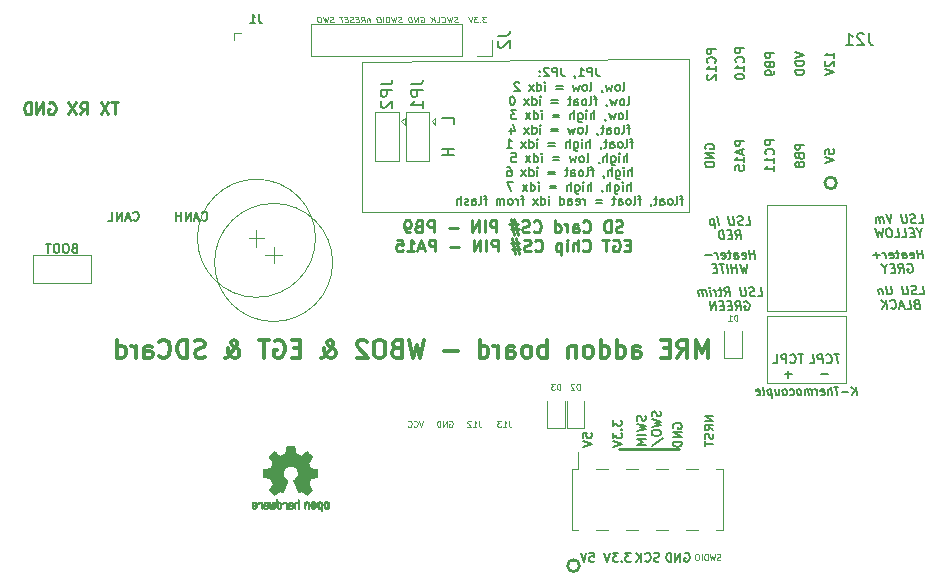
<source format=gbr>
G04 #@! TF.GenerationSoftware,KiCad,Pcbnew,6.0.10-86aedd382b~118~ubuntu22.04.1*
G04 #@! TF.CreationDate,2023-01-25T16:31:51+01:00*
G04 #@! TF.ProjectId,mre_addon_v2,6d72655f-6164-4646-9f6e-5f76322e6b69,V2.5*
G04 #@! TF.SameCoordinates,Original*
G04 #@! TF.FileFunction,Legend,Bot*
G04 #@! TF.FilePolarity,Positive*
%FSLAX46Y46*%
G04 Gerber Fmt 4.6, Leading zero omitted, Abs format (unit mm)*
G04 Created by KiCad (PCBNEW 6.0.10-86aedd382b~118~ubuntu22.04.1) date 2023-01-25 16:31:51*
%MOMM*%
%LPD*%
G01*
G04 APERTURE LIST*
%ADD10C,0.120000*%
%ADD11C,0.150000*%
%ADD12C,0.250000*%
%ADD13C,0.300000*%
%ADD14C,0.187500*%
%ADD15C,0.125000*%
%ADD16C,0.130000*%
%ADD17C,0.101600*%
%ADD18C,0.200000*%
%ADD19C,0.254000*%
%ADD20C,0.010000*%
G04 APERTURE END LIST*
D10*
X133604000Y-129794000D02*
X130810000Y-129794000D01*
X96300000Y-145000000D02*
X97600000Y-145000000D01*
X98425000Y-147125000D02*
X98425000Y-145725000D01*
X140175000Y-151600000D02*
X146825000Y-151600000D01*
X146825000Y-151600000D02*
X146825000Y-157250000D01*
X146825000Y-157250000D02*
X140175000Y-157250000D01*
X140175000Y-157250000D02*
X140175000Y-151600000D01*
X140175000Y-142200000D02*
X146825000Y-142200000D01*
X146825000Y-142200000D02*
X146825000Y-151200000D01*
X146825000Y-151200000D02*
X140175000Y-151200000D01*
X140175000Y-151200000D02*
X140175000Y-142200000D01*
X101950000Y-145000000D02*
G75*
G03*
X101950000Y-145000000I-5000000J0D01*
G01*
X105918000Y-142748000D02*
X133604000Y-142748000D01*
X103400000Y-147050000D02*
G75*
G03*
X103400000Y-147050000I-5000000J0D01*
G01*
X130810000Y-129794000D02*
X105918000Y-130048000D01*
X97700000Y-146445000D02*
X99100000Y-146445000D01*
X78000000Y-146450000D02*
X82950000Y-146450000D01*
X82950000Y-146450000D02*
X82950000Y-148800000D01*
X82950000Y-148800000D02*
X78000000Y-148800000D01*
X78000000Y-148800000D02*
X78000000Y-146450000D01*
X96950000Y-144300000D02*
X96950000Y-145700000D01*
X133604000Y-142748000D02*
X133604000Y-129794000D01*
X105918000Y-130048000D02*
X105918000Y-142748000D01*
D11*
X125729714Y-130553535D02*
X125729714Y-131089250D01*
X125765428Y-131196392D01*
X125836857Y-131267821D01*
X125944000Y-131303535D01*
X126015428Y-131303535D01*
X125372571Y-131303535D02*
X125372571Y-130553535D01*
X125086857Y-130553535D01*
X125015428Y-130589250D01*
X124979714Y-130624964D01*
X124944000Y-130696392D01*
X124944000Y-130803535D01*
X124979714Y-130874964D01*
X125015428Y-130910678D01*
X125086857Y-130946392D01*
X125372571Y-130946392D01*
X124229714Y-131303535D02*
X124658285Y-131303535D01*
X124444000Y-131303535D02*
X124444000Y-130553535D01*
X124515428Y-130660678D01*
X124586857Y-130732107D01*
X124658285Y-130767821D01*
X123872571Y-131267821D02*
X123872571Y-131303535D01*
X123908285Y-131374964D01*
X123944000Y-131410678D01*
X122765428Y-130553535D02*
X122765428Y-131089250D01*
X122801142Y-131196392D01*
X122872571Y-131267821D01*
X122979714Y-131303535D01*
X123051142Y-131303535D01*
X122408285Y-131303535D02*
X122408285Y-130553535D01*
X122122571Y-130553535D01*
X122051142Y-130589250D01*
X122015428Y-130624964D01*
X121979714Y-130696392D01*
X121979714Y-130803535D01*
X122015428Y-130874964D01*
X122051142Y-130910678D01*
X122122571Y-130946392D01*
X122408285Y-130946392D01*
X121694000Y-130624964D02*
X121658285Y-130589250D01*
X121586857Y-130553535D01*
X121408285Y-130553535D01*
X121336857Y-130589250D01*
X121301142Y-130624964D01*
X121265428Y-130696392D01*
X121265428Y-130767821D01*
X121301142Y-130874964D01*
X121729714Y-131303535D01*
X121265428Y-131303535D01*
X120944000Y-131232107D02*
X120908285Y-131267821D01*
X120944000Y-131303535D01*
X120979714Y-131267821D01*
X120944000Y-131232107D01*
X120944000Y-131303535D01*
X120944000Y-130839250D02*
X120908285Y-130874964D01*
X120944000Y-130910678D01*
X120979714Y-130874964D01*
X120944000Y-130839250D01*
X120944000Y-130910678D01*
X127979714Y-132511035D02*
X128051142Y-132475321D01*
X128086857Y-132403892D01*
X128086857Y-131761035D01*
X127586857Y-132511035D02*
X127658285Y-132475321D01*
X127694000Y-132439607D01*
X127729714Y-132368178D01*
X127729714Y-132153892D01*
X127694000Y-132082464D01*
X127658285Y-132046750D01*
X127586857Y-132011035D01*
X127479714Y-132011035D01*
X127408285Y-132046750D01*
X127372571Y-132082464D01*
X127336857Y-132153892D01*
X127336857Y-132368178D01*
X127372571Y-132439607D01*
X127408285Y-132475321D01*
X127479714Y-132511035D01*
X127586857Y-132511035D01*
X127086857Y-132011035D02*
X126944000Y-132511035D01*
X126801142Y-132153892D01*
X126658285Y-132511035D01*
X126515428Y-132011035D01*
X126194000Y-132475321D02*
X126194000Y-132511035D01*
X126229714Y-132582464D01*
X126265428Y-132618178D01*
X125194000Y-132511035D02*
X125265428Y-132475321D01*
X125301142Y-132403892D01*
X125301142Y-131761035D01*
X124801142Y-132511035D02*
X124872571Y-132475321D01*
X124908285Y-132439607D01*
X124944000Y-132368178D01*
X124944000Y-132153892D01*
X124908285Y-132082464D01*
X124872571Y-132046750D01*
X124801142Y-132011035D01*
X124694000Y-132011035D01*
X124622571Y-132046750D01*
X124586857Y-132082464D01*
X124551142Y-132153892D01*
X124551142Y-132368178D01*
X124586857Y-132439607D01*
X124622571Y-132475321D01*
X124694000Y-132511035D01*
X124801142Y-132511035D01*
X124301142Y-132011035D02*
X124158285Y-132511035D01*
X124015428Y-132153892D01*
X123872571Y-132511035D01*
X123729714Y-132011035D01*
X122872571Y-132118178D02*
X122301142Y-132118178D01*
X122301142Y-132332464D02*
X122872571Y-132332464D01*
X121372571Y-132511035D02*
X121372571Y-132011035D01*
X121372571Y-131761035D02*
X121408285Y-131796750D01*
X121372571Y-131832464D01*
X121336857Y-131796750D01*
X121372571Y-131761035D01*
X121372571Y-131832464D01*
X120694000Y-132511035D02*
X120694000Y-131761035D01*
X120694000Y-132475321D02*
X120765428Y-132511035D01*
X120908285Y-132511035D01*
X120979714Y-132475321D01*
X121015428Y-132439607D01*
X121051142Y-132368178D01*
X121051142Y-132153892D01*
X121015428Y-132082464D01*
X120979714Y-132046750D01*
X120908285Y-132011035D01*
X120765428Y-132011035D01*
X120694000Y-132046750D01*
X120408285Y-132511035D02*
X120015428Y-132011035D01*
X120408285Y-132011035D02*
X120015428Y-132511035D01*
X119194000Y-131832464D02*
X119158285Y-131796750D01*
X119086857Y-131761035D01*
X118908285Y-131761035D01*
X118836857Y-131796750D01*
X118801142Y-131832464D01*
X118765428Y-131903892D01*
X118765428Y-131975321D01*
X118801142Y-132082464D01*
X119229714Y-132511035D01*
X118765428Y-132511035D01*
X128354714Y-133718535D02*
X128426142Y-133682821D01*
X128461857Y-133611392D01*
X128461857Y-132968535D01*
X127961857Y-133718535D02*
X128033285Y-133682821D01*
X128069000Y-133647107D01*
X128104714Y-133575678D01*
X128104714Y-133361392D01*
X128069000Y-133289964D01*
X128033285Y-133254250D01*
X127961857Y-133218535D01*
X127854714Y-133218535D01*
X127783285Y-133254250D01*
X127747571Y-133289964D01*
X127711857Y-133361392D01*
X127711857Y-133575678D01*
X127747571Y-133647107D01*
X127783285Y-133682821D01*
X127854714Y-133718535D01*
X127961857Y-133718535D01*
X127461857Y-133218535D02*
X127319000Y-133718535D01*
X127176142Y-133361392D01*
X127033285Y-133718535D01*
X126890428Y-133218535D01*
X126569000Y-133682821D02*
X126569000Y-133718535D01*
X126604714Y-133789964D01*
X126640428Y-133825678D01*
X125783285Y-133218535D02*
X125497571Y-133218535D01*
X125676142Y-133718535D02*
X125676142Y-133075678D01*
X125640428Y-133004250D01*
X125569000Y-132968535D01*
X125497571Y-132968535D01*
X125140428Y-133718535D02*
X125211857Y-133682821D01*
X125247571Y-133611392D01*
X125247571Y-132968535D01*
X124747571Y-133718535D02*
X124819000Y-133682821D01*
X124854714Y-133647107D01*
X124890428Y-133575678D01*
X124890428Y-133361392D01*
X124854714Y-133289964D01*
X124819000Y-133254250D01*
X124747571Y-133218535D01*
X124640428Y-133218535D01*
X124569000Y-133254250D01*
X124533285Y-133289964D01*
X124497571Y-133361392D01*
X124497571Y-133575678D01*
X124533285Y-133647107D01*
X124569000Y-133682821D01*
X124640428Y-133718535D01*
X124747571Y-133718535D01*
X123854714Y-133718535D02*
X123854714Y-133325678D01*
X123890428Y-133254250D01*
X123961857Y-133218535D01*
X124104714Y-133218535D01*
X124176142Y-133254250D01*
X123854714Y-133682821D02*
X123926142Y-133718535D01*
X124104714Y-133718535D01*
X124176142Y-133682821D01*
X124211857Y-133611392D01*
X124211857Y-133539964D01*
X124176142Y-133468535D01*
X124104714Y-133432821D01*
X123926142Y-133432821D01*
X123854714Y-133397107D01*
X123604714Y-133218535D02*
X123319000Y-133218535D01*
X123497571Y-132968535D02*
X123497571Y-133611392D01*
X123461857Y-133682821D01*
X123390428Y-133718535D01*
X123319000Y-133718535D01*
X122497571Y-133325678D02*
X121926142Y-133325678D01*
X121926142Y-133539964D02*
X122497571Y-133539964D01*
X120997571Y-133718535D02*
X120997571Y-133218535D01*
X120997571Y-132968535D02*
X121033285Y-133004250D01*
X120997571Y-133039964D01*
X120961857Y-133004250D01*
X120997571Y-132968535D01*
X120997571Y-133039964D01*
X120319000Y-133718535D02*
X120319000Y-132968535D01*
X120319000Y-133682821D02*
X120390428Y-133718535D01*
X120533285Y-133718535D01*
X120604714Y-133682821D01*
X120640428Y-133647107D01*
X120676142Y-133575678D01*
X120676142Y-133361392D01*
X120640428Y-133289964D01*
X120604714Y-133254250D01*
X120533285Y-133218535D01*
X120390428Y-133218535D01*
X120319000Y-133254250D01*
X120033285Y-133718535D02*
X119640428Y-133218535D01*
X120033285Y-133218535D02*
X119640428Y-133718535D01*
X118640428Y-132968535D02*
X118569000Y-132968535D01*
X118497571Y-133004250D01*
X118461857Y-133039964D01*
X118426142Y-133111392D01*
X118390428Y-133254250D01*
X118390428Y-133432821D01*
X118426142Y-133575678D01*
X118461857Y-133647107D01*
X118497571Y-133682821D01*
X118569000Y-133718535D01*
X118640428Y-133718535D01*
X118711857Y-133682821D01*
X118747571Y-133647107D01*
X118783285Y-133575678D01*
X118819000Y-133432821D01*
X118819000Y-133254250D01*
X118783285Y-133111392D01*
X118747571Y-133039964D01*
X118711857Y-133004250D01*
X118640428Y-132968535D01*
X128247571Y-134926035D02*
X128319000Y-134890321D01*
X128354714Y-134818892D01*
X128354714Y-134176035D01*
X127854714Y-134926035D02*
X127926142Y-134890321D01*
X127961857Y-134854607D01*
X127997571Y-134783178D01*
X127997571Y-134568892D01*
X127961857Y-134497464D01*
X127926142Y-134461750D01*
X127854714Y-134426035D01*
X127747571Y-134426035D01*
X127676142Y-134461750D01*
X127640428Y-134497464D01*
X127604714Y-134568892D01*
X127604714Y-134783178D01*
X127640428Y-134854607D01*
X127676142Y-134890321D01*
X127747571Y-134926035D01*
X127854714Y-134926035D01*
X127354714Y-134426035D02*
X127211857Y-134926035D01*
X127069000Y-134568892D01*
X126926142Y-134926035D01*
X126783285Y-134426035D01*
X126461857Y-134890321D02*
X126461857Y-134926035D01*
X126497571Y-134997464D01*
X126533285Y-135033178D01*
X125569000Y-134926035D02*
X125569000Y-134176035D01*
X125247571Y-134926035D02*
X125247571Y-134533178D01*
X125283285Y-134461750D01*
X125354714Y-134426035D01*
X125461857Y-134426035D01*
X125533285Y-134461750D01*
X125569000Y-134497464D01*
X124890428Y-134926035D02*
X124890428Y-134426035D01*
X124890428Y-134176035D02*
X124926142Y-134211750D01*
X124890428Y-134247464D01*
X124854714Y-134211750D01*
X124890428Y-134176035D01*
X124890428Y-134247464D01*
X124211857Y-134426035D02*
X124211857Y-135033178D01*
X124247571Y-135104607D01*
X124283285Y-135140321D01*
X124354714Y-135176035D01*
X124461857Y-135176035D01*
X124533285Y-135140321D01*
X124211857Y-134890321D02*
X124283285Y-134926035D01*
X124426142Y-134926035D01*
X124497571Y-134890321D01*
X124533285Y-134854607D01*
X124569000Y-134783178D01*
X124569000Y-134568892D01*
X124533285Y-134497464D01*
X124497571Y-134461750D01*
X124426142Y-134426035D01*
X124283285Y-134426035D01*
X124211857Y-134461750D01*
X123854714Y-134926035D02*
X123854714Y-134176035D01*
X123533285Y-134926035D02*
X123533285Y-134533178D01*
X123569000Y-134461750D01*
X123640428Y-134426035D01*
X123747571Y-134426035D01*
X123819000Y-134461750D01*
X123854714Y-134497464D01*
X122604714Y-134533178D02*
X122033285Y-134533178D01*
X122033285Y-134747464D02*
X122604714Y-134747464D01*
X121104714Y-134926035D02*
X121104714Y-134426035D01*
X121104714Y-134176035D02*
X121140428Y-134211750D01*
X121104714Y-134247464D01*
X121069000Y-134211750D01*
X121104714Y-134176035D01*
X121104714Y-134247464D01*
X120426142Y-134926035D02*
X120426142Y-134176035D01*
X120426142Y-134890321D02*
X120497571Y-134926035D01*
X120640428Y-134926035D01*
X120711857Y-134890321D01*
X120747571Y-134854607D01*
X120783285Y-134783178D01*
X120783285Y-134568892D01*
X120747571Y-134497464D01*
X120711857Y-134461750D01*
X120640428Y-134426035D01*
X120497571Y-134426035D01*
X120426142Y-134461750D01*
X120140428Y-134926035D02*
X119747571Y-134426035D01*
X120140428Y-134426035D02*
X119747571Y-134926035D01*
X118961857Y-134176035D02*
X118497571Y-134176035D01*
X118747571Y-134461750D01*
X118640428Y-134461750D01*
X118569000Y-134497464D01*
X118533285Y-134533178D01*
X118497571Y-134604607D01*
X118497571Y-134783178D01*
X118533285Y-134854607D01*
X118569000Y-134890321D01*
X118640428Y-134926035D01*
X118854714Y-134926035D01*
X118926142Y-134890321D01*
X118961857Y-134854607D01*
X128569000Y-135633535D02*
X128283285Y-135633535D01*
X128461857Y-136133535D02*
X128461857Y-135490678D01*
X128426142Y-135419250D01*
X128354714Y-135383535D01*
X128283285Y-135383535D01*
X127926142Y-136133535D02*
X127997571Y-136097821D01*
X128033285Y-136026392D01*
X128033285Y-135383535D01*
X127533285Y-136133535D02*
X127604714Y-136097821D01*
X127640428Y-136062107D01*
X127676142Y-135990678D01*
X127676142Y-135776392D01*
X127640428Y-135704964D01*
X127604714Y-135669250D01*
X127533285Y-135633535D01*
X127426142Y-135633535D01*
X127354714Y-135669250D01*
X127319000Y-135704964D01*
X127283285Y-135776392D01*
X127283285Y-135990678D01*
X127319000Y-136062107D01*
X127354714Y-136097821D01*
X127426142Y-136133535D01*
X127533285Y-136133535D01*
X126640428Y-136133535D02*
X126640428Y-135740678D01*
X126676142Y-135669250D01*
X126747571Y-135633535D01*
X126890428Y-135633535D01*
X126961857Y-135669250D01*
X126640428Y-136097821D02*
X126711857Y-136133535D01*
X126890428Y-136133535D01*
X126961857Y-136097821D01*
X126997571Y-136026392D01*
X126997571Y-135954964D01*
X126961857Y-135883535D01*
X126890428Y-135847821D01*
X126711857Y-135847821D01*
X126640428Y-135812107D01*
X126390428Y-135633535D02*
X126104714Y-135633535D01*
X126283285Y-135383535D02*
X126283285Y-136026392D01*
X126247571Y-136097821D01*
X126176142Y-136133535D01*
X126104714Y-136133535D01*
X125819000Y-136097821D02*
X125819000Y-136133535D01*
X125854714Y-136204964D01*
X125890428Y-136240678D01*
X124819000Y-136133535D02*
X124890428Y-136097821D01*
X124926142Y-136026392D01*
X124926142Y-135383535D01*
X124426142Y-136133535D02*
X124497571Y-136097821D01*
X124533285Y-136062107D01*
X124569000Y-135990678D01*
X124569000Y-135776392D01*
X124533285Y-135704964D01*
X124497571Y-135669250D01*
X124426142Y-135633535D01*
X124319000Y-135633535D01*
X124247571Y-135669250D01*
X124211857Y-135704964D01*
X124176142Y-135776392D01*
X124176142Y-135990678D01*
X124211857Y-136062107D01*
X124247571Y-136097821D01*
X124319000Y-136133535D01*
X124426142Y-136133535D01*
X123926142Y-135633535D02*
X123783285Y-136133535D01*
X123640428Y-135776392D01*
X123497571Y-136133535D01*
X123354714Y-135633535D01*
X122497571Y-135740678D02*
X121926142Y-135740678D01*
X121926142Y-135954964D02*
X122497571Y-135954964D01*
X120997571Y-136133535D02*
X120997571Y-135633535D01*
X120997571Y-135383535D02*
X121033285Y-135419250D01*
X120997571Y-135454964D01*
X120961857Y-135419250D01*
X120997571Y-135383535D01*
X120997571Y-135454964D01*
X120319000Y-136133535D02*
X120319000Y-135383535D01*
X120319000Y-136097821D02*
X120390428Y-136133535D01*
X120533285Y-136133535D01*
X120604714Y-136097821D01*
X120640428Y-136062107D01*
X120676142Y-135990678D01*
X120676142Y-135776392D01*
X120640428Y-135704964D01*
X120604714Y-135669250D01*
X120533285Y-135633535D01*
X120390428Y-135633535D01*
X120319000Y-135669250D01*
X120033285Y-136133535D02*
X119640428Y-135633535D01*
X120033285Y-135633535D02*
X119640428Y-136133535D01*
X118461857Y-135633535D02*
X118461857Y-136133535D01*
X118640428Y-135347821D02*
X118819000Y-135883535D01*
X118354714Y-135883535D01*
X128836857Y-136841035D02*
X128551142Y-136841035D01*
X128729714Y-137341035D02*
X128729714Y-136698178D01*
X128694000Y-136626750D01*
X128622571Y-136591035D01*
X128551142Y-136591035D01*
X128194000Y-137341035D02*
X128265428Y-137305321D01*
X128301142Y-137233892D01*
X128301142Y-136591035D01*
X127801142Y-137341035D02*
X127872571Y-137305321D01*
X127908285Y-137269607D01*
X127944000Y-137198178D01*
X127944000Y-136983892D01*
X127908285Y-136912464D01*
X127872571Y-136876750D01*
X127801142Y-136841035D01*
X127694000Y-136841035D01*
X127622571Y-136876750D01*
X127586857Y-136912464D01*
X127551142Y-136983892D01*
X127551142Y-137198178D01*
X127586857Y-137269607D01*
X127622571Y-137305321D01*
X127694000Y-137341035D01*
X127801142Y-137341035D01*
X126908285Y-137341035D02*
X126908285Y-136948178D01*
X126944000Y-136876750D01*
X127015428Y-136841035D01*
X127158285Y-136841035D01*
X127229714Y-136876750D01*
X126908285Y-137305321D02*
X126979714Y-137341035D01*
X127158285Y-137341035D01*
X127229714Y-137305321D01*
X127265428Y-137233892D01*
X127265428Y-137162464D01*
X127229714Y-137091035D01*
X127158285Y-137055321D01*
X126979714Y-137055321D01*
X126908285Y-137019607D01*
X126658285Y-136841035D02*
X126372571Y-136841035D01*
X126551142Y-136591035D02*
X126551142Y-137233892D01*
X126515428Y-137305321D01*
X126444000Y-137341035D01*
X126372571Y-137341035D01*
X126086857Y-137305321D02*
X126086857Y-137341035D01*
X126122571Y-137412464D01*
X126158285Y-137448178D01*
X125194000Y-137341035D02*
X125194000Y-136591035D01*
X124872571Y-137341035D02*
X124872571Y-136948178D01*
X124908285Y-136876750D01*
X124979714Y-136841035D01*
X125086857Y-136841035D01*
X125158285Y-136876750D01*
X125194000Y-136912464D01*
X124515428Y-137341035D02*
X124515428Y-136841035D01*
X124515428Y-136591035D02*
X124551142Y-136626750D01*
X124515428Y-136662464D01*
X124479714Y-136626750D01*
X124515428Y-136591035D01*
X124515428Y-136662464D01*
X123836857Y-136841035D02*
X123836857Y-137448178D01*
X123872571Y-137519607D01*
X123908285Y-137555321D01*
X123979714Y-137591035D01*
X124086857Y-137591035D01*
X124158285Y-137555321D01*
X123836857Y-137305321D02*
X123908285Y-137341035D01*
X124051142Y-137341035D01*
X124122571Y-137305321D01*
X124158285Y-137269607D01*
X124194000Y-137198178D01*
X124194000Y-136983892D01*
X124158285Y-136912464D01*
X124122571Y-136876750D01*
X124051142Y-136841035D01*
X123908285Y-136841035D01*
X123836857Y-136876750D01*
X123479714Y-137341035D02*
X123479714Y-136591035D01*
X123158285Y-137341035D02*
X123158285Y-136948178D01*
X123194000Y-136876750D01*
X123265428Y-136841035D01*
X123372571Y-136841035D01*
X123444000Y-136876750D01*
X123479714Y-136912464D01*
X122229714Y-136948178D02*
X121658285Y-136948178D01*
X121658285Y-137162464D02*
X122229714Y-137162464D01*
X120729714Y-137341035D02*
X120729714Y-136841035D01*
X120729714Y-136591035D02*
X120765428Y-136626750D01*
X120729714Y-136662464D01*
X120694000Y-136626750D01*
X120729714Y-136591035D01*
X120729714Y-136662464D01*
X120051142Y-137341035D02*
X120051142Y-136591035D01*
X120051142Y-137305321D02*
X120122571Y-137341035D01*
X120265428Y-137341035D01*
X120336857Y-137305321D01*
X120372571Y-137269607D01*
X120408285Y-137198178D01*
X120408285Y-136983892D01*
X120372571Y-136912464D01*
X120336857Y-136876750D01*
X120265428Y-136841035D01*
X120122571Y-136841035D01*
X120051142Y-136876750D01*
X119765428Y-137341035D02*
X119372571Y-136841035D01*
X119765428Y-136841035D02*
X119372571Y-137341035D01*
X118122571Y-137341035D02*
X118551142Y-137341035D01*
X118336857Y-137341035D02*
X118336857Y-136591035D01*
X118408285Y-136698178D01*
X118479714Y-136769607D01*
X118551142Y-136805321D01*
X128354714Y-138548535D02*
X128354714Y-137798535D01*
X128033285Y-138548535D02*
X128033285Y-138155678D01*
X128069000Y-138084250D01*
X128140428Y-138048535D01*
X128247571Y-138048535D01*
X128319000Y-138084250D01*
X128354714Y-138119964D01*
X127676142Y-138548535D02*
X127676142Y-138048535D01*
X127676142Y-137798535D02*
X127711857Y-137834250D01*
X127676142Y-137869964D01*
X127640428Y-137834250D01*
X127676142Y-137798535D01*
X127676142Y-137869964D01*
X126997571Y-138048535D02*
X126997571Y-138655678D01*
X127033285Y-138727107D01*
X127069000Y-138762821D01*
X127140428Y-138798535D01*
X127247571Y-138798535D01*
X127319000Y-138762821D01*
X126997571Y-138512821D02*
X127069000Y-138548535D01*
X127211857Y-138548535D01*
X127283285Y-138512821D01*
X127319000Y-138477107D01*
X127354714Y-138405678D01*
X127354714Y-138191392D01*
X127319000Y-138119964D01*
X127283285Y-138084250D01*
X127211857Y-138048535D01*
X127069000Y-138048535D01*
X126997571Y-138084250D01*
X126640428Y-138548535D02*
X126640428Y-137798535D01*
X126319000Y-138548535D02*
X126319000Y-138155678D01*
X126354714Y-138084250D01*
X126426142Y-138048535D01*
X126533285Y-138048535D01*
X126604714Y-138084250D01*
X126640428Y-138119964D01*
X125926142Y-138512821D02*
X125926142Y-138548535D01*
X125961857Y-138619964D01*
X125997571Y-138655678D01*
X124926142Y-138548535D02*
X124997571Y-138512821D01*
X125033285Y-138441392D01*
X125033285Y-137798535D01*
X124533285Y-138548535D02*
X124604714Y-138512821D01*
X124640428Y-138477107D01*
X124676142Y-138405678D01*
X124676142Y-138191392D01*
X124640428Y-138119964D01*
X124604714Y-138084250D01*
X124533285Y-138048535D01*
X124426142Y-138048535D01*
X124354714Y-138084250D01*
X124319000Y-138119964D01*
X124283285Y-138191392D01*
X124283285Y-138405678D01*
X124319000Y-138477107D01*
X124354714Y-138512821D01*
X124426142Y-138548535D01*
X124533285Y-138548535D01*
X124033285Y-138048535D02*
X123890428Y-138548535D01*
X123747571Y-138191392D01*
X123604714Y-138548535D01*
X123461857Y-138048535D01*
X122604714Y-138155678D02*
X122033285Y-138155678D01*
X122033285Y-138369964D02*
X122604714Y-138369964D01*
X121104714Y-138548535D02*
X121104714Y-138048535D01*
X121104714Y-137798535D02*
X121140428Y-137834250D01*
X121104714Y-137869964D01*
X121069000Y-137834250D01*
X121104714Y-137798535D01*
X121104714Y-137869964D01*
X120426142Y-138548535D02*
X120426142Y-137798535D01*
X120426142Y-138512821D02*
X120497571Y-138548535D01*
X120640428Y-138548535D01*
X120711857Y-138512821D01*
X120747571Y-138477107D01*
X120783285Y-138405678D01*
X120783285Y-138191392D01*
X120747571Y-138119964D01*
X120711857Y-138084250D01*
X120640428Y-138048535D01*
X120497571Y-138048535D01*
X120426142Y-138084250D01*
X120140428Y-138548535D02*
X119747571Y-138048535D01*
X120140428Y-138048535D02*
X119747571Y-138548535D01*
X118533285Y-137798535D02*
X118890428Y-137798535D01*
X118926142Y-138155678D01*
X118890428Y-138119964D01*
X118819000Y-138084250D01*
X118640428Y-138084250D01*
X118569000Y-138119964D01*
X118533285Y-138155678D01*
X118497571Y-138227107D01*
X118497571Y-138405678D01*
X118533285Y-138477107D01*
X118569000Y-138512821D01*
X118640428Y-138548535D01*
X118819000Y-138548535D01*
X118890428Y-138512821D01*
X118926142Y-138477107D01*
X128729714Y-139756035D02*
X128729714Y-139006035D01*
X128408285Y-139756035D02*
X128408285Y-139363178D01*
X128444000Y-139291750D01*
X128515428Y-139256035D01*
X128622571Y-139256035D01*
X128694000Y-139291750D01*
X128729714Y-139327464D01*
X128051142Y-139756035D02*
X128051142Y-139256035D01*
X128051142Y-139006035D02*
X128086857Y-139041750D01*
X128051142Y-139077464D01*
X128015428Y-139041750D01*
X128051142Y-139006035D01*
X128051142Y-139077464D01*
X127372571Y-139256035D02*
X127372571Y-139863178D01*
X127408285Y-139934607D01*
X127444000Y-139970321D01*
X127515428Y-140006035D01*
X127622571Y-140006035D01*
X127694000Y-139970321D01*
X127372571Y-139720321D02*
X127444000Y-139756035D01*
X127586857Y-139756035D01*
X127658285Y-139720321D01*
X127694000Y-139684607D01*
X127729714Y-139613178D01*
X127729714Y-139398892D01*
X127694000Y-139327464D01*
X127658285Y-139291750D01*
X127586857Y-139256035D01*
X127444000Y-139256035D01*
X127372571Y-139291750D01*
X127015428Y-139756035D02*
X127015428Y-139006035D01*
X126694000Y-139756035D02*
X126694000Y-139363178D01*
X126729714Y-139291750D01*
X126801142Y-139256035D01*
X126908285Y-139256035D01*
X126979714Y-139291750D01*
X127015428Y-139327464D01*
X126301142Y-139720321D02*
X126301142Y-139756035D01*
X126336857Y-139827464D01*
X126372571Y-139863178D01*
X125515428Y-139256035D02*
X125229714Y-139256035D01*
X125408285Y-139756035D02*
X125408285Y-139113178D01*
X125372571Y-139041750D01*
X125301142Y-139006035D01*
X125229714Y-139006035D01*
X124872571Y-139756035D02*
X124944000Y-139720321D01*
X124979714Y-139648892D01*
X124979714Y-139006035D01*
X124479714Y-139756035D02*
X124551142Y-139720321D01*
X124586857Y-139684607D01*
X124622571Y-139613178D01*
X124622571Y-139398892D01*
X124586857Y-139327464D01*
X124551142Y-139291750D01*
X124479714Y-139256035D01*
X124372571Y-139256035D01*
X124301142Y-139291750D01*
X124265428Y-139327464D01*
X124229714Y-139398892D01*
X124229714Y-139613178D01*
X124265428Y-139684607D01*
X124301142Y-139720321D01*
X124372571Y-139756035D01*
X124479714Y-139756035D01*
X123586857Y-139756035D02*
X123586857Y-139363178D01*
X123622571Y-139291750D01*
X123694000Y-139256035D01*
X123836857Y-139256035D01*
X123908285Y-139291750D01*
X123586857Y-139720321D02*
X123658285Y-139756035D01*
X123836857Y-139756035D01*
X123908285Y-139720321D01*
X123944000Y-139648892D01*
X123944000Y-139577464D01*
X123908285Y-139506035D01*
X123836857Y-139470321D01*
X123658285Y-139470321D01*
X123586857Y-139434607D01*
X123336857Y-139256035D02*
X123051142Y-139256035D01*
X123229714Y-139006035D02*
X123229714Y-139648892D01*
X123194000Y-139720321D01*
X123122571Y-139756035D01*
X123051142Y-139756035D01*
X122229714Y-139363178D02*
X121658285Y-139363178D01*
X121658285Y-139577464D02*
X122229714Y-139577464D01*
X120729714Y-139756035D02*
X120729714Y-139256035D01*
X120729714Y-139006035D02*
X120765428Y-139041750D01*
X120729714Y-139077464D01*
X120694000Y-139041750D01*
X120729714Y-139006035D01*
X120729714Y-139077464D01*
X120051142Y-139756035D02*
X120051142Y-139006035D01*
X120051142Y-139720321D02*
X120122571Y-139756035D01*
X120265428Y-139756035D01*
X120336857Y-139720321D01*
X120372571Y-139684607D01*
X120408285Y-139613178D01*
X120408285Y-139398892D01*
X120372571Y-139327464D01*
X120336857Y-139291750D01*
X120265428Y-139256035D01*
X120122571Y-139256035D01*
X120051142Y-139291750D01*
X119765428Y-139756035D02*
X119372571Y-139256035D01*
X119765428Y-139256035D02*
X119372571Y-139756035D01*
X118194000Y-139006035D02*
X118336857Y-139006035D01*
X118408285Y-139041750D01*
X118444000Y-139077464D01*
X118515428Y-139184607D01*
X118551142Y-139327464D01*
X118551142Y-139613178D01*
X118515428Y-139684607D01*
X118479714Y-139720321D01*
X118408285Y-139756035D01*
X118265428Y-139756035D01*
X118194000Y-139720321D01*
X118158285Y-139684607D01*
X118122571Y-139613178D01*
X118122571Y-139434607D01*
X118158285Y-139363178D01*
X118194000Y-139327464D01*
X118265428Y-139291750D01*
X118408285Y-139291750D01*
X118479714Y-139327464D01*
X118515428Y-139363178D01*
X118551142Y-139434607D01*
X128622571Y-140963535D02*
X128622571Y-140213535D01*
X128301142Y-140963535D02*
X128301142Y-140570678D01*
X128336857Y-140499250D01*
X128408285Y-140463535D01*
X128515428Y-140463535D01*
X128586857Y-140499250D01*
X128622571Y-140534964D01*
X127944000Y-140963535D02*
X127944000Y-140463535D01*
X127944000Y-140213535D02*
X127979714Y-140249250D01*
X127944000Y-140284964D01*
X127908285Y-140249250D01*
X127944000Y-140213535D01*
X127944000Y-140284964D01*
X127265428Y-140463535D02*
X127265428Y-141070678D01*
X127301142Y-141142107D01*
X127336857Y-141177821D01*
X127408285Y-141213535D01*
X127515428Y-141213535D01*
X127586857Y-141177821D01*
X127265428Y-140927821D02*
X127336857Y-140963535D01*
X127479714Y-140963535D01*
X127551142Y-140927821D01*
X127586857Y-140892107D01*
X127622571Y-140820678D01*
X127622571Y-140606392D01*
X127586857Y-140534964D01*
X127551142Y-140499250D01*
X127479714Y-140463535D01*
X127336857Y-140463535D01*
X127265428Y-140499250D01*
X126908285Y-140963535D02*
X126908285Y-140213535D01*
X126586857Y-140963535D02*
X126586857Y-140570678D01*
X126622571Y-140499250D01*
X126694000Y-140463535D01*
X126801142Y-140463535D01*
X126872571Y-140499250D01*
X126908285Y-140534964D01*
X126194000Y-140927821D02*
X126194000Y-140963535D01*
X126229714Y-141034964D01*
X126265428Y-141070678D01*
X125301142Y-140963535D02*
X125301142Y-140213535D01*
X124979714Y-140963535D02*
X124979714Y-140570678D01*
X125015428Y-140499250D01*
X125086857Y-140463535D01*
X125194000Y-140463535D01*
X125265428Y-140499250D01*
X125301142Y-140534964D01*
X124622571Y-140963535D02*
X124622571Y-140463535D01*
X124622571Y-140213535D02*
X124658285Y-140249250D01*
X124622571Y-140284964D01*
X124586857Y-140249250D01*
X124622571Y-140213535D01*
X124622571Y-140284964D01*
X123944000Y-140463535D02*
X123944000Y-141070678D01*
X123979714Y-141142107D01*
X124015428Y-141177821D01*
X124086857Y-141213535D01*
X124194000Y-141213535D01*
X124265428Y-141177821D01*
X123944000Y-140927821D02*
X124015428Y-140963535D01*
X124158285Y-140963535D01*
X124229714Y-140927821D01*
X124265428Y-140892107D01*
X124301142Y-140820678D01*
X124301142Y-140606392D01*
X124265428Y-140534964D01*
X124229714Y-140499250D01*
X124158285Y-140463535D01*
X124015428Y-140463535D01*
X123944000Y-140499250D01*
X123586857Y-140963535D02*
X123586857Y-140213535D01*
X123265428Y-140963535D02*
X123265428Y-140570678D01*
X123301142Y-140499250D01*
X123372571Y-140463535D01*
X123479714Y-140463535D01*
X123551142Y-140499250D01*
X123586857Y-140534964D01*
X122336857Y-140570678D02*
X121765428Y-140570678D01*
X121765428Y-140784964D02*
X122336857Y-140784964D01*
X120836857Y-140963535D02*
X120836857Y-140463535D01*
X120836857Y-140213535D02*
X120872571Y-140249250D01*
X120836857Y-140284964D01*
X120801142Y-140249250D01*
X120836857Y-140213535D01*
X120836857Y-140284964D01*
X120158285Y-140963535D02*
X120158285Y-140213535D01*
X120158285Y-140927821D02*
X120229714Y-140963535D01*
X120372571Y-140963535D01*
X120444000Y-140927821D01*
X120479714Y-140892107D01*
X120515428Y-140820678D01*
X120515428Y-140606392D01*
X120479714Y-140534964D01*
X120444000Y-140499250D01*
X120372571Y-140463535D01*
X120229714Y-140463535D01*
X120158285Y-140499250D01*
X119872571Y-140963535D02*
X119479714Y-140463535D01*
X119872571Y-140463535D02*
X119479714Y-140963535D01*
X118694000Y-140213535D02*
X118194000Y-140213535D01*
X118515428Y-140963535D01*
X133069000Y-141671035D02*
X132783285Y-141671035D01*
X132961857Y-142171035D02*
X132961857Y-141528178D01*
X132926142Y-141456750D01*
X132854714Y-141421035D01*
X132783285Y-141421035D01*
X132426142Y-142171035D02*
X132497571Y-142135321D01*
X132533285Y-142063892D01*
X132533285Y-141421035D01*
X132033285Y-142171035D02*
X132104714Y-142135321D01*
X132140428Y-142099607D01*
X132176142Y-142028178D01*
X132176142Y-141813892D01*
X132140428Y-141742464D01*
X132104714Y-141706750D01*
X132033285Y-141671035D01*
X131926142Y-141671035D01*
X131854714Y-141706750D01*
X131819000Y-141742464D01*
X131783285Y-141813892D01*
X131783285Y-142028178D01*
X131819000Y-142099607D01*
X131854714Y-142135321D01*
X131926142Y-142171035D01*
X132033285Y-142171035D01*
X131140428Y-142171035D02*
X131140428Y-141778178D01*
X131176142Y-141706750D01*
X131247571Y-141671035D01*
X131390428Y-141671035D01*
X131461857Y-141706750D01*
X131140428Y-142135321D02*
X131211857Y-142171035D01*
X131390428Y-142171035D01*
X131461857Y-142135321D01*
X131497571Y-142063892D01*
X131497571Y-141992464D01*
X131461857Y-141921035D01*
X131390428Y-141885321D01*
X131211857Y-141885321D01*
X131140428Y-141849607D01*
X130890428Y-141671035D02*
X130604714Y-141671035D01*
X130783285Y-141421035D02*
X130783285Y-142063892D01*
X130747571Y-142135321D01*
X130676142Y-142171035D01*
X130604714Y-142171035D01*
X130319000Y-142135321D02*
X130319000Y-142171035D01*
X130354714Y-142242464D01*
X130390428Y-142278178D01*
X129533285Y-141671035D02*
X129247571Y-141671035D01*
X129426142Y-142171035D02*
X129426142Y-141528178D01*
X129390428Y-141456750D01*
X129319000Y-141421035D01*
X129247571Y-141421035D01*
X128890428Y-142171035D02*
X128961857Y-142135321D01*
X128997571Y-142063892D01*
X128997571Y-141421035D01*
X128497571Y-142171035D02*
X128569000Y-142135321D01*
X128604714Y-142099607D01*
X128640428Y-142028178D01*
X128640428Y-141813892D01*
X128604714Y-141742464D01*
X128569000Y-141706750D01*
X128497571Y-141671035D01*
X128390428Y-141671035D01*
X128319000Y-141706750D01*
X128283285Y-141742464D01*
X128247571Y-141813892D01*
X128247571Y-142028178D01*
X128283285Y-142099607D01*
X128319000Y-142135321D01*
X128390428Y-142171035D01*
X128497571Y-142171035D01*
X127604714Y-142171035D02*
X127604714Y-141778178D01*
X127640428Y-141706750D01*
X127711857Y-141671035D01*
X127854714Y-141671035D01*
X127926142Y-141706750D01*
X127604714Y-142135321D02*
X127676142Y-142171035D01*
X127854714Y-142171035D01*
X127926142Y-142135321D01*
X127961857Y-142063892D01*
X127961857Y-141992464D01*
X127926142Y-141921035D01*
X127854714Y-141885321D01*
X127676142Y-141885321D01*
X127604714Y-141849607D01*
X127354714Y-141671035D02*
X127069000Y-141671035D01*
X127247571Y-141421035D02*
X127247571Y-142063892D01*
X127211857Y-142135321D01*
X127140428Y-142171035D01*
X127069000Y-142171035D01*
X126247571Y-141778178D02*
X125676142Y-141778178D01*
X125676142Y-141992464D02*
X126247571Y-141992464D01*
X124747571Y-142171035D02*
X124747571Y-141671035D01*
X124747571Y-141813892D02*
X124711857Y-141742464D01*
X124676142Y-141706750D01*
X124604714Y-141671035D01*
X124533285Y-141671035D01*
X123997571Y-142135321D02*
X124069000Y-142171035D01*
X124211857Y-142171035D01*
X124283285Y-142135321D01*
X124319000Y-142063892D01*
X124319000Y-141778178D01*
X124283285Y-141706750D01*
X124211857Y-141671035D01*
X124069000Y-141671035D01*
X123997571Y-141706750D01*
X123961857Y-141778178D01*
X123961857Y-141849607D01*
X124319000Y-141921035D01*
X123319000Y-142171035D02*
X123319000Y-141778178D01*
X123354714Y-141706750D01*
X123426142Y-141671035D01*
X123569000Y-141671035D01*
X123640428Y-141706750D01*
X123319000Y-142135321D02*
X123390428Y-142171035D01*
X123569000Y-142171035D01*
X123640428Y-142135321D01*
X123676142Y-142063892D01*
X123676142Y-141992464D01*
X123640428Y-141921035D01*
X123569000Y-141885321D01*
X123390428Y-141885321D01*
X123319000Y-141849607D01*
X122640428Y-142171035D02*
X122640428Y-141421035D01*
X122640428Y-142135321D02*
X122711857Y-142171035D01*
X122854714Y-142171035D01*
X122926142Y-142135321D01*
X122961857Y-142099607D01*
X122997571Y-142028178D01*
X122997571Y-141813892D01*
X122961857Y-141742464D01*
X122926142Y-141706750D01*
X122854714Y-141671035D01*
X122711857Y-141671035D01*
X122640428Y-141706750D01*
X121711857Y-142171035D02*
X121711857Y-141671035D01*
X121711857Y-141421035D02*
X121747571Y-141456750D01*
X121711857Y-141492464D01*
X121676142Y-141456750D01*
X121711857Y-141421035D01*
X121711857Y-141492464D01*
X121033285Y-142171035D02*
X121033285Y-141421035D01*
X121033285Y-142135321D02*
X121104714Y-142171035D01*
X121247571Y-142171035D01*
X121319000Y-142135321D01*
X121354714Y-142099607D01*
X121390428Y-142028178D01*
X121390428Y-141813892D01*
X121354714Y-141742464D01*
X121319000Y-141706750D01*
X121247571Y-141671035D01*
X121104714Y-141671035D01*
X121033285Y-141706750D01*
X120747571Y-142171035D02*
X120354714Y-141671035D01*
X120747571Y-141671035D02*
X120354714Y-142171035D01*
X119604714Y-141671035D02*
X119319000Y-141671035D01*
X119497571Y-142171035D02*
X119497571Y-141528178D01*
X119461857Y-141456750D01*
X119390428Y-141421035D01*
X119319000Y-141421035D01*
X119069000Y-142171035D02*
X119069000Y-141671035D01*
X119069000Y-141813892D02*
X119033285Y-141742464D01*
X118997571Y-141706750D01*
X118926142Y-141671035D01*
X118854714Y-141671035D01*
X118497571Y-142171035D02*
X118569000Y-142135321D01*
X118604714Y-142099607D01*
X118640428Y-142028178D01*
X118640428Y-141813892D01*
X118604714Y-141742464D01*
X118569000Y-141706750D01*
X118497571Y-141671035D01*
X118390428Y-141671035D01*
X118319000Y-141706750D01*
X118283285Y-141742464D01*
X118247571Y-141813892D01*
X118247571Y-142028178D01*
X118283285Y-142099607D01*
X118319000Y-142135321D01*
X118390428Y-142171035D01*
X118497571Y-142171035D01*
X117926142Y-142171035D02*
X117926142Y-141671035D01*
X117926142Y-141742464D02*
X117890428Y-141706750D01*
X117819000Y-141671035D01*
X117711857Y-141671035D01*
X117640428Y-141706750D01*
X117604714Y-141778178D01*
X117604714Y-142171035D01*
X117604714Y-141778178D02*
X117569000Y-141706750D01*
X117497571Y-141671035D01*
X117390428Y-141671035D01*
X117319000Y-141706750D01*
X117283285Y-141778178D01*
X117283285Y-142171035D01*
X116461857Y-141671035D02*
X116176142Y-141671035D01*
X116354714Y-142171035D02*
X116354714Y-141528178D01*
X116319000Y-141456750D01*
X116247571Y-141421035D01*
X116176142Y-141421035D01*
X115819000Y-142171035D02*
X115890428Y-142135321D01*
X115926142Y-142063892D01*
X115926142Y-141421035D01*
X115211857Y-142171035D02*
X115211857Y-141778178D01*
X115247571Y-141706750D01*
X115319000Y-141671035D01*
X115461857Y-141671035D01*
X115533285Y-141706750D01*
X115211857Y-142135321D02*
X115283285Y-142171035D01*
X115461857Y-142171035D01*
X115533285Y-142135321D01*
X115569000Y-142063892D01*
X115569000Y-141992464D01*
X115533285Y-141921035D01*
X115461857Y-141885321D01*
X115283285Y-141885321D01*
X115211857Y-141849607D01*
X114890428Y-142135321D02*
X114819000Y-142171035D01*
X114676142Y-142171035D01*
X114604714Y-142135321D01*
X114569000Y-142063892D01*
X114569000Y-142028178D01*
X114604714Y-141956750D01*
X114676142Y-141921035D01*
X114783285Y-141921035D01*
X114854714Y-141885321D01*
X114890428Y-141813892D01*
X114890428Y-141778178D01*
X114854714Y-141706750D01*
X114783285Y-141671035D01*
X114676142Y-141671035D01*
X114604714Y-141706750D01*
X114247571Y-142171035D02*
X114247571Y-141421035D01*
X113926142Y-142171035D02*
X113926142Y-141778178D01*
X113961857Y-141706750D01*
X114033285Y-141671035D01*
X114140428Y-141671035D01*
X114211857Y-141706750D01*
X114247571Y-141742464D01*
D12*
X127938095Y-144449761D02*
X127795238Y-144497380D01*
X127557142Y-144497380D01*
X127461904Y-144449761D01*
X127414285Y-144402142D01*
X127366666Y-144306904D01*
X127366666Y-144211666D01*
X127414285Y-144116428D01*
X127461904Y-144068809D01*
X127557142Y-144021190D01*
X127747619Y-143973571D01*
X127842857Y-143925952D01*
X127890476Y-143878333D01*
X127938095Y-143783095D01*
X127938095Y-143687857D01*
X127890476Y-143592619D01*
X127842857Y-143545000D01*
X127747619Y-143497380D01*
X127509523Y-143497380D01*
X127366666Y-143545000D01*
X126938095Y-144497380D02*
X126938095Y-143497380D01*
X126700000Y-143497380D01*
X126557142Y-143545000D01*
X126461904Y-143640238D01*
X126414285Y-143735476D01*
X126366666Y-143925952D01*
X126366666Y-144068809D01*
X126414285Y-144259285D01*
X126461904Y-144354523D01*
X126557142Y-144449761D01*
X126700000Y-144497380D01*
X126938095Y-144497380D01*
X124604761Y-144402142D02*
X124652380Y-144449761D01*
X124795238Y-144497380D01*
X124890476Y-144497380D01*
X125033333Y-144449761D01*
X125128571Y-144354523D01*
X125176190Y-144259285D01*
X125223809Y-144068809D01*
X125223809Y-143925952D01*
X125176190Y-143735476D01*
X125128571Y-143640238D01*
X125033333Y-143545000D01*
X124890476Y-143497380D01*
X124795238Y-143497380D01*
X124652380Y-143545000D01*
X124604761Y-143592619D01*
X123747619Y-144497380D02*
X123747619Y-143973571D01*
X123795238Y-143878333D01*
X123890476Y-143830714D01*
X124080952Y-143830714D01*
X124176190Y-143878333D01*
X123747619Y-144449761D02*
X123842857Y-144497380D01*
X124080952Y-144497380D01*
X124176190Y-144449761D01*
X124223809Y-144354523D01*
X124223809Y-144259285D01*
X124176190Y-144164047D01*
X124080952Y-144116428D01*
X123842857Y-144116428D01*
X123747619Y-144068809D01*
X123271428Y-144497380D02*
X123271428Y-143830714D01*
X123271428Y-144021190D02*
X123223809Y-143925952D01*
X123176190Y-143878333D01*
X123080952Y-143830714D01*
X122985714Y-143830714D01*
X122223809Y-144497380D02*
X122223809Y-143497380D01*
X122223809Y-144449761D02*
X122319047Y-144497380D01*
X122509523Y-144497380D01*
X122604761Y-144449761D01*
X122652380Y-144402142D01*
X122700000Y-144306904D01*
X122700000Y-144021190D01*
X122652380Y-143925952D01*
X122604761Y-143878333D01*
X122509523Y-143830714D01*
X122319047Y-143830714D01*
X122223809Y-143878333D01*
X120414285Y-144402142D02*
X120461904Y-144449761D01*
X120604761Y-144497380D01*
X120700000Y-144497380D01*
X120842857Y-144449761D01*
X120938095Y-144354523D01*
X120985714Y-144259285D01*
X121033333Y-144068809D01*
X121033333Y-143925952D01*
X120985714Y-143735476D01*
X120938095Y-143640238D01*
X120842857Y-143545000D01*
X120700000Y-143497380D01*
X120604761Y-143497380D01*
X120461904Y-143545000D01*
X120414285Y-143592619D01*
X120033333Y-144449761D02*
X119890476Y-144497380D01*
X119652380Y-144497380D01*
X119557142Y-144449761D01*
X119509523Y-144402142D01*
X119461904Y-144306904D01*
X119461904Y-144211666D01*
X119509523Y-144116428D01*
X119557142Y-144068809D01*
X119652380Y-144021190D01*
X119842857Y-143973571D01*
X119938095Y-143925952D01*
X119985714Y-143878333D01*
X120033333Y-143783095D01*
X120033333Y-143687857D01*
X119985714Y-143592619D01*
X119938095Y-143545000D01*
X119842857Y-143497380D01*
X119604761Y-143497380D01*
X119461904Y-143545000D01*
X119080952Y-143830714D02*
X118366666Y-143830714D01*
X118795238Y-143402142D02*
X119080952Y-144687857D01*
X118461904Y-144259285D02*
X119176190Y-144259285D01*
X118747619Y-144687857D02*
X118461904Y-143402142D01*
X117271428Y-144497380D02*
X117271428Y-143497380D01*
X116890476Y-143497380D01*
X116795238Y-143545000D01*
X116747619Y-143592619D01*
X116700000Y-143687857D01*
X116700000Y-143830714D01*
X116747619Y-143925952D01*
X116795238Y-143973571D01*
X116890476Y-144021190D01*
X117271428Y-144021190D01*
X116271428Y-144497380D02*
X116271428Y-143497380D01*
X115795238Y-144497380D02*
X115795238Y-143497380D01*
X115223809Y-144497380D01*
X115223809Y-143497380D01*
X113985714Y-144116428D02*
X113223809Y-144116428D01*
X111985714Y-144497380D02*
X111985714Y-143497380D01*
X111604761Y-143497380D01*
X111509523Y-143545000D01*
X111461904Y-143592619D01*
X111414285Y-143687857D01*
X111414285Y-143830714D01*
X111461904Y-143925952D01*
X111509523Y-143973571D01*
X111604761Y-144021190D01*
X111985714Y-144021190D01*
X110652380Y-143973571D02*
X110509523Y-144021190D01*
X110461904Y-144068809D01*
X110414285Y-144164047D01*
X110414285Y-144306904D01*
X110461904Y-144402142D01*
X110509523Y-144449761D01*
X110604761Y-144497380D01*
X110985714Y-144497380D01*
X110985714Y-143497380D01*
X110652380Y-143497380D01*
X110557142Y-143545000D01*
X110509523Y-143592619D01*
X110461904Y-143687857D01*
X110461904Y-143783095D01*
X110509523Y-143878333D01*
X110557142Y-143925952D01*
X110652380Y-143973571D01*
X110985714Y-143973571D01*
X109938095Y-144497380D02*
X109747619Y-144497380D01*
X109652380Y-144449761D01*
X109604761Y-144402142D01*
X109509523Y-144259285D01*
X109461904Y-144068809D01*
X109461904Y-143687857D01*
X109509523Y-143592619D01*
X109557142Y-143545000D01*
X109652380Y-143497380D01*
X109842857Y-143497380D01*
X109938095Y-143545000D01*
X109985714Y-143592619D01*
X110033333Y-143687857D01*
X110033333Y-143925952D01*
X109985714Y-144021190D01*
X109938095Y-144068809D01*
X109842857Y-144116428D01*
X109652380Y-144116428D01*
X109557142Y-144068809D01*
X109509523Y-144021190D01*
X109461904Y-143925952D01*
X128580952Y-145583571D02*
X128247619Y-145583571D01*
X128104761Y-146107380D02*
X128580952Y-146107380D01*
X128580952Y-145107380D01*
X128104761Y-145107380D01*
X127152380Y-145155000D02*
X127247619Y-145107380D01*
X127390476Y-145107380D01*
X127533333Y-145155000D01*
X127628571Y-145250238D01*
X127676190Y-145345476D01*
X127723809Y-145535952D01*
X127723809Y-145678809D01*
X127676190Y-145869285D01*
X127628571Y-145964523D01*
X127533333Y-146059761D01*
X127390476Y-146107380D01*
X127295238Y-146107380D01*
X127152380Y-146059761D01*
X127104761Y-146012142D01*
X127104761Y-145678809D01*
X127295238Y-145678809D01*
X126819047Y-145107380D02*
X126247619Y-145107380D01*
X126533333Y-146107380D02*
X126533333Y-145107380D01*
X124580952Y-146012142D02*
X124628571Y-146059761D01*
X124771428Y-146107380D01*
X124866666Y-146107380D01*
X125009523Y-146059761D01*
X125104761Y-145964523D01*
X125152380Y-145869285D01*
X125200000Y-145678809D01*
X125200000Y-145535952D01*
X125152380Y-145345476D01*
X125104761Y-145250238D01*
X125009523Y-145155000D01*
X124866666Y-145107380D01*
X124771428Y-145107380D01*
X124628571Y-145155000D01*
X124580952Y-145202619D01*
X124152380Y-146107380D02*
X124152380Y-145107380D01*
X123723809Y-146107380D02*
X123723809Y-145583571D01*
X123771428Y-145488333D01*
X123866666Y-145440714D01*
X124009523Y-145440714D01*
X124104761Y-145488333D01*
X124152380Y-145535952D01*
X123247619Y-146107380D02*
X123247619Y-145440714D01*
X123247619Y-145107380D02*
X123295238Y-145155000D01*
X123247619Y-145202619D01*
X123200000Y-145155000D01*
X123247619Y-145107380D01*
X123247619Y-145202619D01*
X122771428Y-145440714D02*
X122771428Y-146440714D01*
X122771428Y-145488333D02*
X122676190Y-145440714D01*
X122485714Y-145440714D01*
X122390476Y-145488333D01*
X122342857Y-145535952D01*
X122295238Y-145631190D01*
X122295238Y-145916904D01*
X122342857Y-146012142D01*
X122390476Y-146059761D01*
X122485714Y-146107380D01*
X122676190Y-146107380D01*
X122771428Y-146059761D01*
X120533333Y-146012142D02*
X120580952Y-146059761D01*
X120723809Y-146107380D01*
X120819047Y-146107380D01*
X120961904Y-146059761D01*
X121057142Y-145964523D01*
X121104761Y-145869285D01*
X121152380Y-145678809D01*
X121152380Y-145535952D01*
X121104761Y-145345476D01*
X121057142Y-145250238D01*
X120961904Y-145155000D01*
X120819047Y-145107380D01*
X120723809Y-145107380D01*
X120580952Y-145155000D01*
X120533333Y-145202619D01*
X120152380Y-146059761D02*
X120009523Y-146107380D01*
X119771428Y-146107380D01*
X119676190Y-146059761D01*
X119628571Y-146012142D01*
X119580952Y-145916904D01*
X119580952Y-145821666D01*
X119628571Y-145726428D01*
X119676190Y-145678809D01*
X119771428Y-145631190D01*
X119961904Y-145583571D01*
X120057142Y-145535952D01*
X120104761Y-145488333D01*
X120152380Y-145393095D01*
X120152380Y-145297857D01*
X120104761Y-145202619D01*
X120057142Y-145155000D01*
X119961904Y-145107380D01*
X119723809Y-145107380D01*
X119580952Y-145155000D01*
X119200000Y-145440714D02*
X118485714Y-145440714D01*
X118914285Y-145012142D02*
X119200000Y-146297857D01*
X118580952Y-145869285D02*
X119295238Y-145869285D01*
X118866666Y-146297857D02*
X118580952Y-145012142D01*
X117390476Y-146107380D02*
X117390476Y-145107380D01*
X117009523Y-145107380D01*
X116914285Y-145155000D01*
X116866666Y-145202619D01*
X116819047Y-145297857D01*
X116819047Y-145440714D01*
X116866666Y-145535952D01*
X116914285Y-145583571D01*
X117009523Y-145631190D01*
X117390476Y-145631190D01*
X116390476Y-146107380D02*
X116390476Y-145107380D01*
X115914285Y-146107380D02*
X115914285Y-145107380D01*
X115342857Y-146107380D01*
X115342857Y-145107380D01*
X114104761Y-145726428D02*
X113342857Y-145726428D01*
X112104761Y-146107380D02*
X112104761Y-145107380D01*
X111723809Y-145107380D01*
X111628571Y-145155000D01*
X111580952Y-145202619D01*
X111533333Y-145297857D01*
X111533333Y-145440714D01*
X111580952Y-145535952D01*
X111628571Y-145583571D01*
X111723809Y-145631190D01*
X112104761Y-145631190D01*
X111152380Y-145821666D02*
X110676190Y-145821666D01*
X111247619Y-146107380D02*
X110914285Y-145107380D01*
X110580952Y-146107380D01*
X109723809Y-146107380D02*
X110295238Y-146107380D01*
X110009523Y-146107380D02*
X110009523Y-145107380D01*
X110104761Y-145250238D01*
X110200000Y-145345476D01*
X110295238Y-145393095D01*
X108819047Y-145107380D02*
X109295238Y-145107380D01*
X109342857Y-145583571D01*
X109295238Y-145535952D01*
X109200000Y-145488333D01*
X108961904Y-145488333D01*
X108866666Y-145535952D01*
X108819047Y-145583571D01*
X108771428Y-145678809D01*
X108771428Y-145916904D01*
X108819047Y-146012142D01*
X108866666Y-146059761D01*
X108961904Y-146107380D01*
X109200000Y-146107380D01*
X109295238Y-146059761D01*
X109342857Y-146012142D01*
D13*
X135152142Y-155103571D02*
X135152142Y-153603571D01*
X134652142Y-154675000D01*
X134152142Y-153603571D01*
X134152142Y-155103571D01*
X132580714Y-155103571D02*
X133080714Y-154389285D01*
X133437857Y-155103571D02*
X133437857Y-153603571D01*
X132866428Y-153603571D01*
X132723571Y-153675000D01*
X132652142Y-153746428D01*
X132580714Y-153889285D01*
X132580714Y-154103571D01*
X132652142Y-154246428D01*
X132723571Y-154317857D01*
X132866428Y-154389285D01*
X133437857Y-154389285D01*
X131937857Y-154317857D02*
X131437857Y-154317857D01*
X131223571Y-155103571D02*
X131937857Y-155103571D01*
X131937857Y-153603571D01*
X131223571Y-153603571D01*
X128795000Y-155103571D02*
X128795000Y-154317857D01*
X128866428Y-154175000D01*
X129009285Y-154103571D01*
X129295000Y-154103571D01*
X129437857Y-154175000D01*
X128795000Y-155032142D02*
X128937857Y-155103571D01*
X129295000Y-155103571D01*
X129437857Y-155032142D01*
X129509285Y-154889285D01*
X129509285Y-154746428D01*
X129437857Y-154603571D01*
X129295000Y-154532142D01*
X128937857Y-154532142D01*
X128795000Y-154460714D01*
X127437857Y-155103571D02*
X127437857Y-153603571D01*
X127437857Y-155032142D02*
X127580714Y-155103571D01*
X127866428Y-155103571D01*
X128009285Y-155032142D01*
X128080714Y-154960714D01*
X128152142Y-154817857D01*
X128152142Y-154389285D01*
X128080714Y-154246428D01*
X128009285Y-154175000D01*
X127866428Y-154103571D01*
X127580714Y-154103571D01*
X127437857Y-154175000D01*
X126080714Y-155103571D02*
X126080714Y-153603571D01*
X126080714Y-155032142D02*
X126223571Y-155103571D01*
X126509285Y-155103571D01*
X126652142Y-155032142D01*
X126723571Y-154960714D01*
X126795000Y-154817857D01*
X126795000Y-154389285D01*
X126723571Y-154246428D01*
X126652142Y-154175000D01*
X126509285Y-154103571D01*
X126223571Y-154103571D01*
X126080714Y-154175000D01*
X125152142Y-155103571D02*
X125295000Y-155032142D01*
X125366428Y-154960714D01*
X125437857Y-154817857D01*
X125437857Y-154389285D01*
X125366428Y-154246428D01*
X125295000Y-154175000D01*
X125152142Y-154103571D01*
X124937857Y-154103571D01*
X124795000Y-154175000D01*
X124723571Y-154246428D01*
X124652142Y-154389285D01*
X124652142Y-154817857D01*
X124723571Y-154960714D01*
X124795000Y-155032142D01*
X124937857Y-155103571D01*
X125152142Y-155103571D01*
X124009285Y-154103571D02*
X124009285Y-155103571D01*
X124009285Y-154246428D02*
X123937857Y-154175000D01*
X123795000Y-154103571D01*
X123580714Y-154103571D01*
X123437857Y-154175000D01*
X123366428Y-154317857D01*
X123366428Y-155103571D01*
X121509285Y-155103571D02*
X121509285Y-153603571D01*
X121509285Y-154175000D02*
X121366428Y-154103571D01*
X121080714Y-154103571D01*
X120937857Y-154175000D01*
X120866428Y-154246428D01*
X120795000Y-154389285D01*
X120795000Y-154817857D01*
X120866428Y-154960714D01*
X120937857Y-155032142D01*
X121080714Y-155103571D01*
X121366428Y-155103571D01*
X121509285Y-155032142D01*
X119937857Y-155103571D02*
X120080714Y-155032142D01*
X120152142Y-154960714D01*
X120223571Y-154817857D01*
X120223571Y-154389285D01*
X120152142Y-154246428D01*
X120080714Y-154175000D01*
X119937857Y-154103571D01*
X119723571Y-154103571D01*
X119580714Y-154175000D01*
X119509285Y-154246428D01*
X119437857Y-154389285D01*
X119437857Y-154817857D01*
X119509285Y-154960714D01*
X119580714Y-155032142D01*
X119723571Y-155103571D01*
X119937857Y-155103571D01*
X118152142Y-155103571D02*
X118152142Y-154317857D01*
X118223571Y-154175000D01*
X118366428Y-154103571D01*
X118652142Y-154103571D01*
X118795000Y-154175000D01*
X118152142Y-155032142D02*
X118295000Y-155103571D01*
X118652142Y-155103571D01*
X118795000Y-155032142D01*
X118866428Y-154889285D01*
X118866428Y-154746428D01*
X118795000Y-154603571D01*
X118652142Y-154532142D01*
X118295000Y-154532142D01*
X118152142Y-154460714D01*
X117437857Y-155103571D02*
X117437857Y-154103571D01*
X117437857Y-154389285D02*
X117366428Y-154246428D01*
X117295000Y-154175000D01*
X117152142Y-154103571D01*
X117009285Y-154103571D01*
X115866428Y-155103571D02*
X115866428Y-153603571D01*
X115866428Y-155032142D02*
X116009285Y-155103571D01*
X116295000Y-155103571D01*
X116437857Y-155032142D01*
X116509285Y-154960714D01*
X116580714Y-154817857D01*
X116580714Y-154389285D01*
X116509285Y-154246428D01*
X116437857Y-154175000D01*
X116295000Y-154103571D01*
X116009285Y-154103571D01*
X115866428Y-154175000D01*
X114009285Y-154532142D02*
X112866428Y-154532142D01*
X111152142Y-153603571D02*
X110795000Y-155103571D01*
X110509285Y-154032142D01*
X110223571Y-155103571D01*
X109866428Y-153603571D01*
X108795000Y-154317857D02*
X108580714Y-154389285D01*
X108509285Y-154460714D01*
X108437857Y-154603571D01*
X108437857Y-154817857D01*
X108509285Y-154960714D01*
X108580714Y-155032142D01*
X108723571Y-155103571D01*
X109295000Y-155103571D01*
X109295000Y-153603571D01*
X108795000Y-153603571D01*
X108652142Y-153675000D01*
X108580714Y-153746428D01*
X108509285Y-153889285D01*
X108509285Y-154032142D01*
X108580714Y-154175000D01*
X108652142Y-154246428D01*
X108795000Y-154317857D01*
X109295000Y-154317857D01*
X107509285Y-153603571D02*
X107223571Y-153603571D01*
X107080714Y-153675000D01*
X106937857Y-153817857D01*
X106866428Y-154103571D01*
X106866428Y-154603571D01*
X106937857Y-154889285D01*
X107080714Y-155032142D01*
X107223571Y-155103571D01*
X107509285Y-155103571D01*
X107652142Y-155032142D01*
X107795000Y-154889285D01*
X107866428Y-154603571D01*
X107866428Y-154103571D01*
X107795000Y-153817857D01*
X107652142Y-153675000D01*
X107509285Y-153603571D01*
X106295000Y-153746428D02*
X106223571Y-153675000D01*
X106080714Y-153603571D01*
X105723571Y-153603571D01*
X105580714Y-153675000D01*
X105509285Y-153746428D01*
X105437857Y-153889285D01*
X105437857Y-154032142D01*
X105509285Y-154246428D01*
X106366428Y-155103571D01*
X105437857Y-155103571D01*
X102437857Y-155103571D02*
X102509285Y-155103571D01*
X102652142Y-155032142D01*
X102866428Y-154817857D01*
X103223571Y-154389285D01*
X103366428Y-154175000D01*
X103437857Y-153960714D01*
X103437857Y-153817857D01*
X103366428Y-153675000D01*
X103223571Y-153603571D01*
X103152142Y-153603571D01*
X103009285Y-153675000D01*
X102937857Y-153817857D01*
X102937857Y-153889285D01*
X103009285Y-154032142D01*
X103080714Y-154103571D01*
X103509285Y-154389285D01*
X103580714Y-154460714D01*
X103652142Y-154603571D01*
X103652142Y-154817857D01*
X103580714Y-154960714D01*
X103509285Y-155032142D01*
X103366428Y-155103571D01*
X103152142Y-155103571D01*
X103009285Y-155032142D01*
X102937857Y-154960714D01*
X102723571Y-154675000D01*
X102652142Y-154460714D01*
X102652142Y-154317857D01*
X100652142Y-154317857D02*
X100152142Y-154317857D01*
X99937857Y-155103571D02*
X100652142Y-155103571D01*
X100652142Y-153603571D01*
X99937857Y-153603571D01*
X98509285Y-153675000D02*
X98652142Y-153603571D01*
X98866428Y-153603571D01*
X99080714Y-153675000D01*
X99223571Y-153817857D01*
X99295000Y-153960714D01*
X99366428Y-154246428D01*
X99366428Y-154460714D01*
X99295000Y-154746428D01*
X99223571Y-154889285D01*
X99080714Y-155032142D01*
X98866428Y-155103571D01*
X98723571Y-155103571D01*
X98509285Y-155032142D01*
X98437857Y-154960714D01*
X98437857Y-154460714D01*
X98723571Y-154460714D01*
X98009285Y-153603571D02*
X97152142Y-153603571D01*
X97580714Y-155103571D02*
X97580714Y-153603571D01*
X94295000Y-155103571D02*
X94366428Y-155103571D01*
X94509285Y-155032142D01*
X94723571Y-154817857D01*
X95080714Y-154389285D01*
X95223571Y-154175000D01*
X95295000Y-153960714D01*
X95295000Y-153817857D01*
X95223571Y-153675000D01*
X95080714Y-153603571D01*
X95009285Y-153603571D01*
X94866428Y-153675000D01*
X94795000Y-153817857D01*
X94795000Y-153889285D01*
X94866428Y-154032142D01*
X94937857Y-154103571D01*
X95366428Y-154389285D01*
X95437857Y-154460714D01*
X95509285Y-154603571D01*
X95509285Y-154817857D01*
X95437857Y-154960714D01*
X95366428Y-155032142D01*
X95223571Y-155103571D01*
X95009285Y-155103571D01*
X94866428Y-155032142D01*
X94795000Y-154960714D01*
X94580714Y-154675000D01*
X94509285Y-154460714D01*
X94509285Y-154317857D01*
X92580714Y-155032142D02*
X92366428Y-155103571D01*
X92009285Y-155103571D01*
X91866428Y-155032142D01*
X91795000Y-154960714D01*
X91723571Y-154817857D01*
X91723571Y-154675000D01*
X91795000Y-154532142D01*
X91866428Y-154460714D01*
X92009285Y-154389285D01*
X92295000Y-154317857D01*
X92437857Y-154246428D01*
X92509285Y-154175000D01*
X92580714Y-154032142D01*
X92580714Y-153889285D01*
X92509285Y-153746428D01*
X92437857Y-153675000D01*
X92295000Y-153603571D01*
X91937857Y-153603571D01*
X91723571Y-153675000D01*
X91080714Y-155103571D02*
X91080714Y-153603571D01*
X90723571Y-153603571D01*
X90509285Y-153675000D01*
X90366428Y-153817857D01*
X90295000Y-153960714D01*
X90223571Y-154246428D01*
X90223571Y-154460714D01*
X90295000Y-154746428D01*
X90366428Y-154889285D01*
X90509285Y-155032142D01*
X90723571Y-155103571D01*
X91080714Y-155103571D01*
X88723571Y-154960714D02*
X88795000Y-155032142D01*
X89009285Y-155103571D01*
X89152142Y-155103571D01*
X89366428Y-155032142D01*
X89509285Y-154889285D01*
X89580714Y-154746428D01*
X89652142Y-154460714D01*
X89652142Y-154246428D01*
X89580714Y-153960714D01*
X89509285Y-153817857D01*
X89366428Y-153675000D01*
X89152142Y-153603571D01*
X89009285Y-153603571D01*
X88795000Y-153675000D01*
X88723571Y-153746428D01*
X87437857Y-155103571D02*
X87437857Y-154317857D01*
X87509285Y-154175000D01*
X87652142Y-154103571D01*
X87937857Y-154103571D01*
X88080714Y-154175000D01*
X87437857Y-155032142D02*
X87580714Y-155103571D01*
X87937857Y-155103571D01*
X88080714Y-155032142D01*
X88152142Y-154889285D01*
X88152142Y-154746428D01*
X88080714Y-154603571D01*
X87937857Y-154532142D01*
X87580714Y-154532142D01*
X87437857Y-154460714D01*
X86723571Y-155103571D02*
X86723571Y-154103571D01*
X86723571Y-154389285D02*
X86652142Y-154246428D01*
X86580714Y-154175000D01*
X86437857Y-154103571D01*
X86295000Y-154103571D01*
X85152142Y-155103571D02*
X85152142Y-153603571D01*
X85152142Y-155032142D02*
X85295000Y-155103571D01*
X85580714Y-155103571D01*
X85723571Y-155032142D01*
X85795000Y-154960714D01*
X85866428Y-154817857D01*
X85866428Y-154389285D01*
X85795000Y-154246428D01*
X85723571Y-154175000D01*
X85580714Y-154103571D01*
X85295000Y-154103571D01*
X85152142Y-154175000D01*
D14*
X153021004Y-143710535D02*
X153378147Y-143710535D01*
X153284397Y-142960535D01*
X152802254Y-143674821D02*
X152699575Y-143710535D01*
X152521004Y-143710535D01*
X152445111Y-143674821D01*
X152404933Y-143639107D01*
X152360290Y-143567678D01*
X152351361Y-143496250D01*
X152378147Y-143424821D01*
X152409397Y-143389107D01*
X152476361Y-143353392D01*
X152614754Y-143317678D01*
X152681718Y-143281964D01*
X152712968Y-143246250D01*
X152739754Y-143174821D01*
X152730825Y-143103392D01*
X152686183Y-143031964D01*
X152646004Y-142996250D01*
X152570111Y-142960535D01*
X152391540Y-142960535D01*
X152288861Y-142996250D01*
X151962968Y-142960535D02*
X152038861Y-143567678D01*
X152012075Y-143639107D01*
X151980825Y-143674821D01*
X151913861Y-143710535D01*
X151771004Y-143710535D01*
X151695111Y-143674821D01*
X151654933Y-143639107D01*
X151610290Y-143567678D01*
X151534397Y-142960535D01*
X150712968Y-142960535D02*
X150556718Y-143710535D01*
X150212968Y-142960535D01*
X150056718Y-143710535D02*
X149994218Y-143210535D01*
X150003147Y-143281964D02*
X149962968Y-143246250D01*
X149887075Y-143210535D01*
X149779933Y-143210535D01*
X149712968Y-143246250D01*
X149686183Y-143317678D01*
X149735290Y-143710535D01*
X149686183Y-143317678D02*
X149641540Y-143246250D01*
X149565647Y-143210535D01*
X149458504Y-143210535D01*
X149391540Y-143246250D01*
X149364754Y-143317678D01*
X149413861Y-143710535D01*
X153119218Y-144560892D02*
X153163861Y-144918035D01*
X153320111Y-144168035D02*
X153119218Y-144560892D01*
X152820111Y-144168035D01*
X152614754Y-144525178D02*
X152364754Y-144525178D01*
X152306718Y-144918035D02*
X152663861Y-144918035D01*
X152570111Y-144168035D01*
X152212968Y-144168035D01*
X151628147Y-144918035D02*
X151985290Y-144918035D01*
X151891540Y-144168035D01*
X151021004Y-144918035D02*
X151378147Y-144918035D01*
X151284397Y-144168035D01*
X150534397Y-144168035D02*
X150391540Y-144168035D01*
X150324575Y-144203750D01*
X150262075Y-144275178D01*
X150244218Y-144418035D01*
X150275468Y-144668035D01*
X150329040Y-144810892D01*
X150409397Y-144882321D01*
X150485290Y-144918035D01*
X150628147Y-144918035D01*
X150695111Y-144882321D01*
X150757611Y-144810892D01*
X150775468Y-144668035D01*
X150744218Y-144418035D01*
X150690647Y-144275178D01*
X150610290Y-144203750D01*
X150534397Y-144168035D01*
X149962968Y-144168035D02*
X149878147Y-144918035D01*
X149668325Y-144382321D01*
X149592433Y-144918035D01*
X149320111Y-144168035D01*
D11*
X113652380Y-137414285D02*
X112652380Y-137414285D01*
X113128571Y-137414285D02*
X113128571Y-137985714D01*
X113652380Y-137985714D02*
X112652380Y-137985714D01*
X113652380Y-135309523D02*
X113652380Y-134833333D01*
X112652380Y-134833333D01*
D14*
X153081718Y-149760535D02*
X153438861Y-149760535D01*
X153345111Y-149010535D01*
X152862968Y-149724821D02*
X152760290Y-149760535D01*
X152581718Y-149760535D01*
X152505825Y-149724821D01*
X152465647Y-149689107D01*
X152421004Y-149617678D01*
X152412075Y-149546250D01*
X152438861Y-149474821D01*
X152470111Y-149439107D01*
X152537075Y-149403392D01*
X152675468Y-149367678D01*
X152742433Y-149331964D01*
X152773683Y-149296250D01*
X152800468Y-149224821D01*
X152791540Y-149153392D01*
X152746897Y-149081964D01*
X152706718Y-149046250D01*
X152630825Y-149010535D01*
X152452254Y-149010535D01*
X152349575Y-149046250D01*
X152023683Y-149010535D02*
X152099575Y-149617678D01*
X152072790Y-149689107D01*
X152041540Y-149724821D01*
X151974575Y-149760535D01*
X151831718Y-149760535D01*
X151755825Y-149724821D01*
X151715647Y-149689107D01*
X151671004Y-149617678D01*
X151595111Y-149010535D01*
X150666540Y-149010535D02*
X150742433Y-149617678D01*
X150715647Y-149689107D01*
X150684397Y-149724821D01*
X150617433Y-149760535D01*
X150474575Y-149760535D01*
X150398683Y-149724821D01*
X150358504Y-149689107D01*
X150313861Y-149617678D01*
X150237968Y-149010535D01*
X149912075Y-149260535D02*
X149974575Y-149760535D01*
X149921004Y-149331964D02*
X149880825Y-149296250D01*
X149804933Y-149260535D01*
X149697790Y-149260535D01*
X149630825Y-149296250D01*
X149604040Y-149367678D01*
X149653147Y-149760535D01*
X152818325Y-150575178D02*
X152715647Y-150610892D01*
X152684397Y-150646607D01*
X152657611Y-150718035D01*
X152671004Y-150825178D01*
X152715647Y-150896607D01*
X152755825Y-150932321D01*
X152831718Y-150968035D01*
X153117433Y-150968035D01*
X153023683Y-150218035D01*
X152773683Y-150218035D01*
X152706718Y-150253750D01*
X152675468Y-150289464D01*
X152648683Y-150360892D01*
X152657611Y-150432321D01*
X152702254Y-150503750D01*
X152742433Y-150539464D01*
X152818325Y-150575178D01*
X153068325Y-150575178D01*
X152010290Y-150968035D02*
X152367433Y-150968035D01*
X152273683Y-150218035D01*
X151769218Y-150753750D02*
X151412075Y-150753750D01*
X151867433Y-150968035D02*
X151523683Y-150218035D01*
X151367433Y-150968035D01*
X150679933Y-150896607D02*
X150720111Y-150932321D01*
X150831718Y-150968035D01*
X150903147Y-150968035D01*
X151005825Y-150932321D01*
X151068325Y-150860892D01*
X151095111Y-150789464D01*
X151112968Y-150646607D01*
X151099575Y-150539464D01*
X151046004Y-150396607D01*
X151001361Y-150325178D01*
X150921004Y-150253750D01*
X150809397Y-150218035D01*
X150737968Y-150218035D01*
X150635290Y-150253750D01*
X150604040Y-150289464D01*
X150367433Y-150968035D02*
X150273683Y-150218035D01*
X149938861Y-150968035D02*
X150206718Y-150539464D01*
X149845111Y-150218035D02*
X150327254Y-150646607D01*
X143242857Y-154835535D02*
X142814285Y-154835535D01*
X143028571Y-155585535D02*
X143028571Y-154835535D01*
X142135714Y-155514107D02*
X142171428Y-155549821D01*
X142278571Y-155585535D01*
X142350000Y-155585535D01*
X142457142Y-155549821D01*
X142528571Y-155478392D01*
X142564285Y-155406964D01*
X142600000Y-155264107D01*
X142600000Y-155156964D01*
X142564285Y-155014107D01*
X142528571Y-154942678D01*
X142457142Y-154871250D01*
X142350000Y-154835535D01*
X142278571Y-154835535D01*
X142171428Y-154871250D01*
X142135714Y-154906964D01*
X141814285Y-155585535D02*
X141814285Y-154835535D01*
X141528571Y-154835535D01*
X141457142Y-154871250D01*
X141421428Y-154906964D01*
X141385714Y-154978392D01*
X141385714Y-155085535D01*
X141421428Y-155156964D01*
X141457142Y-155192678D01*
X141528571Y-155228392D01*
X141814285Y-155228392D01*
X140707142Y-155585535D02*
X141064285Y-155585535D01*
X141064285Y-154835535D01*
X142260714Y-156507321D02*
X141689285Y-156507321D01*
X141975000Y-156793035D02*
X141975000Y-156221607D01*
X138392433Y-143885535D02*
X138749575Y-143885535D01*
X138655825Y-143135535D01*
X138173683Y-143849821D02*
X138071004Y-143885535D01*
X137892433Y-143885535D01*
X137816540Y-143849821D01*
X137776361Y-143814107D01*
X137731718Y-143742678D01*
X137722790Y-143671250D01*
X137749575Y-143599821D01*
X137780825Y-143564107D01*
X137847790Y-143528392D01*
X137986183Y-143492678D01*
X138053147Y-143456964D01*
X138084397Y-143421250D01*
X138111183Y-143349821D01*
X138102254Y-143278392D01*
X138057611Y-143206964D01*
X138017433Y-143171250D01*
X137941540Y-143135535D01*
X137762968Y-143135535D01*
X137660290Y-143171250D01*
X137334397Y-143135535D02*
X137410290Y-143742678D01*
X137383504Y-143814107D01*
X137352254Y-143849821D01*
X137285290Y-143885535D01*
X137142433Y-143885535D01*
X137066540Y-143849821D01*
X137026361Y-143814107D01*
X136981718Y-143742678D01*
X136905825Y-143135535D01*
X136071004Y-143885535D02*
X135977254Y-143135535D01*
X135651361Y-143385535D02*
X135745111Y-144135535D01*
X135655825Y-143421250D02*
X135579933Y-143385535D01*
X135437075Y-143385535D01*
X135370111Y-143421250D01*
X135338861Y-143456964D01*
X135312075Y-143528392D01*
X135338861Y-143742678D01*
X135383504Y-143814107D01*
X135423683Y-143849821D01*
X135499575Y-143885535D01*
X135642433Y-143885535D01*
X135709397Y-143849821D01*
X137553147Y-145093035D02*
X137758504Y-144735892D01*
X137981718Y-145093035D02*
X137887968Y-144343035D01*
X137602254Y-144343035D01*
X137535290Y-144378750D01*
X137504040Y-144414464D01*
X137477254Y-144485892D01*
X137490647Y-144593035D01*
X137535290Y-144664464D01*
X137575468Y-144700178D01*
X137651361Y-144735892D01*
X137937075Y-144735892D01*
X137182611Y-144700178D02*
X136932611Y-144700178D01*
X136874575Y-145093035D02*
X137231718Y-145093035D01*
X137137968Y-144343035D01*
X136780825Y-144343035D01*
X136553147Y-145093035D02*
X136459397Y-144343035D01*
X136280825Y-144343035D01*
X136178147Y-144378750D01*
X136115647Y-144450178D01*
X136088861Y-144521607D01*
X136071004Y-144664464D01*
X136084397Y-144771607D01*
X136137968Y-144914464D01*
X136182611Y-144985892D01*
X136262968Y-145057321D01*
X136374575Y-145093035D01*
X136553147Y-145093035D01*
D15*
X116351502Y-126226190D02*
X116041979Y-126226190D01*
X116232455Y-126416666D01*
X116161026Y-126416666D01*
X116116383Y-126440476D01*
X116095550Y-126464285D01*
X116077693Y-126511904D01*
X116092574Y-126630952D01*
X116122336Y-126678571D01*
X116149122Y-126702380D01*
X116199717Y-126726190D01*
X116342574Y-126726190D01*
X116387217Y-126702380D01*
X116408050Y-126678571D01*
X115884241Y-126678571D02*
X115863407Y-126702380D01*
X115890193Y-126726190D01*
X115911026Y-126702380D01*
X115884241Y-126678571D01*
X115890193Y-126726190D01*
X115637217Y-126226190D02*
X115327693Y-126226190D01*
X115518169Y-126416666D01*
X115446741Y-126416666D01*
X115402098Y-126440476D01*
X115381264Y-126464285D01*
X115363407Y-126511904D01*
X115378288Y-126630952D01*
X115408050Y-126678571D01*
X115434836Y-126702380D01*
X115485431Y-126726190D01*
X115628288Y-126726190D01*
X115672931Y-126702380D01*
X115693764Y-126678571D01*
X115184836Y-126226190D02*
X115080669Y-126726190D01*
X114851502Y-126226190D01*
X114006264Y-126702380D02*
X113937812Y-126726190D01*
X113818764Y-126726190D01*
X113768169Y-126702380D01*
X113741383Y-126678571D01*
X113711622Y-126630952D01*
X113705669Y-126583333D01*
X113723526Y-126535714D01*
X113744360Y-126511904D01*
X113789002Y-126488095D01*
X113881264Y-126464285D01*
X113925907Y-126440476D01*
X113946741Y-126416666D01*
X113964598Y-126369047D01*
X113958645Y-126321428D01*
X113928883Y-126273809D01*
X113902098Y-126250000D01*
X113851502Y-126226190D01*
X113732455Y-126226190D01*
X113664002Y-126250000D01*
X113494360Y-126226190D02*
X113437812Y-126726190D01*
X113297931Y-126369047D01*
X113247336Y-126726190D01*
X113065788Y-126226190D01*
X112646145Y-126678571D02*
X112672931Y-126702380D01*
X112747336Y-126726190D01*
X112794955Y-126726190D01*
X112863407Y-126702380D01*
X112905074Y-126654761D01*
X112922931Y-126607142D01*
X112934836Y-126511904D01*
X112925907Y-126440476D01*
X112890193Y-126345238D01*
X112860431Y-126297619D01*
X112806860Y-126250000D01*
X112732455Y-126226190D01*
X112684836Y-126226190D01*
X112616383Y-126250000D01*
X112595550Y-126273809D01*
X112199717Y-126726190D02*
X112437812Y-126726190D01*
X112375312Y-126226190D01*
X112033050Y-126726190D02*
X111970550Y-126226190D01*
X111747336Y-126726190D02*
X111925907Y-126440476D01*
X111684836Y-126226190D02*
X112006264Y-126511904D01*
X110830669Y-126250000D02*
X110875312Y-126226190D01*
X110946741Y-126226190D01*
X111021145Y-126250000D01*
X111074717Y-126297619D01*
X111104479Y-126345238D01*
X111140193Y-126440476D01*
X111149122Y-126511904D01*
X111137217Y-126607142D01*
X111119360Y-126654761D01*
X111077693Y-126702380D01*
X111009241Y-126726190D01*
X110961622Y-126726190D01*
X110887217Y-126702380D01*
X110860431Y-126678571D01*
X110839598Y-126511904D01*
X110934836Y-126511904D01*
X110652098Y-126726190D02*
X110589598Y-126226190D01*
X110366383Y-126726190D01*
X110303883Y-126226190D01*
X110128288Y-126726190D02*
X110065788Y-126226190D01*
X109946741Y-126226190D01*
X109878288Y-126250000D01*
X109836622Y-126297619D01*
X109818764Y-126345238D01*
X109806860Y-126440476D01*
X109815788Y-126511904D01*
X109851502Y-126607142D01*
X109881264Y-126654761D01*
X109934836Y-126702380D01*
X110009241Y-126726190D01*
X110128288Y-126726190D01*
X109268169Y-126702380D02*
X109199717Y-126726190D01*
X109080669Y-126726190D01*
X109030074Y-126702380D01*
X109003288Y-126678571D01*
X108973526Y-126630952D01*
X108967574Y-126583333D01*
X108985431Y-126535714D01*
X109006264Y-126511904D01*
X109050907Y-126488095D01*
X109143169Y-126464285D01*
X109187812Y-126440476D01*
X109208645Y-126416666D01*
X109226502Y-126369047D01*
X109220550Y-126321428D01*
X109190788Y-126273809D01*
X109164002Y-126250000D01*
X109113407Y-126226190D01*
X108994360Y-126226190D01*
X108925907Y-126250000D01*
X108756264Y-126226190D02*
X108699717Y-126726190D01*
X108559836Y-126369047D01*
X108509241Y-126726190D01*
X108327693Y-126226190D01*
X108199717Y-126726190D02*
X108137217Y-126226190D01*
X108018169Y-126226190D01*
X107949717Y-126250000D01*
X107908050Y-126297619D01*
X107890193Y-126345238D01*
X107878288Y-126440476D01*
X107887217Y-126511904D01*
X107922931Y-126607142D01*
X107952693Y-126654761D01*
X108006264Y-126702380D01*
X108080669Y-126726190D01*
X108199717Y-126726190D01*
X107699717Y-126726190D02*
X107637217Y-126226190D01*
X107303883Y-126226190D02*
X107208645Y-126226190D01*
X107164002Y-126250000D01*
X107122336Y-126297619D01*
X107110431Y-126392857D01*
X107131264Y-126559523D01*
X107166979Y-126654761D01*
X107220550Y-126702380D01*
X107271145Y-126726190D01*
X107366383Y-126726190D01*
X107411026Y-126702380D01*
X107452693Y-126654761D01*
X107464598Y-126559523D01*
X107443764Y-126392857D01*
X107408050Y-126297619D01*
X107354479Y-126250000D01*
X107303883Y-126226190D01*
X106515193Y-126392857D02*
X106556860Y-126726190D01*
X106521145Y-126440476D02*
X106494360Y-126416666D01*
X106443764Y-126392857D01*
X106372336Y-126392857D01*
X106327693Y-126416666D01*
X106309836Y-126464285D01*
X106342574Y-126726190D01*
X105818764Y-126726190D02*
X105955669Y-126488095D01*
X106104479Y-126726190D02*
X106041979Y-126226190D01*
X105851502Y-126226190D01*
X105806860Y-126250000D01*
X105786026Y-126273809D01*
X105768169Y-126321428D01*
X105777098Y-126392857D01*
X105806860Y-126440476D01*
X105833645Y-126464285D01*
X105884241Y-126488095D01*
X106074717Y-126488095D01*
X105571741Y-126464285D02*
X105405074Y-126464285D01*
X105366383Y-126726190D02*
X105604479Y-126726190D01*
X105541979Y-126226190D01*
X105303883Y-126226190D01*
X105172931Y-126702380D02*
X105104479Y-126726190D01*
X104985431Y-126726190D01*
X104934836Y-126702380D01*
X104908050Y-126678571D01*
X104878288Y-126630952D01*
X104872336Y-126583333D01*
X104890193Y-126535714D01*
X104911026Y-126511904D01*
X104955669Y-126488095D01*
X105047931Y-126464285D01*
X105092574Y-126440476D01*
X105113407Y-126416666D01*
X105131264Y-126369047D01*
X105125312Y-126321428D01*
X105095550Y-126273809D01*
X105068764Y-126250000D01*
X105018169Y-126226190D01*
X104899122Y-126226190D01*
X104830669Y-126250000D01*
X104643169Y-126464285D02*
X104476502Y-126464285D01*
X104437812Y-126726190D02*
X104675907Y-126726190D01*
X104613407Y-126226190D01*
X104375312Y-126226190D01*
X104232455Y-126226190D02*
X103946741Y-126226190D01*
X104152098Y-126726190D02*
X104089598Y-126226190D01*
X103482455Y-126702380D02*
X103414002Y-126726190D01*
X103294955Y-126726190D01*
X103244360Y-126702380D01*
X103217574Y-126678571D01*
X103187812Y-126630952D01*
X103181860Y-126583333D01*
X103199717Y-126535714D01*
X103220550Y-126511904D01*
X103265193Y-126488095D01*
X103357455Y-126464285D01*
X103402098Y-126440476D01*
X103422931Y-126416666D01*
X103440788Y-126369047D01*
X103434836Y-126321428D01*
X103405074Y-126273809D01*
X103378288Y-126250000D01*
X103327693Y-126226190D01*
X103208645Y-126226190D01*
X103140193Y-126250000D01*
X102970550Y-126226190D02*
X102914002Y-126726190D01*
X102774122Y-126369047D01*
X102723526Y-126726190D01*
X102541979Y-126226190D01*
X102256264Y-126226190D02*
X102161026Y-126226190D01*
X102116383Y-126250000D01*
X102074717Y-126297619D01*
X102062812Y-126392857D01*
X102083645Y-126559523D01*
X102119360Y-126654761D01*
X102172931Y-126702380D01*
X102223526Y-126726190D01*
X102318764Y-126726190D01*
X102363407Y-126702380D01*
X102405074Y-126654761D01*
X102416979Y-126559523D01*
X102396145Y-126392857D01*
X102360431Y-126297619D01*
X102306860Y-126250000D01*
X102256264Y-126226190D01*
D11*
X147774604Y-158266666D02*
X147687104Y-157566666D01*
X147374604Y-158266666D02*
X147624604Y-157866666D01*
X147287104Y-157566666D02*
X147737104Y-157966666D01*
X147041270Y-158000000D02*
X146507937Y-158000000D01*
X146220437Y-157566666D02*
X145820437Y-157566666D01*
X146107937Y-158266666D02*
X146020437Y-157566666D01*
X145674604Y-158266666D02*
X145587104Y-157566666D01*
X145374604Y-158266666D02*
X145328770Y-157900000D01*
X145353770Y-157833333D01*
X145416270Y-157800000D01*
X145516270Y-157800000D01*
X145587104Y-157833333D01*
X145624604Y-157866666D01*
X144770437Y-158233333D02*
X144841270Y-158266666D01*
X144974604Y-158266666D01*
X145037104Y-158233333D01*
X145062104Y-158166666D01*
X145028770Y-157900000D01*
X144987104Y-157833333D01*
X144916270Y-157800000D01*
X144782937Y-157800000D01*
X144720437Y-157833333D01*
X144695437Y-157900000D01*
X144703770Y-157966666D01*
X145045437Y-158033333D01*
X144441270Y-158266666D02*
X144382937Y-157800000D01*
X144399604Y-157933333D02*
X144357937Y-157866666D01*
X144320437Y-157833333D01*
X144249604Y-157800000D01*
X144182937Y-157800000D01*
X144007937Y-158266666D02*
X143949604Y-157800000D01*
X143957937Y-157866666D02*
X143920437Y-157833333D01*
X143849604Y-157800000D01*
X143749604Y-157800000D01*
X143687104Y-157833333D01*
X143662104Y-157900000D01*
X143707937Y-158266666D01*
X143662104Y-157900000D02*
X143620437Y-157833333D01*
X143549604Y-157800000D01*
X143449604Y-157800000D01*
X143387104Y-157833333D01*
X143362104Y-157900000D01*
X143407937Y-158266666D01*
X142974604Y-158266666D02*
X143037104Y-158233333D01*
X143066270Y-158200000D01*
X143091270Y-158133333D01*
X143066270Y-157933333D01*
X143024604Y-157866666D01*
X142987104Y-157833333D01*
X142916270Y-157800000D01*
X142816270Y-157800000D01*
X142753770Y-157833333D01*
X142724604Y-157866666D01*
X142699604Y-157933333D01*
X142724604Y-158133333D01*
X142766270Y-158200000D01*
X142803770Y-158233333D01*
X142874604Y-158266666D01*
X142974604Y-158266666D01*
X142137104Y-158233333D02*
X142207937Y-158266666D01*
X142341270Y-158266666D01*
X142403770Y-158233333D01*
X142432937Y-158200000D01*
X142457937Y-158133333D01*
X142432937Y-157933333D01*
X142391270Y-157866666D01*
X142353770Y-157833333D01*
X142282937Y-157800000D01*
X142149604Y-157800000D01*
X142087104Y-157833333D01*
X141741270Y-158266666D02*
X141803770Y-158233333D01*
X141832937Y-158200000D01*
X141857937Y-158133333D01*
X141832937Y-157933333D01*
X141791270Y-157866666D01*
X141753770Y-157833333D01*
X141682937Y-157800000D01*
X141582937Y-157800000D01*
X141520437Y-157833333D01*
X141491270Y-157866666D01*
X141466270Y-157933333D01*
X141491270Y-158133333D01*
X141532937Y-158200000D01*
X141570437Y-158233333D01*
X141641270Y-158266666D01*
X141741270Y-158266666D01*
X140849604Y-157800000D02*
X140907937Y-158266666D01*
X141149604Y-157800000D02*
X141195437Y-158166666D01*
X141170437Y-158233333D01*
X141107937Y-158266666D01*
X141007937Y-158266666D01*
X140937104Y-158233333D01*
X140899604Y-158200000D01*
X140516270Y-157800000D02*
X140603770Y-158500000D01*
X140520437Y-157833333D02*
X140449604Y-157800000D01*
X140316270Y-157800000D01*
X140253770Y-157833333D01*
X140224604Y-157866666D01*
X140199604Y-157933333D01*
X140224604Y-158133333D01*
X140266270Y-158200000D01*
X140303770Y-158233333D01*
X140374604Y-158266666D01*
X140507937Y-158266666D01*
X140570437Y-158233333D01*
X139841270Y-158266666D02*
X139903770Y-158233333D01*
X139928770Y-158166666D01*
X139853770Y-157566666D01*
X139303770Y-158233333D02*
X139374604Y-158266666D01*
X139507937Y-158266666D01*
X139570437Y-158233333D01*
X139595437Y-158166666D01*
X139562104Y-157900000D01*
X139520437Y-157833333D01*
X139449604Y-157800000D01*
X139316270Y-157800000D01*
X139253770Y-157833333D01*
X139228770Y-157900000D01*
X139237104Y-157966666D01*
X139578770Y-158033333D01*
D14*
X139178147Y-146735535D02*
X139084397Y-145985535D01*
X139129040Y-146342678D02*
X138700468Y-146342678D01*
X138749575Y-146735535D02*
X138655825Y-145985535D01*
X138102254Y-146699821D02*
X138178147Y-146735535D01*
X138321004Y-146735535D01*
X138387968Y-146699821D01*
X138414754Y-146628392D01*
X138379040Y-146342678D01*
X138334397Y-146271250D01*
X138258504Y-146235535D01*
X138115647Y-146235535D01*
X138048683Y-146271250D01*
X138021897Y-146342678D01*
X138030825Y-146414107D01*
X138396897Y-146485535D01*
X137428147Y-146735535D02*
X137379040Y-146342678D01*
X137405825Y-146271250D01*
X137472790Y-146235535D01*
X137615647Y-146235535D01*
X137691540Y-146271250D01*
X137423683Y-146699821D02*
X137499575Y-146735535D01*
X137678147Y-146735535D01*
X137745111Y-146699821D01*
X137771897Y-146628392D01*
X137762968Y-146556964D01*
X137718325Y-146485535D01*
X137642433Y-146449821D01*
X137463861Y-146449821D01*
X137387968Y-146414107D01*
X137115647Y-146235535D02*
X136829933Y-146235535D01*
X136977254Y-145985535D02*
X137057611Y-146628392D01*
X137030825Y-146699821D01*
X136963861Y-146735535D01*
X136892433Y-146735535D01*
X136352254Y-146699821D02*
X136428147Y-146735535D01*
X136571004Y-146735535D01*
X136637968Y-146699821D01*
X136664754Y-146628392D01*
X136629040Y-146342678D01*
X136584397Y-146271250D01*
X136508504Y-146235535D01*
X136365647Y-146235535D01*
X136298683Y-146271250D01*
X136271897Y-146342678D01*
X136280825Y-146414107D01*
X136646897Y-146485535D01*
X135999575Y-146735535D02*
X135937075Y-146235535D01*
X135954933Y-146378392D02*
X135910290Y-146306964D01*
X135870111Y-146271250D01*
X135794218Y-146235535D01*
X135722790Y-146235535D01*
X135499575Y-146449821D02*
X134928147Y-146449821D01*
X138495111Y-147193035D02*
X138410290Y-147943035D01*
X138200468Y-147407321D01*
X138124575Y-147943035D01*
X137852254Y-147193035D01*
X137660290Y-147943035D02*
X137566540Y-147193035D01*
X137611183Y-147550178D02*
X137182611Y-147550178D01*
X137231718Y-147943035D02*
X137137968Y-147193035D01*
X136874575Y-147943035D02*
X136780825Y-147193035D01*
X136530825Y-147193035D02*
X136102254Y-147193035D01*
X136410290Y-147943035D02*
X136316540Y-147193035D01*
X135896897Y-147550178D02*
X135646897Y-147550178D01*
X135588861Y-147943035D02*
X135946004Y-147943035D01*
X135852254Y-147193035D01*
X135495111Y-147193035D01*
D11*
X148809523Y-127652380D02*
X148809523Y-128366666D01*
X148857142Y-128509523D01*
X148952380Y-128604761D01*
X149095238Y-128652380D01*
X149190476Y-128652380D01*
X148380952Y-127747619D02*
X148333333Y-127700000D01*
X148238095Y-127652380D01*
X148000000Y-127652380D01*
X147904761Y-127700000D01*
X147857142Y-127747619D01*
X147809523Y-127842857D01*
X147809523Y-127938095D01*
X147857142Y-128080952D01*
X148428571Y-128652380D01*
X147809523Y-128652380D01*
X146857142Y-128652380D02*
X147428571Y-128652380D01*
X147142857Y-128652380D02*
X147142857Y-127652380D01*
X147238095Y-127795238D01*
X147333333Y-127890476D01*
X147428571Y-127938095D01*
D12*
X85223809Y-133502380D02*
X84652380Y-133502380D01*
X84938095Y-134502380D02*
X84938095Y-133502380D01*
X84414285Y-133502380D02*
X83747619Y-134502380D01*
X83747619Y-133502380D02*
X84414285Y-134502380D01*
X82033333Y-134502380D02*
X82366666Y-134026190D01*
X82604761Y-134502380D02*
X82604761Y-133502380D01*
X82223809Y-133502380D01*
X82128571Y-133550000D01*
X82080952Y-133597619D01*
X82033333Y-133692857D01*
X82033333Y-133835714D01*
X82080952Y-133930952D01*
X82128571Y-133978571D01*
X82223809Y-134026190D01*
X82604761Y-134026190D01*
X81700000Y-133502380D02*
X81033333Y-134502380D01*
X81033333Y-133502380D02*
X81700000Y-134502380D01*
X79366666Y-133550000D02*
X79461904Y-133502380D01*
X79604761Y-133502380D01*
X79747619Y-133550000D01*
X79842857Y-133645238D01*
X79890476Y-133740476D01*
X79938095Y-133930952D01*
X79938095Y-134073809D01*
X79890476Y-134264285D01*
X79842857Y-134359523D01*
X79747619Y-134454761D01*
X79604761Y-134502380D01*
X79509523Y-134502380D01*
X79366666Y-134454761D01*
X79319047Y-134407142D01*
X79319047Y-134073809D01*
X79509523Y-134073809D01*
X78890476Y-134502380D02*
X78890476Y-133502380D01*
X78319047Y-134502380D01*
X78319047Y-133502380D01*
X77842857Y-134502380D02*
X77842857Y-133502380D01*
X77604761Y-133502380D01*
X77461904Y-133550000D01*
X77366666Y-133645238D01*
X77319047Y-133740476D01*
X77271428Y-133930952D01*
X77271428Y-134073809D01*
X77319047Y-134264285D01*
X77366666Y-134359523D01*
X77461904Y-134454761D01*
X77604761Y-134502380D01*
X77842857Y-134502380D01*
D14*
X153403147Y-146710535D02*
X153309397Y-145960535D01*
X153354040Y-146317678D02*
X152925468Y-146317678D01*
X152974575Y-146710535D02*
X152880825Y-145960535D01*
X152327254Y-146674821D02*
X152403147Y-146710535D01*
X152546004Y-146710535D01*
X152612968Y-146674821D01*
X152639754Y-146603392D01*
X152604040Y-146317678D01*
X152559397Y-146246250D01*
X152483504Y-146210535D01*
X152340647Y-146210535D01*
X152273683Y-146246250D01*
X152246897Y-146317678D01*
X152255825Y-146389107D01*
X152621897Y-146460535D01*
X151653147Y-146710535D02*
X151604040Y-146317678D01*
X151630825Y-146246250D01*
X151697790Y-146210535D01*
X151840647Y-146210535D01*
X151916540Y-146246250D01*
X151648683Y-146674821D02*
X151724575Y-146710535D01*
X151903147Y-146710535D01*
X151970111Y-146674821D01*
X151996897Y-146603392D01*
X151987968Y-146531964D01*
X151943325Y-146460535D01*
X151867433Y-146424821D01*
X151688861Y-146424821D01*
X151612968Y-146389107D01*
X151340647Y-146210535D02*
X151054933Y-146210535D01*
X151202254Y-145960535D02*
X151282611Y-146603392D01*
X151255825Y-146674821D01*
X151188861Y-146710535D01*
X151117433Y-146710535D01*
X150577254Y-146674821D02*
X150653147Y-146710535D01*
X150796004Y-146710535D01*
X150862968Y-146674821D01*
X150889754Y-146603392D01*
X150854040Y-146317678D01*
X150809397Y-146246250D01*
X150733504Y-146210535D01*
X150590647Y-146210535D01*
X150523683Y-146246250D01*
X150496897Y-146317678D01*
X150505825Y-146389107D01*
X150871897Y-146460535D01*
X150224575Y-146710535D02*
X150162075Y-146210535D01*
X150179933Y-146353392D02*
X150135290Y-146281964D01*
X150095111Y-146246250D01*
X150019218Y-146210535D01*
X149947790Y-146210535D01*
X149724575Y-146424821D02*
X149153147Y-146424821D01*
X149474575Y-146710535D02*
X149403147Y-146139107D01*
X152046004Y-147203750D02*
X152112968Y-147168035D01*
X152220111Y-147168035D01*
X152331718Y-147203750D01*
X152412075Y-147275178D01*
X152456718Y-147346607D01*
X152510290Y-147489464D01*
X152523683Y-147596607D01*
X152505825Y-147739464D01*
X152479040Y-147810892D01*
X152416540Y-147882321D01*
X152313861Y-147918035D01*
X152242433Y-147918035D01*
X152130825Y-147882321D01*
X152090647Y-147846607D01*
X152059397Y-147596607D01*
X152202254Y-147596607D01*
X151349575Y-147918035D02*
X151554933Y-147560892D01*
X151778147Y-147918035D02*
X151684397Y-147168035D01*
X151398683Y-147168035D01*
X151331718Y-147203750D01*
X151300468Y-147239464D01*
X151273683Y-147310892D01*
X151287075Y-147418035D01*
X151331718Y-147489464D01*
X151371897Y-147525178D01*
X151447790Y-147560892D01*
X151733504Y-147560892D01*
X150979040Y-147525178D02*
X150729040Y-147525178D01*
X150671004Y-147918035D02*
X151028147Y-147918035D01*
X150934397Y-147168035D01*
X150577254Y-147168035D01*
X150162075Y-147560892D02*
X150206718Y-147918035D01*
X150362968Y-147168035D02*
X150162075Y-147560892D01*
X149862968Y-147168035D01*
X146270111Y-154835535D02*
X145841540Y-154835535D01*
X146149575Y-155585535D02*
X146055825Y-154835535D01*
X145247790Y-155514107D02*
X145287968Y-155549821D01*
X145399575Y-155585535D01*
X145471004Y-155585535D01*
X145573683Y-155549821D01*
X145636183Y-155478392D01*
X145662968Y-155406964D01*
X145680825Y-155264107D01*
X145667433Y-155156964D01*
X145613861Y-155014107D01*
X145569218Y-154942678D01*
X145488861Y-154871250D01*
X145377254Y-154835535D01*
X145305825Y-154835535D01*
X145203147Y-154871250D01*
X145171897Y-154906964D01*
X144935290Y-155585535D02*
X144841540Y-154835535D01*
X144555825Y-154835535D01*
X144488861Y-154871250D01*
X144457611Y-154906964D01*
X144430825Y-154978392D01*
X144444218Y-155085535D01*
X144488861Y-155156964D01*
X144529040Y-155192678D01*
X144604933Y-155228392D01*
X144890647Y-155228392D01*
X143828147Y-155585535D02*
X144185290Y-155585535D01*
X144091540Y-154835535D01*
X145346004Y-156507321D02*
X144774575Y-156507321D01*
X139374575Y-149885535D02*
X139731718Y-149885535D01*
X139637968Y-149135535D01*
X139155825Y-149849821D02*
X139053147Y-149885535D01*
X138874575Y-149885535D01*
X138798683Y-149849821D01*
X138758504Y-149814107D01*
X138713861Y-149742678D01*
X138704933Y-149671250D01*
X138731718Y-149599821D01*
X138762968Y-149564107D01*
X138829933Y-149528392D01*
X138968325Y-149492678D01*
X139035290Y-149456964D01*
X139066540Y-149421250D01*
X139093325Y-149349821D01*
X139084397Y-149278392D01*
X139039754Y-149206964D01*
X138999575Y-149171250D01*
X138923683Y-149135535D01*
X138745111Y-149135535D01*
X138642433Y-149171250D01*
X138316540Y-149135535D02*
X138392433Y-149742678D01*
X138365647Y-149814107D01*
X138334397Y-149849821D01*
X138267433Y-149885535D01*
X138124575Y-149885535D01*
X138048683Y-149849821D01*
X138008504Y-149814107D01*
X137963861Y-149742678D01*
X137887968Y-149135535D01*
X136624575Y-149885535D02*
X136829933Y-149528392D01*
X137053147Y-149885535D02*
X136959397Y-149135535D01*
X136673683Y-149135535D01*
X136606718Y-149171250D01*
X136575468Y-149206964D01*
X136548683Y-149278392D01*
X136562075Y-149385535D01*
X136606718Y-149456964D01*
X136646897Y-149492678D01*
X136722790Y-149528392D01*
X137008504Y-149528392D01*
X136347790Y-149385535D02*
X136062075Y-149385535D01*
X136209397Y-149135535D02*
X136289754Y-149778392D01*
X136262968Y-149849821D01*
X136196004Y-149885535D01*
X136124575Y-149885535D01*
X135874575Y-149885535D02*
X135812075Y-149385535D01*
X135829933Y-149528392D02*
X135785290Y-149456964D01*
X135745111Y-149421250D01*
X135669218Y-149385535D01*
X135597790Y-149385535D01*
X135410290Y-149885535D02*
X135347790Y-149385535D01*
X135316540Y-149135535D02*
X135356718Y-149171250D01*
X135325468Y-149206964D01*
X135285290Y-149171250D01*
X135316540Y-149135535D01*
X135325468Y-149206964D01*
X135053147Y-149885535D02*
X134990647Y-149385535D01*
X134999575Y-149456964D02*
X134959397Y-149421250D01*
X134883504Y-149385535D01*
X134776361Y-149385535D01*
X134709397Y-149421250D01*
X134682611Y-149492678D01*
X134731718Y-149885535D01*
X134682611Y-149492678D02*
X134637968Y-149421250D01*
X134562075Y-149385535D01*
X134454933Y-149385535D01*
X134387968Y-149421250D01*
X134361183Y-149492678D01*
X134410290Y-149885535D01*
X138231718Y-150378750D02*
X138298683Y-150343035D01*
X138405825Y-150343035D01*
X138517433Y-150378750D01*
X138597790Y-150450178D01*
X138642433Y-150521607D01*
X138696004Y-150664464D01*
X138709397Y-150771607D01*
X138691540Y-150914464D01*
X138664754Y-150985892D01*
X138602254Y-151057321D01*
X138499575Y-151093035D01*
X138428147Y-151093035D01*
X138316540Y-151057321D01*
X138276361Y-151021607D01*
X138245111Y-150771607D01*
X138387968Y-150771607D01*
X137535290Y-151093035D02*
X137740647Y-150735892D01*
X137963861Y-151093035D02*
X137870111Y-150343035D01*
X137584397Y-150343035D01*
X137517433Y-150378750D01*
X137486183Y-150414464D01*
X137459397Y-150485892D01*
X137472790Y-150593035D01*
X137517433Y-150664464D01*
X137557611Y-150700178D01*
X137633504Y-150735892D01*
X137919218Y-150735892D01*
X137164754Y-150700178D02*
X136914754Y-150700178D01*
X136856718Y-151093035D02*
X137213861Y-151093035D01*
X137120111Y-150343035D01*
X136762968Y-150343035D01*
X136486183Y-150700178D02*
X136236183Y-150700178D01*
X136178147Y-151093035D02*
X136535290Y-151093035D01*
X136441540Y-150343035D01*
X136084397Y-150343035D01*
X135856718Y-151093035D02*
X135762968Y-150343035D01*
X135428147Y-151093035D01*
X135334397Y-150343035D01*
X81517857Y-145846428D02*
X81410714Y-145882142D01*
X81375000Y-145917857D01*
X81339285Y-145989285D01*
X81339285Y-146096428D01*
X81375000Y-146167857D01*
X81410714Y-146203571D01*
X81482142Y-146239285D01*
X81767857Y-146239285D01*
X81767857Y-145489285D01*
X81517857Y-145489285D01*
X81446428Y-145525000D01*
X81410714Y-145560714D01*
X81375000Y-145632142D01*
X81375000Y-145703571D01*
X81410714Y-145775000D01*
X81446428Y-145810714D01*
X81517857Y-145846428D01*
X81767857Y-145846428D01*
X80875000Y-145489285D02*
X80732142Y-145489285D01*
X80660714Y-145525000D01*
X80589285Y-145596428D01*
X80553571Y-145739285D01*
X80553571Y-145989285D01*
X80589285Y-146132142D01*
X80660714Y-146203571D01*
X80732142Y-146239285D01*
X80875000Y-146239285D01*
X80946428Y-146203571D01*
X81017857Y-146132142D01*
X81053571Y-145989285D01*
X81053571Y-145739285D01*
X81017857Y-145596428D01*
X80946428Y-145525000D01*
X80875000Y-145489285D01*
X80089285Y-145489285D02*
X79946428Y-145489285D01*
X79875000Y-145525000D01*
X79803571Y-145596428D01*
X79767857Y-145739285D01*
X79767857Y-145989285D01*
X79803571Y-146132142D01*
X79875000Y-146203571D01*
X79946428Y-146239285D01*
X80089285Y-146239285D01*
X80160714Y-146203571D01*
X80232142Y-146132142D01*
X80267857Y-145989285D01*
X80267857Y-145739285D01*
X80232142Y-145596428D01*
X80160714Y-145525000D01*
X80089285Y-145489285D01*
X79553571Y-145489285D02*
X79125000Y-145489285D01*
X79339285Y-146239285D02*
X79339285Y-145489285D01*
D16*
X133202608Y-171675000D02*
X133274037Y-171639285D01*
X133381180Y-171639285D01*
X133488322Y-171675000D01*
X133559751Y-171746428D01*
X133595465Y-171817857D01*
X133631180Y-171960714D01*
X133631180Y-172067857D01*
X133595465Y-172210714D01*
X133559751Y-172282142D01*
X133488322Y-172353571D01*
X133381180Y-172389285D01*
X133309751Y-172389285D01*
X133202608Y-172353571D01*
X133166894Y-172317857D01*
X133166894Y-172067857D01*
X133309751Y-172067857D01*
X132845465Y-172389285D02*
X132845465Y-171639285D01*
X132416894Y-172389285D01*
X132416894Y-171639285D01*
X132059751Y-172389285D02*
X132059751Y-171639285D01*
X131881180Y-171639285D01*
X131774037Y-171675000D01*
X131702608Y-171746428D01*
X131666894Y-171817857D01*
X131631180Y-171960714D01*
X131631180Y-172067857D01*
X131666894Y-172210714D01*
X131702608Y-172282142D01*
X131774037Y-172353571D01*
X131881180Y-172389285D01*
X132059751Y-172389285D01*
X131039285Y-172353571D02*
X130932142Y-172389285D01*
X130753571Y-172389285D01*
X130682142Y-172353571D01*
X130646428Y-172317857D01*
X130610714Y-172246428D01*
X130610714Y-172175000D01*
X130646428Y-172103571D01*
X130682142Y-172067857D01*
X130753571Y-172032142D01*
X130896428Y-171996428D01*
X130967857Y-171960714D01*
X131003571Y-171925000D01*
X131039285Y-171853571D01*
X131039285Y-171782142D01*
X131003571Y-171710714D01*
X130967857Y-171675000D01*
X130896428Y-171639285D01*
X130717857Y-171639285D01*
X130610714Y-171675000D01*
X129860714Y-172317857D02*
X129896428Y-172353571D01*
X130003571Y-172389285D01*
X130075000Y-172389285D01*
X130182142Y-172353571D01*
X130253571Y-172282142D01*
X130289285Y-172210714D01*
X130325000Y-172067857D01*
X130325000Y-171960714D01*
X130289285Y-171817857D01*
X130253571Y-171746428D01*
X130182142Y-171675000D01*
X130075000Y-171639285D01*
X130003571Y-171639285D01*
X129896428Y-171675000D01*
X129860714Y-171710714D01*
X129539285Y-172389285D02*
X129539285Y-171639285D01*
X129110714Y-172389285D02*
X129432142Y-171960714D01*
X129110714Y-171639285D02*
X129539285Y-172067857D01*
D15*
X118323361Y-160462990D02*
X118323361Y-160820133D01*
X118347171Y-160891561D01*
X118394790Y-160939180D01*
X118466219Y-160962990D01*
X118513838Y-160962990D01*
X117823361Y-160962990D02*
X118109076Y-160962990D01*
X117966219Y-160962990D02*
X117966219Y-160462990D01*
X118013838Y-160534419D01*
X118061457Y-160582038D01*
X118109076Y-160605847D01*
X117656695Y-160462990D02*
X117347171Y-160462990D01*
X117513838Y-160653466D01*
X117442409Y-160653466D01*
X117394790Y-160677276D01*
X117370980Y-160701085D01*
X117347171Y-160748704D01*
X117347171Y-160867752D01*
X117370980Y-160915371D01*
X117394790Y-160939180D01*
X117442409Y-160962990D01*
X117585266Y-160962990D01*
X117632885Y-160939180D01*
X117656695Y-160915371D01*
D17*
X136226476Y-172230619D02*
X136153904Y-172254809D01*
X136032952Y-172254809D01*
X135984571Y-172230619D01*
X135960380Y-172206428D01*
X135936190Y-172158047D01*
X135936190Y-172109666D01*
X135960380Y-172061285D01*
X135984571Y-172037095D01*
X136032952Y-172012904D01*
X136129714Y-171988714D01*
X136178095Y-171964523D01*
X136202285Y-171940333D01*
X136226476Y-171891952D01*
X136226476Y-171843571D01*
X136202285Y-171795190D01*
X136178095Y-171771000D01*
X136129714Y-171746809D01*
X136008761Y-171746809D01*
X135936190Y-171771000D01*
X135766857Y-171746809D02*
X135645904Y-172254809D01*
X135549142Y-171891952D01*
X135452380Y-172254809D01*
X135331428Y-171746809D01*
X135137904Y-172254809D02*
X135137904Y-171746809D01*
X135016952Y-171746809D01*
X134944380Y-171771000D01*
X134896000Y-171819380D01*
X134871809Y-171867761D01*
X134847619Y-171964523D01*
X134847619Y-172037095D01*
X134871809Y-172133857D01*
X134896000Y-172182238D01*
X134944380Y-172230619D01*
X135016952Y-172254809D01*
X135137904Y-172254809D01*
X134629904Y-172254809D02*
X134629904Y-171746809D01*
X134291238Y-171746809D02*
X134194476Y-171746809D01*
X134146095Y-171771000D01*
X134097714Y-171819380D01*
X134073523Y-171916142D01*
X134073523Y-172085476D01*
X134097714Y-172182238D01*
X134146095Y-172230619D01*
X134194476Y-172254809D01*
X134291238Y-172254809D01*
X134339619Y-172230619D01*
X134388000Y-172182238D01*
X134412190Y-172085476D01*
X134412190Y-171916142D01*
X134388000Y-171819380D01*
X134339619Y-171771000D01*
X134291238Y-171746809D01*
D16*
X142565885Y-129250000D02*
X143315885Y-129500000D01*
X142565885Y-129750000D01*
X143315885Y-130000000D02*
X142565885Y-130000000D01*
X142565885Y-130178571D01*
X142601600Y-130285714D01*
X142673028Y-130357142D01*
X142744457Y-130392857D01*
X142887314Y-130428571D01*
X142994457Y-130428571D01*
X143137314Y-130392857D01*
X143208742Y-130357142D01*
X143280171Y-130285714D01*
X143315885Y-130178571D01*
X143315885Y-130000000D01*
X143315885Y-130750000D02*
X142565885Y-130750000D01*
X142565885Y-130928571D01*
X142601600Y-131035714D01*
X142673028Y-131107142D01*
X142744457Y-131142857D01*
X142887314Y-131178571D01*
X142994457Y-131178571D01*
X143137314Y-131142857D01*
X143208742Y-131107142D01*
X143280171Y-131035714D01*
X143315885Y-130928571D01*
X143315885Y-130750000D01*
X131156751Y-159663228D02*
X131192465Y-159770371D01*
X131192465Y-159948942D01*
X131156751Y-160020371D01*
X131121037Y-160056085D01*
X131049608Y-160091800D01*
X130978180Y-160091800D01*
X130906751Y-160056085D01*
X130871037Y-160020371D01*
X130835322Y-159948942D01*
X130799608Y-159806085D01*
X130763894Y-159734657D01*
X130728180Y-159698942D01*
X130656751Y-159663228D01*
X130585322Y-159663228D01*
X130513894Y-159698942D01*
X130478180Y-159734657D01*
X130442465Y-159806085D01*
X130442465Y-159984657D01*
X130478180Y-160091800D01*
X130442465Y-160341800D02*
X131192465Y-160520371D01*
X130656751Y-160663228D01*
X131192465Y-160806085D01*
X130442465Y-160984657D01*
X130442465Y-161413228D02*
X130442465Y-161556085D01*
X130478180Y-161627514D01*
X130549608Y-161698942D01*
X130692465Y-161734657D01*
X130942465Y-161734657D01*
X131085322Y-161698942D01*
X131156751Y-161627514D01*
X131192465Y-161556085D01*
X131192465Y-161413228D01*
X131156751Y-161341800D01*
X131085322Y-161270371D01*
X130942465Y-161234657D01*
X130692465Y-161234657D01*
X130549608Y-161270371D01*
X130478180Y-161341800D01*
X130442465Y-161413228D01*
X130406751Y-162591800D02*
X131371037Y-161948942D01*
D15*
X115783361Y-160462990D02*
X115783361Y-160820133D01*
X115807171Y-160891561D01*
X115854790Y-160939180D01*
X115926219Y-160962990D01*
X115973838Y-160962990D01*
X115283361Y-160962990D02*
X115569076Y-160962990D01*
X115426219Y-160962990D02*
X115426219Y-160462990D01*
X115473838Y-160534419D01*
X115521457Y-160582038D01*
X115569076Y-160605847D01*
X115092885Y-160510609D02*
X115069076Y-160486800D01*
X115021457Y-160462990D01*
X114902409Y-160462990D01*
X114854790Y-160486800D01*
X114830980Y-160510609D01*
X114807171Y-160558228D01*
X114807171Y-160605847D01*
X114830980Y-160677276D01*
X115116695Y-160962990D01*
X114807171Y-160962990D01*
D16*
X135637465Y-160034917D02*
X134887465Y-160034917D01*
X135637465Y-160463488D01*
X134887465Y-160463488D01*
X135637465Y-161249202D02*
X135280322Y-160999202D01*
X135637465Y-160820631D02*
X134887465Y-160820631D01*
X134887465Y-161106345D01*
X134923180Y-161177774D01*
X134958894Y-161213488D01*
X135030322Y-161249202D01*
X135137465Y-161249202D01*
X135208894Y-161213488D01*
X135244608Y-161177774D01*
X135280322Y-161106345D01*
X135280322Y-160820631D01*
X135601751Y-161534917D02*
X135637465Y-161642060D01*
X135637465Y-161820631D01*
X135601751Y-161892060D01*
X135566037Y-161927774D01*
X135494608Y-161963488D01*
X135423180Y-161963488D01*
X135351751Y-161927774D01*
X135316037Y-161892060D01*
X135280322Y-161820631D01*
X135244608Y-161677774D01*
X135208894Y-161606345D01*
X135173180Y-161570631D01*
X135101751Y-161534917D01*
X135030322Y-161534917D01*
X134958894Y-161570631D01*
X134923180Y-161606345D01*
X134887465Y-161677774D01*
X134887465Y-161856345D01*
X134923180Y-161963488D01*
X134887465Y-162177774D02*
X134887465Y-162606345D01*
X135637465Y-162392060D02*
X134887465Y-162392060D01*
X124600465Y-161886202D02*
X124600465Y-161529060D01*
X124957608Y-161493345D01*
X124921894Y-161529060D01*
X124886180Y-161600488D01*
X124886180Y-161779060D01*
X124921894Y-161850488D01*
X124957608Y-161886202D01*
X125029037Y-161921917D01*
X125207608Y-161921917D01*
X125279037Y-161886202D01*
X125314751Y-161850488D01*
X125350465Y-161779060D01*
X125350465Y-161600488D01*
X125314751Y-161529060D01*
X125279037Y-161493345D01*
X124600465Y-162136202D02*
X125350465Y-162386202D01*
X124600465Y-162636202D01*
X138235885Y-136767857D02*
X137485885Y-136767857D01*
X137485885Y-137053571D01*
X137521600Y-137125000D01*
X137557314Y-137160714D01*
X137628742Y-137196428D01*
X137735885Y-137196428D01*
X137807314Y-137160714D01*
X137843028Y-137125000D01*
X137878742Y-137053571D01*
X137878742Y-136767857D01*
X138021600Y-137482142D02*
X138021600Y-137839285D01*
X138235885Y-137410714D02*
X137485885Y-137660714D01*
X138235885Y-137910714D01*
X138235885Y-138553571D02*
X138235885Y-138125000D01*
X138235885Y-138339285D02*
X137485885Y-138339285D01*
X137593028Y-138267857D01*
X137664457Y-138196428D01*
X137700171Y-138125000D01*
X137485885Y-139232142D02*
X137485885Y-138875000D01*
X137843028Y-138839285D01*
X137807314Y-138875000D01*
X137771600Y-138946428D01*
X137771600Y-139125000D01*
X137807314Y-139196428D01*
X137843028Y-139232142D01*
X137914457Y-139267857D01*
X138093028Y-139267857D01*
X138164457Y-139232142D01*
X138200171Y-139196428D01*
X138235885Y-139125000D01*
X138235885Y-138946428D01*
X138200171Y-138875000D01*
X138164457Y-138839285D01*
X143315885Y-137071428D02*
X142565885Y-137071428D01*
X142565885Y-137357142D01*
X142601600Y-137428571D01*
X142637314Y-137464285D01*
X142708742Y-137500000D01*
X142815885Y-137500000D01*
X142887314Y-137464285D01*
X142923028Y-137428571D01*
X142958742Y-137357142D01*
X142958742Y-137071428D01*
X142923028Y-138071428D02*
X142958742Y-138178571D01*
X142994457Y-138214285D01*
X143065885Y-138250000D01*
X143173028Y-138250000D01*
X143244457Y-138214285D01*
X143280171Y-138178571D01*
X143315885Y-138107142D01*
X143315885Y-137821428D01*
X142565885Y-137821428D01*
X142565885Y-138071428D01*
X142601600Y-138142857D01*
X142637314Y-138178571D01*
X142708742Y-138214285D01*
X142780171Y-138214285D01*
X142851600Y-138178571D01*
X142887314Y-138142857D01*
X142923028Y-138071428D01*
X142923028Y-137821428D01*
X142887314Y-138678571D02*
X142851600Y-138607142D01*
X142815885Y-138571428D01*
X142744457Y-138535714D01*
X142708742Y-138535714D01*
X142637314Y-138571428D01*
X142601600Y-138607142D01*
X142565885Y-138678571D01*
X142565885Y-138821428D01*
X142601600Y-138892857D01*
X142637314Y-138928571D01*
X142708742Y-138964285D01*
X142744457Y-138964285D01*
X142815885Y-138928571D01*
X142851600Y-138892857D01*
X142887314Y-138821428D01*
X142887314Y-138678571D01*
X142923028Y-138607142D01*
X142958742Y-138571428D01*
X143030171Y-138535714D01*
X143173028Y-138535714D01*
X143244457Y-138571428D01*
X143280171Y-138607142D01*
X143315885Y-138678571D01*
X143315885Y-138821428D01*
X143280171Y-138892857D01*
X143244457Y-138928571D01*
X143173028Y-138964285D01*
X143030171Y-138964285D01*
X142958742Y-138928571D01*
X142923028Y-138892857D01*
X142887314Y-138821428D01*
X127140465Y-160413917D02*
X127140465Y-160878202D01*
X127426180Y-160628202D01*
X127426180Y-160735345D01*
X127461894Y-160806774D01*
X127497608Y-160842488D01*
X127569037Y-160878202D01*
X127747608Y-160878202D01*
X127819037Y-160842488D01*
X127854751Y-160806774D01*
X127890465Y-160735345D01*
X127890465Y-160521060D01*
X127854751Y-160449631D01*
X127819037Y-160413917D01*
X127819037Y-161199631D02*
X127854751Y-161235345D01*
X127890465Y-161199631D01*
X127854751Y-161163917D01*
X127819037Y-161199631D01*
X127890465Y-161199631D01*
X127140465Y-161485345D02*
X127140465Y-161949631D01*
X127426180Y-161699631D01*
X127426180Y-161806774D01*
X127461894Y-161878202D01*
X127497608Y-161913917D01*
X127569037Y-161949631D01*
X127747608Y-161949631D01*
X127819037Y-161913917D01*
X127854751Y-161878202D01*
X127890465Y-161806774D01*
X127890465Y-161592488D01*
X127854751Y-161521060D01*
X127819037Y-161485345D01*
X127140465Y-162163917D02*
X127890465Y-162413917D01*
X127140465Y-162663917D01*
D15*
X113281552Y-160486800D02*
X113329171Y-160462990D01*
X113400600Y-160462990D01*
X113472028Y-160486800D01*
X113519647Y-160534419D01*
X113543457Y-160582038D01*
X113567266Y-160677276D01*
X113567266Y-160748704D01*
X113543457Y-160843942D01*
X113519647Y-160891561D01*
X113472028Y-160939180D01*
X113400600Y-160962990D01*
X113352980Y-160962990D01*
X113281552Y-160939180D01*
X113257742Y-160915371D01*
X113257742Y-160748704D01*
X113352980Y-160748704D01*
X113043457Y-160962990D02*
X113043457Y-160462990D01*
X112757742Y-160962990D01*
X112757742Y-160462990D01*
X112519647Y-160962990D02*
X112519647Y-160462990D01*
X112400600Y-160462990D01*
X112329171Y-160486800D01*
X112281552Y-160534419D01*
X112257742Y-160582038D01*
X112233933Y-160677276D01*
X112233933Y-160748704D01*
X112257742Y-160843942D01*
X112281552Y-160891561D01*
X112329171Y-160939180D01*
X112400600Y-160962990D01*
X112519647Y-160962990D01*
D16*
X129886751Y-160017060D02*
X129922465Y-160124202D01*
X129922465Y-160302774D01*
X129886751Y-160374202D01*
X129851037Y-160409917D01*
X129779608Y-160445631D01*
X129708180Y-160445631D01*
X129636751Y-160409917D01*
X129601037Y-160374202D01*
X129565322Y-160302774D01*
X129529608Y-160159917D01*
X129493894Y-160088488D01*
X129458180Y-160052774D01*
X129386751Y-160017060D01*
X129315322Y-160017060D01*
X129243894Y-160052774D01*
X129208180Y-160088488D01*
X129172465Y-160159917D01*
X129172465Y-160338488D01*
X129208180Y-160445631D01*
X129172465Y-160695631D02*
X129922465Y-160874202D01*
X129386751Y-161017060D01*
X129922465Y-161159917D01*
X129172465Y-161338488D01*
X129922465Y-161624202D02*
X129172465Y-161624202D01*
X129922465Y-161981345D02*
X129172465Y-161981345D01*
X129708180Y-162231345D01*
X129172465Y-162481345D01*
X129922465Y-162481345D01*
X134981600Y-137428571D02*
X134945885Y-137357142D01*
X134945885Y-137250000D01*
X134981600Y-137142857D01*
X135053028Y-137071428D01*
X135124457Y-137035714D01*
X135267314Y-137000000D01*
X135374457Y-137000000D01*
X135517314Y-137035714D01*
X135588742Y-137071428D01*
X135660171Y-137142857D01*
X135695885Y-137250000D01*
X135695885Y-137321428D01*
X135660171Y-137428571D01*
X135624457Y-137464285D01*
X135374457Y-137464285D01*
X135374457Y-137321428D01*
X135695885Y-137785714D02*
X134945885Y-137785714D01*
X135695885Y-138214285D01*
X134945885Y-138214285D01*
X135695885Y-138571428D02*
X134945885Y-138571428D01*
X134945885Y-138750000D01*
X134981600Y-138857142D01*
X135053028Y-138928571D01*
X135124457Y-138964285D01*
X135267314Y-139000000D01*
X135374457Y-139000000D01*
X135517314Y-138964285D01*
X135588742Y-138928571D01*
X135660171Y-138857142D01*
X135695885Y-138750000D01*
X135695885Y-138571428D01*
D11*
X92336300Y-143430357D02*
X92372014Y-143466071D01*
X92479157Y-143501785D01*
X92550585Y-143501785D01*
X92657728Y-143466071D01*
X92729157Y-143394642D01*
X92764871Y-143323214D01*
X92800585Y-143180357D01*
X92800585Y-143073214D01*
X92764871Y-142930357D01*
X92729157Y-142858928D01*
X92657728Y-142787500D01*
X92550585Y-142751785D01*
X92479157Y-142751785D01*
X92372014Y-142787500D01*
X92336300Y-142823214D01*
X92050585Y-143287500D02*
X91693442Y-143287500D01*
X92122014Y-143501785D02*
X91872014Y-142751785D01*
X91622014Y-143501785D01*
X91372014Y-143501785D02*
X91372014Y-142751785D01*
X90943442Y-143501785D01*
X90943442Y-142751785D01*
X90586300Y-143501785D02*
X90586300Y-142751785D01*
X90586300Y-143108928D02*
X90157728Y-143108928D01*
X90157728Y-143501785D02*
X90157728Y-142751785D01*
D16*
X145839285Y-129735714D02*
X145839285Y-129307142D01*
X145839285Y-129521428D02*
X145089285Y-129521428D01*
X145196428Y-129450000D01*
X145267857Y-129378571D01*
X145303571Y-129307142D01*
X145160714Y-130021428D02*
X145125000Y-130057142D01*
X145089285Y-130128571D01*
X145089285Y-130307142D01*
X145125000Y-130378571D01*
X145160714Y-130414285D01*
X145232142Y-130450000D01*
X145303571Y-130450000D01*
X145410714Y-130414285D01*
X145839285Y-129985714D01*
X145839285Y-130450000D01*
X145089285Y-130664285D02*
X145839285Y-130914285D01*
X145089285Y-131164285D01*
X128657142Y-171639285D02*
X128192857Y-171639285D01*
X128442857Y-171925000D01*
X128335714Y-171925000D01*
X128264285Y-171960714D01*
X128228571Y-171996428D01*
X128192857Y-172067857D01*
X128192857Y-172246428D01*
X128228571Y-172317857D01*
X128264285Y-172353571D01*
X128335714Y-172389285D01*
X128550000Y-172389285D01*
X128621428Y-172353571D01*
X128657142Y-172317857D01*
X127871428Y-172317857D02*
X127835714Y-172353571D01*
X127871428Y-172389285D01*
X127907142Y-172353571D01*
X127871428Y-172317857D01*
X127871428Y-172389285D01*
X127585714Y-171639285D02*
X127121428Y-171639285D01*
X127371428Y-171925000D01*
X127264285Y-171925000D01*
X127192857Y-171960714D01*
X127157142Y-171996428D01*
X127121428Y-172067857D01*
X127121428Y-172246428D01*
X127157142Y-172317857D01*
X127192857Y-172353571D01*
X127264285Y-172389285D01*
X127478571Y-172389285D01*
X127550000Y-172353571D01*
X127585714Y-172317857D01*
X126907142Y-171639285D02*
X126657142Y-172389285D01*
X126407142Y-171639285D01*
X132256180Y-161076631D02*
X132220465Y-161005202D01*
X132220465Y-160898060D01*
X132256180Y-160790917D01*
X132327608Y-160719488D01*
X132399037Y-160683774D01*
X132541894Y-160648060D01*
X132649037Y-160648060D01*
X132791894Y-160683774D01*
X132863322Y-160719488D01*
X132934751Y-160790917D01*
X132970465Y-160898060D01*
X132970465Y-160969488D01*
X132934751Y-161076631D01*
X132899037Y-161112345D01*
X132649037Y-161112345D01*
X132649037Y-160969488D01*
X132970465Y-161433774D02*
X132220465Y-161433774D01*
X132970465Y-161862345D01*
X132220465Y-161862345D01*
X132970465Y-162219488D02*
X132220465Y-162219488D01*
X132220465Y-162398060D01*
X132256180Y-162505202D01*
X132327608Y-162576631D01*
X132399037Y-162612345D01*
X132541894Y-162648060D01*
X132649037Y-162648060D01*
X132791894Y-162612345D01*
X132863322Y-162576631D01*
X132934751Y-162505202D01*
X132970465Y-162398060D01*
X132970465Y-162219488D01*
X138239285Y-128914285D02*
X137489285Y-128914285D01*
X137489285Y-129200000D01*
X137525000Y-129271428D01*
X137560714Y-129307142D01*
X137632142Y-129342857D01*
X137739285Y-129342857D01*
X137810714Y-129307142D01*
X137846428Y-129271428D01*
X137882142Y-129200000D01*
X137882142Y-128914285D01*
X138167857Y-130092857D02*
X138203571Y-130057142D01*
X138239285Y-129950000D01*
X138239285Y-129878571D01*
X138203571Y-129771428D01*
X138132142Y-129700000D01*
X138060714Y-129664285D01*
X137917857Y-129628571D01*
X137810714Y-129628571D01*
X137667857Y-129664285D01*
X137596428Y-129700000D01*
X137525000Y-129771428D01*
X137489285Y-129878571D01*
X137489285Y-129950000D01*
X137525000Y-130057142D01*
X137560714Y-130092857D01*
X138239285Y-130807142D02*
X138239285Y-130378571D01*
X138239285Y-130592857D02*
X137489285Y-130592857D01*
X137596428Y-130521428D01*
X137667857Y-130450000D01*
X137703571Y-130378571D01*
X137489285Y-131271428D02*
X137489285Y-131342857D01*
X137525000Y-131414285D01*
X137560714Y-131450000D01*
X137632142Y-131485714D01*
X137775000Y-131521428D01*
X137953571Y-131521428D01*
X138096428Y-131485714D01*
X138167857Y-131450000D01*
X138203571Y-131414285D01*
X138239285Y-131342857D01*
X138239285Y-131271428D01*
X138203571Y-131200000D01*
X138167857Y-131164285D01*
X138096428Y-131128571D01*
X137953571Y-131092857D01*
X137775000Y-131092857D01*
X137632142Y-131128571D01*
X137560714Y-131164285D01*
X137525000Y-131200000D01*
X137489285Y-131271428D01*
X140789285Y-129321428D02*
X140039285Y-129321428D01*
X140039285Y-129607142D01*
X140075000Y-129678571D01*
X140110714Y-129714285D01*
X140182142Y-129750000D01*
X140289285Y-129750000D01*
X140360714Y-129714285D01*
X140396428Y-129678571D01*
X140432142Y-129607142D01*
X140432142Y-129321428D01*
X140396428Y-130321428D02*
X140432142Y-130428571D01*
X140467857Y-130464285D01*
X140539285Y-130500000D01*
X140646428Y-130500000D01*
X140717857Y-130464285D01*
X140753571Y-130428571D01*
X140789285Y-130357142D01*
X140789285Y-130071428D01*
X140039285Y-130071428D01*
X140039285Y-130321428D01*
X140075000Y-130392857D01*
X140110714Y-130428571D01*
X140182142Y-130464285D01*
X140253571Y-130464285D01*
X140325000Y-130428571D01*
X140360714Y-130392857D01*
X140396428Y-130321428D01*
X140396428Y-130071428D01*
X140789285Y-130857142D02*
X140789285Y-131000000D01*
X140753571Y-131071428D01*
X140717857Y-131107142D01*
X140610714Y-131178571D01*
X140467857Y-131214285D01*
X140182142Y-131214285D01*
X140110714Y-131178571D01*
X140075000Y-131142857D01*
X140039285Y-131071428D01*
X140039285Y-130928571D01*
X140075000Y-130857142D01*
X140110714Y-130821428D01*
X140182142Y-130785714D01*
X140360714Y-130785714D01*
X140432142Y-130821428D01*
X140467857Y-130857142D01*
X140503571Y-130928571D01*
X140503571Y-131071428D01*
X140467857Y-131142857D01*
X140432142Y-131178571D01*
X140360714Y-131214285D01*
X140775885Y-136714285D02*
X140025885Y-136714285D01*
X140025885Y-137000000D01*
X140061600Y-137071428D01*
X140097314Y-137107142D01*
X140168742Y-137142857D01*
X140275885Y-137142857D01*
X140347314Y-137107142D01*
X140383028Y-137071428D01*
X140418742Y-137000000D01*
X140418742Y-136714285D01*
X140704457Y-137892857D02*
X140740171Y-137857142D01*
X140775885Y-137750000D01*
X140775885Y-137678571D01*
X140740171Y-137571428D01*
X140668742Y-137500000D01*
X140597314Y-137464285D01*
X140454457Y-137428571D01*
X140347314Y-137428571D01*
X140204457Y-137464285D01*
X140133028Y-137500000D01*
X140061600Y-137571428D01*
X140025885Y-137678571D01*
X140025885Y-137750000D01*
X140061600Y-137857142D01*
X140097314Y-137892857D01*
X140775885Y-138607142D02*
X140775885Y-138178571D01*
X140775885Y-138392857D02*
X140025885Y-138392857D01*
X140133028Y-138321428D01*
X140204457Y-138250000D01*
X140240171Y-138178571D01*
X140775885Y-139321428D02*
X140775885Y-138892857D01*
X140775885Y-139107142D02*
X140025885Y-139107142D01*
X140133028Y-139035714D01*
X140204457Y-138964285D01*
X140240171Y-138892857D01*
X125142857Y-171639285D02*
X125500000Y-171639285D01*
X125535714Y-171996428D01*
X125500000Y-171960714D01*
X125428571Y-171925000D01*
X125250000Y-171925000D01*
X125178571Y-171960714D01*
X125142857Y-171996428D01*
X125107142Y-172067857D01*
X125107142Y-172246428D01*
X125142857Y-172317857D01*
X125178571Y-172353571D01*
X125250000Y-172389285D01*
X125428571Y-172389285D01*
X125500000Y-172353571D01*
X125535714Y-172317857D01*
X124892857Y-171639285D02*
X124642857Y-172389285D01*
X124392857Y-171639285D01*
X135822885Y-128964285D02*
X135072885Y-128964285D01*
X135072885Y-129250000D01*
X135108600Y-129321428D01*
X135144314Y-129357142D01*
X135215742Y-129392857D01*
X135322885Y-129392857D01*
X135394314Y-129357142D01*
X135430028Y-129321428D01*
X135465742Y-129250000D01*
X135465742Y-128964285D01*
X135751457Y-130142857D02*
X135787171Y-130107142D01*
X135822885Y-130000000D01*
X135822885Y-129928571D01*
X135787171Y-129821428D01*
X135715742Y-129750000D01*
X135644314Y-129714285D01*
X135501457Y-129678571D01*
X135394314Y-129678571D01*
X135251457Y-129714285D01*
X135180028Y-129750000D01*
X135108600Y-129821428D01*
X135072885Y-129928571D01*
X135072885Y-130000000D01*
X135108600Y-130107142D01*
X135144314Y-130142857D01*
X135822885Y-130857142D02*
X135822885Y-130428571D01*
X135822885Y-130642857D02*
X135072885Y-130642857D01*
X135180028Y-130571428D01*
X135251457Y-130500000D01*
X135287171Y-130428571D01*
X135144314Y-131142857D02*
X135108600Y-131178571D01*
X135072885Y-131250000D01*
X135072885Y-131428571D01*
X135108600Y-131500000D01*
X135144314Y-131535714D01*
X135215742Y-131571428D01*
X135287171Y-131571428D01*
X135394314Y-131535714D01*
X135822885Y-131107142D01*
X135822885Y-131571428D01*
D11*
X86505014Y-143430357D02*
X86540728Y-143466071D01*
X86647871Y-143501785D01*
X86719300Y-143501785D01*
X86826442Y-143466071D01*
X86897871Y-143394642D01*
X86933585Y-143323214D01*
X86969300Y-143180357D01*
X86969300Y-143073214D01*
X86933585Y-142930357D01*
X86897871Y-142858928D01*
X86826442Y-142787500D01*
X86719300Y-142751785D01*
X86647871Y-142751785D01*
X86540728Y-142787500D01*
X86505014Y-142823214D01*
X86219300Y-143287500D02*
X85862157Y-143287500D01*
X86290728Y-143501785D02*
X86040728Y-142751785D01*
X85790728Y-143501785D01*
X85540728Y-143501785D02*
X85540728Y-142751785D01*
X85112157Y-143501785D01*
X85112157Y-142751785D01*
X84397871Y-143501785D02*
X84755014Y-143501785D01*
X84755014Y-142751785D01*
D15*
X111067266Y-160462990D02*
X110900600Y-160962990D01*
X110733933Y-160462990D01*
X110281552Y-160915371D02*
X110305361Y-160939180D01*
X110376790Y-160962990D01*
X110424409Y-160962990D01*
X110495838Y-160939180D01*
X110543457Y-160891561D01*
X110567266Y-160843942D01*
X110591076Y-160748704D01*
X110591076Y-160677276D01*
X110567266Y-160582038D01*
X110543457Y-160534419D01*
X110495838Y-160486800D01*
X110424409Y-160462990D01*
X110376790Y-160462990D01*
X110305361Y-160486800D01*
X110281552Y-160510609D01*
X109781552Y-160915371D02*
X109805361Y-160939180D01*
X109876790Y-160962990D01*
X109924409Y-160962990D01*
X109995838Y-160939180D01*
X110043457Y-160891561D01*
X110067266Y-160843942D01*
X110091076Y-160748704D01*
X110091076Y-160677276D01*
X110067266Y-160582038D01*
X110043457Y-160534419D01*
X109995838Y-160486800D01*
X109924409Y-160462990D01*
X109876790Y-160462990D01*
X109805361Y-160486800D01*
X109781552Y-160510609D01*
D16*
X145105885Y-137857142D02*
X145105885Y-137500000D01*
X145463028Y-137464285D01*
X145427314Y-137500000D01*
X145391600Y-137571428D01*
X145391600Y-137750000D01*
X145427314Y-137821428D01*
X145463028Y-137857142D01*
X145534457Y-137892857D01*
X145713028Y-137892857D01*
X145784457Y-137857142D01*
X145820171Y-137821428D01*
X145855885Y-137750000D01*
X145855885Y-137571428D01*
X145820171Y-137500000D01*
X145784457Y-137464285D01*
X145105885Y-138107142D02*
X145855885Y-138357142D01*
X145105885Y-138607142D01*
D11*
X117382380Y-127866666D02*
X118096666Y-127866666D01*
X118239523Y-127819047D01*
X118334761Y-127723809D01*
X118382380Y-127580952D01*
X118382380Y-127485714D01*
X117477619Y-128295238D02*
X117430000Y-128342857D01*
X117382380Y-128438095D01*
X117382380Y-128676190D01*
X117430000Y-128771428D01*
X117477619Y-128819047D01*
X117572857Y-128866666D01*
X117668095Y-128866666D01*
X117810952Y-128819047D01*
X118382380Y-128247619D01*
X118382380Y-128866666D01*
D18*
X110052380Y-131966666D02*
X110766666Y-131966666D01*
X110909523Y-131919047D01*
X111004761Y-131823809D01*
X111052380Y-131680952D01*
X111052380Y-131585714D01*
X111052380Y-132442857D02*
X110052380Y-132442857D01*
X110052380Y-132823809D01*
X110100000Y-132919047D01*
X110147619Y-132966666D01*
X110242857Y-133014285D01*
X110385714Y-133014285D01*
X110480952Y-132966666D01*
X110528571Y-132919047D01*
X110576190Y-132823809D01*
X110576190Y-132442857D01*
X111052380Y-133966666D02*
X111052380Y-133395238D01*
X111052380Y-133680952D02*
X110052380Y-133680952D01*
X110195238Y-133585714D01*
X110290476Y-133490476D01*
X110338095Y-133395238D01*
X107452380Y-131966666D02*
X108166666Y-131966666D01*
X108309523Y-131919047D01*
X108404761Y-131823809D01*
X108452380Y-131680952D01*
X108452380Y-131585714D01*
X108452380Y-132442857D02*
X107452380Y-132442857D01*
X107452380Y-132823809D01*
X107500000Y-132919047D01*
X107547619Y-132966666D01*
X107642857Y-133014285D01*
X107785714Y-133014285D01*
X107880952Y-132966666D01*
X107928571Y-132919047D01*
X107976190Y-132823809D01*
X107976190Y-132442857D01*
X107547619Y-133395238D02*
X107500000Y-133442857D01*
X107452380Y-133538095D01*
X107452380Y-133776190D01*
X107500000Y-133871428D01*
X107547619Y-133919047D01*
X107642857Y-133966666D01*
X107738095Y-133966666D01*
X107880952Y-133919047D01*
X108452380Y-133347619D01*
X108452380Y-133966666D01*
D15*
X124319047Y-157826190D02*
X124319047Y-157326190D01*
X124200000Y-157326190D01*
X124128571Y-157350000D01*
X124080952Y-157397619D01*
X124057142Y-157445238D01*
X124033333Y-157540476D01*
X124033333Y-157611904D01*
X124057142Y-157707142D01*
X124080952Y-157754761D01*
X124128571Y-157802380D01*
X124200000Y-157826190D01*
X124319047Y-157826190D01*
X123842857Y-157373809D02*
X123819047Y-157350000D01*
X123771428Y-157326190D01*
X123652380Y-157326190D01*
X123604761Y-157350000D01*
X123580952Y-157373809D01*
X123557142Y-157421428D01*
X123557142Y-157469047D01*
X123580952Y-157540476D01*
X123866666Y-157826190D01*
X123557142Y-157826190D01*
X122669047Y-157826190D02*
X122669047Y-157326190D01*
X122550000Y-157326190D01*
X122478571Y-157350000D01*
X122430952Y-157397619D01*
X122407142Y-157445238D01*
X122383333Y-157540476D01*
X122383333Y-157611904D01*
X122407142Y-157707142D01*
X122430952Y-157754761D01*
X122478571Y-157802380D01*
X122550000Y-157826190D01*
X122669047Y-157826190D01*
X122216666Y-157326190D02*
X121907142Y-157326190D01*
X122073809Y-157516666D01*
X122002380Y-157516666D01*
X121954761Y-157540476D01*
X121930952Y-157564285D01*
X121907142Y-157611904D01*
X121907142Y-157730952D01*
X121930952Y-157778571D01*
X121954761Y-157802380D01*
X122002380Y-157826190D01*
X122145238Y-157826190D01*
X122192857Y-157802380D01*
X122216666Y-157778571D01*
X137669047Y-151976190D02*
X137669047Y-151476190D01*
X137550000Y-151476190D01*
X137478571Y-151500000D01*
X137430952Y-151547619D01*
X137407142Y-151595238D01*
X137383333Y-151690476D01*
X137383333Y-151761904D01*
X137407142Y-151857142D01*
X137430952Y-151904761D01*
X137478571Y-151952380D01*
X137550000Y-151976190D01*
X137669047Y-151976190D01*
X136907142Y-151976190D02*
X137192857Y-151976190D01*
X137050000Y-151976190D02*
X137050000Y-151476190D01*
X137097619Y-151547619D01*
X137145238Y-151595238D01*
X137192857Y-151619047D01*
D11*
X97175000Y-126054285D02*
X97175000Y-126590000D01*
X97210714Y-126697142D01*
X97282142Y-126768571D01*
X97389285Y-126804285D01*
X97460714Y-126804285D01*
X96425000Y-126804285D02*
X96853571Y-126804285D01*
X96639285Y-126804285D02*
X96639285Y-126054285D01*
X96710714Y-126161428D01*
X96782142Y-126232857D01*
X96853571Y-126268571D01*
D19*
X132689600Y-162869800D02*
X127609600Y-162869800D01*
D12*
X146063351Y-140314600D02*
G75*
G03*
X146063351Y-140314600I-495951J0D01*
G01*
X124287931Y-172722460D02*
G75*
G03*
X124287931Y-172722460I-495951J0D01*
G01*
D10*
X115600000Y-129530000D02*
X116930000Y-129530000D01*
X114330000Y-129530000D02*
X114330000Y-126870000D01*
X116930000Y-129530000D02*
X116930000Y-128200000D01*
X114330000Y-126870000D02*
X101570000Y-126870000D01*
X114330000Y-129530000D02*
X101570000Y-129530000D01*
X101570000Y-129530000D02*
X101570000Y-126870000D01*
X109600000Y-134350000D02*
X109600000Y-138450000D01*
X111800000Y-135100000D02*
X112100000Y-135400000D01*
X111600000Y-134350000D02*
X109600000Y-134350000D01*
X111800000Y-135100000D02*
X112100000Y-134800000D01*
X111600000Y-138450000D02*
X111600000Y-134350000D01*
X109600000Y-138450000D02*
X111600000Y-138450000D01*
X112100000Y-134800000D02*
X112100000Y-135400000D01*
X109200000Y-135100000D02*
X109500000Y-135400000D01*
X107000000Y-134350000D02*
X107000000Y-138450000D01*
X107000000Y-138450000D02*
X109000000Y-138450000D01*
X109000000Y-138450000D02*
X109000000Y-134350000D01*
X109500000Y-134800000D02*
X109500000Y-135400000D01*
X109200000Y-135100000D02*
X109500000Y-134800000D01*
X109000000Y-134350000D02*
X107000000Y-134350000D01*
G36*
X102533252Y-167767000D02*
G01*
X102533651Y-167799339D01*
X102534929Y-167907455D01*
X102535185Y-167990186D01*
X102533634Y-168050426D01*
X102529490Y-168091073D01*
X102521964Y-168115023D01*
X102510271Y-168125171D01*
X102493624Y-168124414D01*
X102471236Y-168115648D01*
X102442321Y-168101769D01*
X102436142Y-168098808D01*
X102410413Y-168084311D01*
X102396976Y-168067065D01*
X102391834Y-168038308D01*
X102390990Y-167989283D01*
X102390952Y-167901257D01*
X102300276Y-167901257D01*
X102244498Y-167898815D01*
X102200640Y-167888908D01*
X102164218Y-167868886D01*
X102161503Y-167866929D01*
X102124546Y-167833869D01*
X102098826Y-167793931D01*
X102082606Y-167741657D01*
X102074148Y-167671588D01*
X102072083Y-167592430D01*
X102216857Y-167592430D01*
X102216882Y-167605697D01*
X102218261Y-167665584D01*
X102222687Y-167704732D01*
X102231461Y-167730153D01*
X102245886Y-167748857D01*
X102246784Y-167749750D01*
X102282237Y-167773952D01*
X102316596Y-167771567D01*
X102355403Y-167742260D01*
X102364895Y-167732244D01*
X102378876Y-167711708D01*
X102386760Y-167684997D01*
X102390245Y-167644499D01*
X102391029Y-167582603D01*
X102390350Y-167545130D01*
X102382983Y-167476980D01*
X102366168Y-167432330D01*
X102338234Y-167407926D01*
X102297509Y-167400514D01*
X102280350Y-167402094D01*
X102250660Y-167417766D01*
X102231031Y-167452691D01*
X102220188Y-167509901D01*
X102216857Y-167592430D01*
X102072083Y-167592430D01*
X102071714Y-167578267D01*
X102072253Y-167510169D01*
X102074707Y-167458587D01*
X102080158Y-167422816D01*
X102089686Y-167396015D01*
X102104371Y-167371338D01*
X102117852Y-167352480D01*
X102166799Y-167301568D01*
X102222256Y-167273918D01*
X102291928Y-167265165D01*
X102371664Y-167273890D01*
X102440595Y-167305185D01*
X102495113Y-167360381D01*
X102499223Y-167366224D01*
X102508808Y-167381753D01*
X102516151Y-167399498D01*
X102521612Y-167423290D01*
X102525550Y-167456958D01*
X102528323Y-167504333D01*
X102530292Y-167569245D01*
X102530528Y-167582603D01*
X102531815Y-167655524D01*
X102533252Y-167767000D01*
G37*
D20*
X102533252Y-167767000D02*
X102533651Y-167799339D01*
X102534929Y-167907455D01*
X102535185Y-167990186D01*
X102533634Y-168050426D01*
X102529490Y-168091073D01*
X102521964Y-168115023D01*
X102510271Y-168125171D01*
X102493624Y-168124414D01*
X102471236Y-168115648D01*
X102442321Y-168101769D01*
X102436142Y-168098808D01*
X102410413Y-168084311D01*
X102396976Y-168067065D01*
X102391834Y-168038308D01*
X102390990Y-167989283D01*
X102390952Y-167901257D01*
X102300276Y-167901257D01*
X102244498Y-167898815D01*
X102200640Y-167888908D01*
X102164218Y-167868886D01*
X102161503Y-167866929D01*
X102124546Y-167833869D01*
X102098826Y-167793931D01*
X102082606Y-167741657D01*
X102074148Y-167671588D01*
X102072083Y-167592430D01*
X102216857Y-167592430D01*
X102216882Y-167605697D01*
X102218261Y-167665584D01*
X102222687Y-167704732D01*
X102231461Y-167730153D01*
X102245886Y-167748857D01*
X102246784Y-167749750D01*
X102282237Y-167773952D01*
X102316596Y-167771567D01*
X102355403Y-167742260D01*
X102364895Y-167732244D01*
X102378876Y-167711708D01*
X102386760Y-167684997D01*
X102390245Y-167644499D01*
X102391029Y-167582603D01*
X102390350Y-167545130D01*
X102382983Y-167476980D01*
X102366168Y-167432330D01*
X102338234Y-167407926D01*
X102297509Y-167400514D01*
X102280350Y-167402094D01*
X102250660Y-167417766D01*
X102231031Y-167452691D01*
X102220188Y-167509901D01*
X102216857Y-167592430D01*
X102072083Y-167592430D01*
X102071714Y-167578267D01*
X102072253Y-167510169D01*
X102074707Y-167458587D01*
X102080158Y-167422816D01*
X102089686Y-167396015D01*
X102104371Y-167371338D01*
X102117852Y-167352480D01*
X102166799Y-167301568D01*
X102222256Y-167273918D01*
X102291928Y-167265165D01*
X102371664Y-167273890D01*
X102440595Y-167305185D01*
X102495113Y-167360381D01*
X102499223Y-167366224D01*
X102508808Y-167381753D01*
X102516151Y-167399498D01*
X102521612Y-167423290D01*
X102525550Y-167456958D01*
X102528323Y-167504333D01*
X102530292Y-167569245D01*
X102530528Y-167582603D01*
X102531815Y-167655524D01*
X102533252Y-167767000D01*
G36*
X99051537Y-167660313D02*
G01*
X99043345Y-167737462D01*
X99025519Y-167795276D01*
X98995975Y-167839422D01*
X98952625Y-167875568D01*
X98911332Y-167896463D01*
X98841987Y-167908090D01*
X98772736Y-167895377D01*
X98710145Y-167859945D01*
X98660779Y-167803418D01*
X98654818Y-167792995D01*
X98646945Y-167774733D01*
X98641106Y-167751429D01*
X98636999Y-167719085D01*
X98634325Y-167673704D01*
X98632781Y-167611287D01*
X98632734Y-167605748D01*
X98733429Y-167605748D01*
X98733772Y-167658577D01*
X98735942Y-167706362D01*
X98741307Y-167737209D01*
X98751217Y-167757935D01*
X98767021Y-167775356D01*
X98770724Y-167778705D01*
X98818299Y-167803419D01*
X98868635Y-167800890D01*
X98915517Y-167771288D01*
X98929477Y-167755953D01*
X98941160Y-167735622D01*
X98947686Y-167707514D01*
X98950524Y-167664550D01*
X98951143Y-167599647D01*
X98950837Y-167550122D01*
X98948722Y-167501782D01*
X98943390Y-167470587D01*
X98933460Y-167449647D01*
X98917550Y-167432073D01*
X98908204Y-167424159D01*
X98859776Y-167402843D01*
X98809040Y-167406198D01*
X98764987Y-167434107D01*
X98755504Y-167445173D01*
X98743939Y-167466009D01*
X98737252Y-167495106D01*
X98734173Y-167539381D01*
X98733429Y-167605748D01*
X98632734Y-167605748D01*
X98632067Y-167527837D01*
X98631883Y-167419358D01*
X98631829Y-167082601D01*
X98679000Y-167102362D01*
X98691472Y-167107770D01*
X98711324Y-167119985D01*
X98722687Y-167138482D01*
X98728933Y-167170829D01*
X98733429Y-167224593D01*
X98737535Y-167272866D01*
X98742963Y-167304557D01*
X98750739Y-167316383D01*
X98762457Y-167313212D01*
X98792318Y-167302067D01*
X98845684Y-167299304D01*
X98903093Y-167309625D01*
X98952625Y-167331861D01*
X98979876Y-167352443D01*
X99014865Y-167392600D01*
X99037274Y-167444086D01*
X99049190Y-167512568D01*
X99052542Y-167599647D01*
X99052698Y-167603714D01*
X99051537Y-167660313D01*
G37*
X99051537Y-167660313D02*
X99043345Y-167737462D01*
X99025519Y-167795276D01*
X98995975Y-167839422D01*
X98952625Y-167875568D01*
X98911332Y-167896463D01*
X98841987Y-167908090D01*
X98772736Y-167895377D01*
X98710145Y-167859945D01*
X98660779Y-167803418D01*
X98654818Y-167792995D01*
X98646945Y-167774733D01*
X98641106Y-167751429D01*
X98636999Y-167719085D01*
X98634325Y-167673704D01*
X98632781Y-167611287D01*
X98632734Y-167605748D01*
X98733429Y-167605748D01*
X98733772Y-167658577D01*
X98735942Y-167706362D01*
X98741307Y-167737209D01*
X98751217Y-167757935D01*
X98767021Y-167775356D01*
X98770724Y-167778705D01*
X98818299Y-167803419D01*
X98868635Y-167800890D01*
X98915517Y-167771288D01*
X98929477Y-167755953D01*
X98941160Y-167735622D01*
X98947686Y-167707514D01*
X98950524Y-167664550D01*
X98951143Y-167599647D01*
X98950837Y-167550122D01*
X98948722Y-167501782D01*
X98943390Y-167470587D01*
X98933460Y-167449647D01*
X98917550Y-167432073D01*
X98908204Y-167424159D01*
X98859776Y-167402843D01*
X98809040Y-167406198D01*
X98764987Y-167434107D01*
X98755504Y-167445173D01*
X98743939Y-167466009D01*
X98737252Y-167495106D01*
X98734173Y-167539381D01*
X98733429Y-167605748D01*
X98632734Y-167605748D01*
X98632067Y-167527837D01*
X98631883Y-167419358D01*
X98631829Y-167082601D01*
X98679000Y-167102362D01*
X98691472Y-167107770D01*
X98711324Y-167119985D01*
X98722687Y-167138482D01*
X98728933Y-167170829D01*
X98733429Y-167224593D01*
X98737535Y-167272866D01*
X98742963Y-167304557D01*
X98750739Y-167316383D01*
X98762457Y-167313212D01*
X98792318Y-167302067D01*
X98845684Y-167299304D01*
X98903093Y-167309625D01*
X98952625Y-167331861D01*
X98979876Y-167352443D01*
X99014865Y-167392600D01*
X99037274Y-167444086D01*
X99049190Y-167512568D01*
X99052542Y-167599647D01*
X99052698Y-167603714D01*
X99051537Y-167660313D01*
G36*
X99429691Y-167320467D02*
G01*
X99434273Y-167323003D01*
X99471704Y-167352057D01*
X99505170Y-167389410D01*
X99511007Y-167397852D01*
X99522165Y-167417553D01*
X99530136Y-167440935D01*
X99535618Y-167473067D01*
X99539307Y-167519019D01*
X99541899Y-167583859D01*
X99544092Y-167672657D01*
X99544402Y-167687669D01*
X99545400Y-167784999D01*
X99543994Y-167853934D01*
X99540164Y-167894948D01*
X99533889Y-167908514D01*
X99514898Y-167904452D01*
X99482638Y-167892144D01*
X99475041Y-167888545D01*
X99463176Y-167880398D01*
X99454994Y-167867004D01*
X99449643Y-167843608D01*
X99446269Y-167805455D01*
X99444019Y-167747790D01*
X99442040Y-167665857D01*
X99441498Y-167641907D01*
X99439403Y-167566266D01*
X99436683Y-167513328D01*
X99432515Y-167478075D01*
X99426079Y-167455487D01*
X99416550Y-167440544D01*
X99403106Y-167428227D01*
X99363305Y-167406634D01*
X99314341Y-167402476D01*
X99270529Y-167418999D01*
X99239008Y-167453210D01*
X99226914Y-167502114D01*
X99226578Y-167515407D01*
X99219972Y-167539472D01*
X99200470Y-167543144D01*
X99162283Y-167528813D01*
X99153438Y-167524217D01*
X99129534Y-167497186D01*
X99129061Y-167456994D01*
X99151836Y-167401409D01*
X99172727Y-167371117D01*
X99226142Y-167328084D01*
X99292074Y-167303755D01*
X99362574Y-167300443D01*
X99429691Y-167320467D01*
G37*
X99429691Y-167320467D02*
X99434273Y-167323003D01*
X99471704Y-167352057D01*
X99505170Y-167389410D01*
X99511007Y-167397852D01*
X99522165Y-167417553D01*
X99530136Y-167440935D01*
X99535618Y-167473067D01*
X99539307Y-167519019D01*
X99541899Y-167583859D01*
X99544092Y-167672657D01*
X99544402Y-167687669D01*
X99545400Y-167784999D01*
X99543994Y-167853934D01*
X99540164Y-167894948D01*
X99533889Y-167908514D01*
X99514898Y-167904452D01*
X99482638Y-167892144D01*
X99475041Y-167888545D01*
X99463176Y-167880398D01*
X99454994Y-167867004D01*
X99449643Y-167843608D01*
X99446269Y-167805455D01*
X99444019Y-167747790D01*
X99442040Y-167665857D01*
X99441498Y-167641907D01*
X99439403Y-167566266D01*
X99436683Y-167513328D01*
X99432515Y-167478075D01*
X99426079Y-167455487D01*
X99416550Y-167440544D01*
X99403106Y-167428227D01*
X99363305Y-167406634D01*
X99314341Y-167402476D01*
X99270529Y-167418999D01*
X99239008Y-167453210D01*
X99226914Y-167502114D01*
X99226578Y-167515407D01*
X99219972Y-167539472D01*
X99200470Y-167543144D01*
X99162283Y-167528813D01*
X99153438Y-167524217D01*
X99129534Y-167497186D01*
X99129061Y-167456994D01*
X99151836Y-167401409D01*
X99172727Y-167371117D01*
X99226142Y-167328084D01*
X99292074Y-167303755D01*
X99362574Y-167300443D01*
X99429691Y-167320467D01*
G36*
X103087701Y-167604935D02*
G01*
X103086914Y-167675119D01*
X103084210Y-167724022D01*
X103078606Y-167758178D01*
X103069119Y-167784124D01*
X103054768Y-167808397D01*
X103051237Y-167813433D01*
X103013878Y-167853143D01*
X102971311Y-167883092D01*
X102949452Y-167892810D01*
X102870908Y-167909020D01*
X102793231Y-167898535D01*
X102721645Y-167862707D01*
X102661374Y-167802887D01*
X102656286Y-167794873D01*
X102639730Y-167748342D01*
X102628573Y-167683552D01*
X102623160Y-167608727D01*
X102623768Y-167539513D01*
X102770248Y-167539513D01*
X102771402Y-167635399D01*
X102771866Y-167641569D01*
X102778629Y-167694478D01*
X102790671Y-167728029D01*
X102811005Y-167751016D01*
X102845097Y-167772548D01*
X102878814Y-167773680D01*
X102913543Y-167748857D01*
X102919584Y-167742325D01*
X102931417Y-167722779D01*
X102938404Y-167694386D01*
X102941727Y-167650430D01*
X102942571Y-167584192D01*
X102941125Y-167522150D01*
X102933907Y-167463042D01*
X102919006Y-167425686D01*
X102894636Y-167406152D01*
X102859008Y-167400514D01*
X102845440Y-167401635D01*
X102807430Y-167422194D01*
X102782312Y-167468299D01*
X102770248Y-167539513D01*
X102623768Y-167539513D01*
X102623833Y-167532096D01*
X102630937Y-167461882D01*
X102644815Y-167406312D01*
X102662649Y-167369301D01*
X102712855Y-167311733D01*
X102780885Y-167275962D01*
X102864158Y-167263665D01*
X102886398Y-167264331D01*
X102951891Y-167277947D01*
X103005687Y-167312249D01*
X103055057Y-167371338D01*
X103057995Y-167375722D01*
X103071287Y-167399299D01*
X103079932Y-167425949D01*
X103084904Y-167462159D01*
X103087174Y-167514413D01*
X103087678Y-167584192D01*
X103087714Y-167589200D01*
X103087701Y-167604935D01*
G37*
X103087701Y-167604935D02*
X103086914Y-167675119D01*
X103084210Y-167724022D01*
X103078606Y-167758178D01*
X103069119Y-167784124D01*
X103054768Y-167808397D01*
X103051237Y-167813433D01*
X103013878Y-167853143D01*
X102971311Y-167883092D01*
X102949452Y-167892810D01*
X102870908Y-167909020D01*
X102793231Y-167898535D01*
X102721645Y-167862707D01*
X102661374Y-167802887D01*
X102656286Y-167794873D01*
X102639730Y-167748342D01*
X102628573Y-167683552D01*
X102623160Y-167608727D01*
X102623768Y-167539513D01*
X102770248Y-167539513D01*
X102771402Y-167635399D01*
X102771866Y-167641569D01*
X102778629Y-167694478D01*
X102790671Y-167728029D01*
X102811005Y-167751016D01*
X102845097Y-167772548D01*
X102878814Y-167773680D01*
X102913543Y-167748857D01*
X102919584Y-167742325D01*
X102931417Y-167722779D01*
X102938404Y-167694386D01*
X102941727Y-167650430D01*
X102942571Y-167584192D01*
X102941125Y-167522150D01*
X102933907Y-167463042D01*
X102919006Y-167425686D01*
X102894636Y-167406152D01*
X102859008Y-167400514D01*
X102845440Y-167401635D01*
X102807430Y-167422194D01*
X102782312Y-167468299D01*
X102770248Y-167539513D01*
X102623768Y-167539513D01*
X102623833Y-167532096D01*
X102630937Y-167461882D01*
X102644815Y-167406312D01*
X102662649Y-167369301D01*
X102712855Y-167311733D01*
X102780885Y-167275962D01*
X102864158Y-167263665D01*
X102886398Y-167264331D01*
X102951891Y-167277947D01*
X103005687Y-167312249D01*
X103055057Y-167371338D01*
X103057995Y-167375722D01*
X103071287Y-167399299D01*
X103079932Y-167425949D01*
X103084904Y-167462159D01*
X103087174Y-167514413D01*
X103087678Y-167584192D01*
X103087714Y-167589200D01*
X103087701Y-167604935D01*
G36*
X96962307Y-167645305D02*
G01*
X96958762Y-167721521D01*
X96949483Y-167777294D01*
X96932375Y-167818613D01*
X96905344Y-167851467D01*
X96866292Y-167881846D01*
X96841445Y-167895660D01*
X96801615Y-167904965D01*
X96745665Y-167904230D01*
X96714385Y-167901283D01*
X96676653Y-167892283D01*
X96646494Y-167872720D01*
X96611408Y-167836267D01*
X96606720Y-167830943D01*
X96575177Y-167789969D01*
X96560128Y-167754283D01*
X96556286Y-167711966D01*
X96556286Y-167649779D01*
X96599742Y-167666182D01*
X96631424Y-167685356D01*
X96658962Y-167730347D01*
X96664711Y-167744752D01*
X96696855Y-167785546D01*
X96740611Y-167806081D01*
X96788254Y-167804235D01*
X96832057Y-167777886D01*
X96847111Y-167761455D01*
X96860763Y-167736667D01*
X96856493Y-167714144D01*
X96831916Y-167690964D01*
X96784651Y-167664202D01*
X96712314Y-167630934D01*
X96563543Y-167565816D01*
X96559595Y-167501308D01*
X96561079Y-167460220D01*
X96658010Y-167460220D01*
X96665368Y-167485657D01*
X96698848Y-167512814D01*
X96759614Y-167543714D01*
X96769669Y-167548190D01*
X96817751Y-167569017D01*
X96853726Y-167583665D01*
X96870444Y-167589200D01*
X96872977Y-167585126D01*
X96873993Y-167560247D01*
X96870369Y-167520257D01*
X96861242Y-167481152D01*
X96832773Y-167431884D01*
X96791678Y-167404122D01*
X96742590Y-167400364D01*
X96690144Y-167423109D01*
X96675609Y-167434481D01*
X96658010Y-167460220D01*
X96561079Y-167460220D01*
X96561338Y-167453064D01*
X96583281Y-167392096D01*
X96610979Y-167358497D01*
X96668405Y-167320966D01*
X96736527Y-167302006D01*
X96806947Y-167303507D01*
X96871267Y-167327355D01*
X96885426Y-167336513D01*
X96917904Y-167364849D01*
X96940116Y-167400695D01*
X96953804Y-167449384D01*
X96960715Y-167516249D01*
X96961628Y-167560247D01*
X96962590Y-167606622D01*
X96962307Y-167645305D01*
G37*
X96962307Y-167645305D02*
X96958762Y-167721521D01*
X96949483Y-167777294D01*
X96932375Y-167818613D01*
X96905344Y-167851467D01*
X96866292Y-167881846D01*
X96841445Y-167895660D01*
X96801615Y-167904965D01*
X96745665Y-167904230D01*
X96714385Y-167901283D01*
X96676653Y-167892283D01*
X96646494Y-167872720D01*
X96611408Y-167836267D01*
X96606720Y-167830943D01*
X96575177Y-167789969D01*
X96560128Y-167754283D01*
X96556286Y-167711966D01*
X96556286Y-167649779D01*
X96599742Y-167666182D01*
X96631424Y-167685356D01*
X96658962Y-167730347D01*
X96664711Y-167744752D01*
X96696855Y-167785546D01*
X96740611Y-167806081D01*
X96788254Y-167804235D01*
X96832057Y-167777886D01*
X96847111Y-167761455D01*
X96860763Y-167736667D01*
X96856493Y-167714144D01*
X96831916Y-167690964D01*
X96784651Y-167664202D01*
X96712314Y-167630934D01*
X96563543Y-167565816D01*
X96559595Y-167501308D01*
X96561079Y-167460220D01*
X96658010Y-167460220D01*
X96665368Y-167485657D01*
X96698848Y-167512814D01*
X96759614Y-167543714D01*
X96769669Y-167548190D01*
X96817751Y-167569017D01*
X96853726Y-167583665D01*
X96870444Y-167589200D01*
X96872977Y-167585126D01*
X96873993Y-167560247D01*
X96870369Y-167520257D01*
X96861242Y-167481152D01*
X96832773Y-167431884D01*
X96791678Y-167404122D01*
X96742590Y-167400364D01*
X96690144Y-167423109D01*
X96675609Y-167434481D01*
X96658010Y-167460220D01*
X96561079Y-167460220D01*
X96561338Y-167453064D01*
X96583281Y-167392096D01*
X96610979Y-167358497D01*
X96668405Y-167320966D01*
X96736527Y-167302006D01*
X96806947Y-167303507D01*
X96871267Y-167327355D01*
X96885426Y-167336513D01*
X96917904Y-167364849D01*
X96940116Y-167400695D01*
X96953804Y-167449384D01*
X96960715Y-167516249D01*
X96961628Y-167560247D01*
X96962590Y-167606622D01*
X96962307Y-167645305D01*
G36*
X98475941Y-167303282D02*
G01*
X98507774Y-167315758D01*
X98544743Y-167332602D01*
X98544743Y-167819196D01*
X98498812Y-167865127D01*
X98488320Y-167875427D01*
X98459255Y-167898320D01*
X98429943Y-167905735D01*
X98386326Y-167902321D01*
X98368568Y-167900114D01*
X98322767Y-167895445D01*
X98290743Y-167893585D01*
X98281244Y-167893869D01*
X98242274Y-167896948D01*
X98195160Y-167902321D01*
X98180085Y-167904168D01*
X98142110Y-167904893D01*
X98114325Y-167893429D01*
X98082674Y-167865127D01*
X98036743Y-167819196D01*
X98036743Y-167559055D01*
X98037101Y-167482180D01*
X98038216Y-167408886D01*
X98039952Y-167350850D01*
X98042167Y-167312663D01*
X98044721Y-167298914D01*
X98045256Y-167298951D01*
X98063808Y-167305793D01*
X98095153Y-167320868D01*
X98137608Y-167342822D01*
X98141604Y-167571240D01*
X98145600Y-167799657D01*
X98232686Y-167799657D01*
X98236657Y-167549286D01*
X98237916Y-167481227D01*
X98239718Y-167408482D01*
X98241671Y-167350730D01*
X98243612Y-167312648D01*
X98245377Y-167298914D01*
X98245885Y-167298962D01*
X98263482Y-167304015D01*
X98295834Y-167314849D01*
X98341543Y-167330783D01*
X98341765Y-167550706D01*
X98341988Y-167588909D01*
X98343531Y-167663146D01*
X98346292Y-167725145D01*
X98349977Y-167769308D01*
X98354292Y-167790041D01*
X98369732Y-167801131D01*
X98401241Y-167804556D01*
X98435886Y-167799657D01*
X98439857Y-167549286D01*
X98441278Y-167485663D01*
X98444225Y-167410356D01*
X98448079Y-167351286D01*
X98452542Y-167312718D01*
X98457317Y-167298914D01*
X98475941Y-167303282D01*
G37*
X98475941Y-167303282D02*
X98507774Y-167315758D01*
X98544743Y-167332602D01*
X98544743Y-167819196D01*
X98498812Y-167865127D01*
X98488320Y-167875427D01*
X98459255Y-167898320D01*
X98429943Y-167905735D01*
X98386326Y-167902321D01*
X98368568Y-167900114D01*
X98322767Y-167895445D01*
X98290743Y-167893585D01*
X98281244Y-167893869D01*
X98242274Y-167896948D01*
X98195160Y-167902321D01*
X98180085Y-167904168D01*
X98142110Y-167904893D01*
X98114325Y-167893429D01*
X98082674Y-167865127D01*
X98036743Y-167819196D01*
X98036743Y-167559055D01*
X98037101Y-167482180D01*
X98038216Y-167408886D01*
X98039952Y-167350850D01*
X98042167Y-167312663D01*
X98044721Y-167298914D01*
X98045256Y-167298951D01*
X98063808Y-167305793D01*
X98095153Y-167320868D01*
X98137608Y-167342822D01*
X98141604Y-167571240D01*
X98145600Y-167799657D01*
X98232686Y-167799657D01*
X98236657Y-167549286D01*
X98237916Y-167481227D01*
X98239718Y-167408482D01*
X98241671Y-167350730D01*
X98243612Y-167312648D01*
X98245377Y-167298914D01*
X98245885Y-167298962D01*
X98263482Y-167304015D01*
X98295834Y-167314849D01*
X98341543Y-167330783D01*
X98341765Y-167550706D01*
X98341988Y-167588909D01*
X98343531Y-167663146D01*
X98346292Y-167725145D01*
X98349977Y-167769308D01*
X98354292Y-167790041D01*
X98369732Y-167801131D01*
X98401241Y-167804556D01*
X98435886Y-167799657D01*
X98439857Y-167549286D01*
X98441278Y-167485663D01*
X98444225Y-167410356D01*
X98448079Y-167351286D01*
X98452542Y-167312718D01*
X98457317Y-167298914D01*
X98475941Y-167303282D01*
G36*
X100500543Y-167103444D02*
G01*
X100547714Y-167123342D01*
X100547714Y-167520509D01*
X100547519Y-167623498D01*
X100546998Y-167716141D01*
X100546199Y-167794700D01*
X100545172Y-167855439D01*
X100543963Y-167894623D01*
X100542623Y-167908514D01*
X100542099Y-167908468D01*
X100524287Y-167903420D01*
X100491823Y-167892580D01*
X100446114Y-167876646D01*
X100446114Y-167672173D01*
X100445824Y-167591832D01*
X100444474Y-167533562D01*
X100441369Y-167493909D01*
X100435812Y-167467618D01*
X100427107Y-167449436D01*
X100414556Y-167434107D01*
X100405999Y-167425955D01*
X100359728Y-167403375D01*
X100308728Y-167405375D01*
X100261993Y-167432073D01*
X100255189Y-167438698D01*
X100244293Y-167452456D01*
X100236836Y-167470642D01*
X100232169Y-167498177D01*
X100229642Y-167539981D01*
X100228602Y-167600973D01*
X100228400Y-167686073D01*
X100228303Y-167729234D01*
X100227674Y-167800224D01*
X100226556Y-167857076D01*
X100225063Y-167894828D01*
X100223309Y-167908514D01*
X100222785Y-167908468D01*
X100204973Y-167903420D01*
X100172509Y-167892580D01*
X100126800Y-167876646D01*
X100126823Y-167671237D01*
X100126857Y-167652951D01*
X100128778Y-167557626D01*
X100134678Y-167485543D01*
X100146001Y-167431813D01*
X100164187Y-167391549D01*
X100190679Y-167359861D01*
X100226918Y-167331861D01*
X100262263Y-167314333D01*
X100318773Y-167300785D01*
X100374356Y-167300015D01*
X100417086Y-167313195D01*
X100420298Y-167315015D01*
X100430205Y-167314820D01*
X100436975Y-167299572D01*
X100441861Y-167264613D01*
X100446114Y-167205289D01*
X100453371Y-167083547D01*
X100500543Y-167103444D01*
G37*
X100500543Y-167103444D02*
X100547714Y-167123342D01*
X100547714Y-167520509D01*
X100547519Y-167623498D01*
X100546998Y-167716141D01*
X100546199Y-167794700D01*
X100545172Y-167855439D01*
X100543963Y-167894623D01*
X100542623Y-167908514D01*
X100542099Y-167908468D01*
X100524287Y-167903420D01*
X100491823Y-167892580D01*
X100446114Y-167876646D01*
X100446114Y-167672173D01*
X100445824Y-167591832D01*
X100444474Y-167533562D01*
X100441369Y-167493909D01*
X100435812Y-167467618D01*
X100427107Y-167449436D01*
X100414556Y-167434107D01*
X100405999Y-167425955D01*
X100359728Y-167403375D01*
X100308728Y-167405375D01*
X100261993Y-167432073D01*
X100255189Y-167438698D01*
X100244293Y-167452456D01*
X100236836Y-167470642D01*
X100232169Y-167498177D01*
X100229642Y-167539981D01*
X100228602Y-167600973D01*
X100228400Y-167686073D01*
X100228303Y-167729234D01*
X100227674Y-167800224D01*
X100226556Y-167857076D01*
X100225063Y-167894828D01*
X100223309Y-167908514D01*
X100222785Y-167908468D01*
X100204973Y-167903420D01*
X100172509Y-167892580D01*
X100126800Y-167876646D01*
X100126823Y-167671237D01*
X100126857Y-167652951D01*
X100128778Y-167557626D01*
X100134678Y-167485543D01*
X100146001Y-167431813D01*
X100164187Y-167391549D01*
X100190679Y-167359861D01*
X100226918Y-167331861D01*
X100262263Y-167314333D01*
X100318773Y-167300785D01*
X100374356Y-167300015D01*
X100417086Y-167313195D01*
X100420298Y-167315015D01*
X100430205Y-167314820D01*
X100436975Y-167299572D01*
X100441861Y-167264613D01*
X100446114Y-167205289D01*
X100453371Y-167083547D01*
X100500543Y-167103444D01*
G36*
X101253020Y-167271822D02*
G01*
X101320810Y-167303680D01*
X101376366Y-167358770D01*
X101387881Y-167376016D01*
X101397432Y-167395562D01*
X101404206Y-167420198D01*
X101408819Y-167454711D01*
X101411888Y-167503889D01*
X101414029Y-167572519D01*
X101415859Y-167665389D01*
X101420404Y-167923007D01*
X101382225Y-167908491D01*
X101347268Y-167895156D01*
X101321097Y-167882323D01*
X101304013Y-167865780D01*
X101294086Y-167840465D01*
X101289386Y-167801316D01*
X101287982Y-167743268D01*
X101287943Y-167661261D01*
X101287744Y-167595895D01*
X101286559Y-167533173D01*
X101283729Y-167490334D01*
X101278609Y-167462220D01*
X101270553Y-167443675D01*
X101258914Y-167429543D01*
X101230303Y-167409600D01*
X101182239Y-167402083D01*
X101134688Y-167421079D01*
X101131550Y-167423511D01*
X101121769Y-167434748D01*
X101114553Y-167452770D01*
X101109299Y-167482026D01*
X101105402Y-167526962D01*
X101102256Y-167592028D01*
X101099257Y-167681670D01*
X101092000Y-167921697D01*
X101030314Y-167894044D01*
X100968629Y-167866391D01*
X100968629Y-167647246D01*
X100968884Y-167587711D01*
X100971086Y-167504892D01*
X100976661Y-167443227D01*
X100986941Y-167397748D01*
X101003258Y-167363484D01*
X101026943Y-167335466D01*
X101059328Y-167308723D01*
X101105907Y-167281780D01*
X101179287Y-167264191D01*
X101253020Y-167271822D01*
G37*
X101253020Y-167271822D02*
X101320810Y-167303680D01*
X101376366Y-167358770D01*
X101387881Y-167376016D01*
X101397432Y-167395562D01*
X101404206Y-167420198D01*
X101408819Y-167454711D01*
X101411888Y-167503889D01*
X101414029Y-167572519D01*
X101415859Y-167665389D01*
X101420404Y-167923007D01*
X101382225Y-167908491D01*
X101347268Y-167895156D01*
X101321097Y-167882323D01*
X101304013Y-167865780D01*
X101294086Y-167840465D01*
X101289386Y-167801316D01*
X101287982Y-167743268D01*
X101287943Y-167661261D01*
X101287744Y-167595895D01*
X101286559Y-167533173D01*
X101283729Y-167490334D01*
X101278609Y-167462220D01*
X101270553Y-167443675D01*
X101258914Y-167429543D01*
X101230303Y-167409600D01*
X101182239Y-167402083D01*
X101134688Y-167421079D01*
X101131550Y-167423511D01*
X101121769Y-167434748D01*
X101114553Y-167452770D01*
X101109299Y-167482026D01*
X101105402Y-167526962D01*
X101102256Y-167592028D01*
X101099257Y-167681670D01*
X101092000Y-167921697D01*
X101030314Y-167894044D01*
X100968629Y-167866391D01*
X100968629Y-167647246D01*
X100968884Y-167587711D01*
X100971086Y-167504892D01*
X100976661Y-167443227D01*
X100986941Y-167397748D01*
X101003258Y-167363484D01*
X101026943Y-167335466D01*
X101059328Y-167308723D01*
X101105907Y-167281780D01*
X101179287Y-167264191D01*
X101253020Y-167271822D01*
G36*
X97304829Y-167305097D02*
G01*
X97364753Y-167327355D01*
X97389673Y-167344080D01*
X97414910Y-167368043D01*
X97432912Y-167398526D01*
X97444858Y-167440023D01*
X97451930Y-167497032D01*
X97455308Y-167574047D01*
X97456171Y-167675565D01*
X97456002Y-167728027D01*
X97455153Y-167799715D01*
X97453711Y-167856925D01*
X97451814Y-167894809D01*
X97449597Y-167908514D01*
X97435172Y-167903981D01*
X97406054Y-167891670D01*
X97405181Y-167891272D01*
X97390060Y-167883356D01*
X97379891Y-167872495D01*
X97373691Y-167853471D01*
X97370478Y-167821069D01*
X97369270Y-167770071D01*
X97369086Y-167695261D01*
X97368714Y-167647804D01*
X97364750Y-167558615D01*
X97355673Y-167493287D01*
X97340524Y-167448393D01*
X97318345Y-167420507D01*
X97288175Y-167406203D01*
X97283990Y-167405206D01*
X97227480Y-167404427D01*
X97183410Y-167429744D01*
X97152972Y-167480502D01*
X97147544Y-167495175D01*
X97135171Y-167527649D01*
X97128905Y-167542572D01*
X97116036Y-167540516D01*
X97087933Y-167529357D01*
X97061721Y-167510927D01*
X97049771Y-167476098D01*
X97053336Y-167451151D01*
X97075235Y-167400547D01*
X97110644Y-167353128D01*
X97152052Y-167320334D01*
X97169400Y-167312752D01*
X97235089Y-167300076D01*
X97304829Y-167305097D01*
G37*
X97304829Y-167305097D02*
X97364753Y-167327355D01*
X97389673Y-167344080D01*
X97414910Y-167368043D01*
X97432912Y-167398526D01*
X97444858Y-167440023D01*
X97451930Y-167497032D01*
X97455308Y-167574047D01*
X97456171Y-167675565D01*
X97456002Y-167728027D01*
X97455153Y-167799715D01*
X97453711Y-167856925D01*
X97451814Y-167894809D01*
X97449597Y-167908514D01*
X97435172Y-167903981D01*
X97406054Y-167891670D01*
X97405181Y-167891272D01*
X97390060Y-167883356D01*
X97379891Y-167872495D01*
X97373691Y-167853471D01*
X97370478Y-167821069D01*
X97369270Y-167770071D01*
X97369086Y-167695261D01*
X97368714Y-167647804D01*
X97364750Y-167558615D01*
X97355673Y-167493287D01*
X97340524Y-167448393D01*
X97318345Y-167420507D01*
X97288175Y-167406203D01*
X97283990Y-167405206D01*
X97227480Y-167404427D01*
X97183410Y-167429744D01*
X97152972Y-167480502D01*
X97147544Y-167495175D01*
X97135171Y-167527649D01*
X97128905Y-167542572D01*
X97116036Y-167540516D01*
X97087933Y-167529357D01*
X97061721Y-167510927D01*
X97049771Y-167476098D01*
X97053336Y-167451151D01*
X97075235Y-167400547D01*
X97110644Y-167353128D01*
X97152052Y-167320334D01*
X97169400Y-167312752D01*
X97235089Y-167300076D01*
X97304829Y-167305097D01*
G36*
X99935933Y-162596371D02*
G01*
X100011856Y-162596865D01*
X100066491Y-162598135D01*
X100103500Y-162600547D01*
X100126547Y-162604467D01*
X100139296Y-162610262D01*
X100145411Y-162618299D01*
X100148556Y-162628943D01*
X100148646Y-162629325D01*
X100153814Y-162654347D01*
X100163209Y-162702681D01*
X100175867Y-162769260D01*
X100190825Y-162849014D01*
X100207119Y-162936875D01*
X100208448Y-162944064D01*
X100224691Y-163029340D01*
X100239805Y-163104242D01*
X100252808Y-163164219D01*
X100262715Y-163204717D01*
X100268544Y-163221184D01*
X100268575Y-163221210D01*
X100286943Y-163230320D01*
X100324640Y-163245457D01*
X100373543Y-163263358D01*
X100376297Y-163264330D01*
X100438817Y-163287959D01*
X100511543Y-163317595D01*
X100579294Y-163347062D01*
X100690703Y-163397626D01*
X100937399Y-163229160D01*
X100954775Y-163217311D01*
X101029202Y-163166947D01*
X101095614Y-163122612D01*
X101150039Y-163086916D01*
X101188506Y-163062471D01*
X101207042Y-163051889D01*
X101219743Y-163054315D01*
X101248579Y-163073110D01*
X101293143Y-163110330D01*
X101354670Y-163167020D01*
X101434398Y-163244227D01*
X101441532Y-163251255D01*
X101504796Y-163314222D01*
X101560990Y-163371268D01*
X101606677Y-163418817D01*
X101638414Y-163453297D01*
X101652764Y-163471131D01*
X101652810Y-163471217D01*
X101654633Y-163484795D01*
X101647910Y-163506820D01*
X101630946Y-163540304D01*
X101602044Y-163588261D01*
X101559508Y-163653704D01*
X101501644Y-163739645D01*
X101491783Y-163754151D01*
X101441913Y-163827635D01*
X101397905Y-163892687D01*
X101362380Y-163945417D01*
X101337959Y-163981936D01*
X101327264Y-163998356D01*
X101326458Y-164001834D01*
X101331518Y-164027785D01*
X101346677Y-164070159D01*
X101369463Y-164121728D01*
X101400429Y-164189170D01*
X101435004Y-164269195D01*
X101464366Y-164341629D01*
X101471645Y-164360377D01*
X101490710Y-164408246D01*
X101504715Y-164441596D01*
X101511041Y-164454114D01*
X101518025Y-164455050D01*
X101549413Y-164460461D01*
X101600787Y-164469806D01*
X101666802Y-164482069D01*
X101742113Y-164496232D01*
X101821375Y-164511280D01*
X101899243Y-164526195D01*
X101970370Y-164539961D01*
X102029412Y-164551562D01*
X102071022Y-164559980D01*
X102089857Y-164564199D01*
X102092980Y-164565389D01*
X102100591Y-164571805D01*
X102106254Y-164585465D01*
X102110251Y-164609999D01*
X102112866Y-164649038D01*
X102114384Y-164706213D01*
X102115086Y-164785154D01*
X102115257Y-164889492D01*
X102115257Y-165206799D01*
X102039057Y-165221839D01*
X102029840Y-165223642D01*
X101980891Y-165232980D01*
X101913205Y-165245669D01*
X101834478Y-165260273D01*
X101752400Y-165275355D01*
X101720078Y-165281422D01*
X101647855Y-165296181D01*
X101587666Y-165310137D01*
X101545040Y-165321952D01*
X101525510Y-165330287D01*
X101516660Y-165343905D01*
X101500548Y-165379938D01*
X101484065Y-165426572D01*
X101478263Y-165444034D01*
X101456906Y-165501358D01*
X101429359Y-165569201D01*
X101400107Y-165636355D01*
X101384463Y-165671430D01*
X101362174Y-165723822D01*
X101346857Y-165763058D01*
X101341162Y-165782563D01*
X101341478Y-165784036D01*
X101352281Y-165804729D01*
X101376638Y-165844665D01*
X101412081Y-165899972D01*
X101456136Y-165966781D01*
X101506332Y-166041220D01*
X101671501Y-166283623D01*
X101454503Y-166500983D01*
X101433516Y-166521899D01*
X101369342Y-166584505D01*
X101311990Y-166638495D01*
X101264820Y-166680826D01*
X101231192Y-166708457D01*
X101214467Y-166718343D01*
X101196303Y-166710821D01*
X101158265Y-166689227D01*
X101104726Y-166656151D01*
X101039884Y-166614191D01*
X100967940Y-166565943D01*
X100897275Y-166518291D01*
X100833526Y-166476328D01*
X100781513Y-166443165D01*
X100745279Y-166421378D01*
X100728867Y-166413543D01*
X100727905Y-166413614D01*
X100706103Y-166421338D01*
X100667440Y-166439323D01*
X100619612Y-166464013D01*
X100619110Y-166464284D01*
X100555587Y-166496099D01*
X100512060Y-166511642D01*
X100485052Y-166511685D01*
X100471090Y-166497000D01*
X100465180Y-166482544D01*
X100449229Y-166443831D01*
X100424660Y-166384316D01*
X100392779Y-166307165D01*
X100354893Y-166215541D01*
X100312310Y-166112607D01*
X100266337Y-166001526D01*
X100224667Y-165900472D01*
X100182268Y-165796780D01*
X100144756Y-165704119D01*
X100113388Y-165625642D01*
X100089425Y-165564500D01*
X100074123Y-165523843D01*
X100068743Y-165506825D01*
X100079018Y-165491219D01*
X100107563Y-165465162D01*
X100147971Y-165434887D01*
X100244979Y-165355684D01*
X100331793Y-165254475D01*
X100395322Y-165143116D01*
X100435177Y-165024893D01*
X100450965Y-164903095D01*
X100442296Y-164781010D01*
X100408778Y-164661925D01*
X100350021Y-164549129D01*
X100265632Y-164445911D01*
X100221631Y-164405713D01*
X100116211Y-164334638D01*
X100003410Y-164288301D01*
X99886525Y-164265599D01*
X99768853Y-164265428D01*
X99653690Y-164286687D01*
X99544335Y-164328270D01*
X99444083Y-164389076D01*
X99356233Y-164468001D01*
X99284080Y-164563941D01*
X99230922Y-164675795D01*
X99200057Y-164802457D01*
X99194392Y-164863507D01*
X99202185Y-164995776D01*
X99237284Y-165121266D01*
X99298649Y-165237759D01*
X99385243Y-165343039D01*
X99496029Y-165434887D01*
X99534931Y-165463930D01*
X99564104Y-165490272D01*
X99575257Y-165506800D01*
X99570810Y-165521209D01*
X99556378Y-165559815D01*
X99533173Y-165619201D01*
X99502452Y-165696215D01*
X99465474Y-165787703D01*
X99423496Y-165890516D01*
X99377778Y-166001502D01*
X99336178Y-166102072D01*
X99293222Y-166205947D01*
X99254829Y-166298819D01*
X99222305Y-166377525D01*
X99196958Y-166438899D01*
X99180095Y-166479779D01*
X99173025Y-166497000D01*
X99172943Y-166497204D01*
X99158798Y-166511745D01*
X99131659Y-166511579D01*
X99088023Y-166495927D01*
X99024388Y-166464013D01*
X99019379Y-166461326D01*
X98972125Y-166437150D01*
X98934811Y-166420037D01*
X98915133Y-166413543D01*
X98899005Y-166421218D01*
X98862959Y-166442871D01*
X98811092Y-166475928D01*
X98747445Y-166517810D01*
X98676060Y-166565943D01*
X98605724Y-166613131D01*
X98540670Y-166655267D01*
X98486820Y-166688578D01*
X98448374Y-166710469D01*
X98429534Y-166718343D01*
X98426325Y-166717343D01*
X98403954Y-166701584D01*
X98365733Y-166669033D01*
X98315021Y-166622733D01*
X98255181Y-166565726D01*
X98189571Y-166501058D01*
X97972648Y-166283772D01*
X98141601Y-166035253D01*
X98310553Y-165786733D01*
X98259183Y-165675595D01*
X98259031Y-165675266D01*
X98228183Y-165604418D01*
X98196661Y-165525523D01*
X98171266Y-165455600D01*
X98167423Y-165444322D01*
X98148047Y-165391967D01*
X98130574Y-165351283D01*
X98118388Y-165330287D01*
X98113426Y-165327322D01*
X98083634Y-165317375D01*
X98033047Y-165304505D01*
X97967194Y-165290053D01*
X97891600Y-165275355D01*
X97868957Y-165271210D01*
X97787038Y-165256116D01*
X97710600Y-165241899D01*
X97647337Y-165229995D01*
X97604943Y-165221839D01*
X97528743Y-165206799D01*
X97528743Y-164889492D01*
X97528760Y-164850476D01*
X97529082Y-164755292D01*
X97530033Y-164684255D01*
X97531896Y-164633734D01*
X97534955Y-164600098D01*
X97539494Y-164579718D01*
X97545795Y-164568962D01*
X97554143Y-164564199D01*
X97562224Y-164562270D01*
X97595172Y-164555445D01*
X97647736Y-164545022D01*
X97714569Y-164532018D01*
X97790328Y-164517449D01*
X97869665Y-164502333D01*
X97947237Y-164487685D01*
X98017698Y-164474523D01*
X98075702Y-164463863D01*
X98115904Y-164456721D01*
X98132959Y-164454114D01*
X98134112Y-164452541D01*
X98143385Y-164432119D01*
X98159432Y-164393045D01*
X98179635Y-164341629D01*
X98207672Y-164272353D01*
X98242186Y-164192290D01*
X98274538Y-164121728D01*
X98281952Y-164105889D01*
X98302755Y-164056293D01*
X98315219Y-164018038D01*
X98316863Y-163998356D01*
X98316015Y-163996962D01*
X98302548Y-163976420D01*
X98275850Y-163936516D01*
X98238539Y-163881140D01*
X98193234Y-163814177D01*
X98142552Y-163739517D01*
X98085445Y-163654692D01*
X98042607Y-163588800D01*
X98013460Y-163540478D01*
X97996317Y-163506733D01*
X97989495Y-163484572D01*
X97991306Y-163471002D01*
X97991915Y-163469984D01*
X98008297Y-163450210D01*
X98041695Y-163414175D01*
X98088671Y-163365451D01*
X98145786Y-163307612D01*
X98209603Y-163244227D01*
X98275802Y-163179905D01*
X98340648Y-163119447D01*
X98388299Y-163078655D01*
X98419990Y-163056484D01*
X98436958Y-163051889D01*
X98439175Y-163052921D01*
X98462524Y-163066837D01*
X98504912Y-163094030D01*
X98562369Y-163131889D01*
X98630923Y-163177803D01*
X98706601Y-163229160D01*
X98953298Y-163397626D01*
X99064706Y-163347062D01*
X99067943Y-163345597D01*
X99136343Y-163315965D01*
X99208907Y-163286493D01*
X99270457Y-163263358D01*
X99270729Y-163263262D01*
X99319595Y-163245367D01*
X99357212Y-163230253D01*
X99375457Y-163221184D01*
X99375752Y-163220855D01*
X99381946Y-163202282D01*
X99392139Y-163160045D01*
X99405348Y-163098696D01*
X99420590Y-163022789D01*
X99436881Y-162936875D01*
X99437449Y-162933796D01*
X99453713Y-162846128D01*
X99468608Y-162766741D01*
X99481171Y-162700701D01*
X99490438Y-162653079D01*
X99495444Y-162628943D01*
X99495764Y-162627605D01*
X99499060Y-162617273D01*
X99505738Y-162609506D01*
X99519462Y-162603940D01*
X99543895Y-162600207D01*
X99582702Y-162597942D01*
X99639546Y-162596778D01*
X99718090Y-162596348D01*
X99822000Y-162596286D01*
X99835056Y-162596286D01*
X99935933Y-162596371D01*
G37*
X99935933Y-162596371D02*
X100011856Y-162596865D01*
X100066491Y-162598135D01*
X100103500Y-162600547D01*
X100126547Y-162604467D01*
X100139296Y-162610262D01*
X100145411Y-162618299D01*
X100148556Y-162628943D01*
X100148646Y-162629325D01*
X100153814Y-162654347D01*
X100163209Y-162702681D01*
X100175867Y-162769260D01*
X100190825Y-162849014D01*
X100207119Y-162936875D01*
X100208448Y-162944064D01*
X100224691Y-163029340D01*
X100239805Y-163104242D01*
X100252808Y-163164219D01*
X100262715Y-163204717D01*
X100268544Y-163221184D01*
X100268575Y-163221210D01*
X100286943Y-163230320D01*
X100324640Y-163245457D01*
X100373543Y-163263358D01*
X100376297Y-163264330D01*
X100438817Y-163287959D01*
X100511543Y-163317595D01*
X100579294Y-163347062D01*
X100690703Y-163397626D01*
X100937399Y-163229160D01*
X100954775Y-163217311D01*
X101029202Y-163166947D01*
X101095614Y-163122612D01*
X101150039Y-163086916D01*
X101188506Y-163062471D01*
X101207042Y-163051889D01*
X101219743Y-163054315D01*
X101248579Y-163073110D01*
X101293143Y-163110330D01*
X101354670Y-163167020D01*
X101434398Y-163244227D01*
X101441532Y-163251255D01*
X101504796Y-163314222D01*
X101560990Y-163371268D01*
X101606677Y-163418817D01*
X101638414Y-163453297D01*
X101652764Y-163471131D01*
X101652810Y-163471217D01*
X101654633Y-163484795D01*
X101647910Y-163506820D01*
X101630946Y-163540304D01*
X101602044Y-163588261D01*
X101559508Y-163653704D01*
X101501644Y-163739645D01*
X101491783Y-163754151D01*
X101441913Y-163827635D01*
X101397905Y-163892687D01*
X101362380Y-163945417D01*
X101337959Y-163981936D01*
X101327264Y-163998356D01*
X101326458Y-164001834D01*
X101331518Y-164027785D01*
X101346677Y-164070159D01*
X101369463Y-164121728D01*
X101400429Y-164189170D01*
X101435004Y-164269195D01*
X101464366Y-164341629D01*
X101471645Y-164360377D01*
X101490710Y-164408246D01*
X101504715Y-164441596D01*
X101511041Y-164454114D01*
X101518025Y-164455050D01*
X101549413Y-164460461D01*
X101600787Y-164469806D01*
X101666802Y-164482069D01*
X101742113Y-164496232D01*
X101821375Y-164511280D01*
X101899243Y-164526195D01*
X101970370Y-164539961D01*
X102029412Y-164551562D01*
X102071022Y-164559980D01*
X102089857Y-164564199D01*
X102092980Y-164565389D01*
X102100591Y-164571805D01*
X102106254Y-164585465D01*
X102110251Y-164609999D01*
X102112866Y-164649038D01*
X102114384Y-164706213D01*
X102115086Y-164785154D01*
X102115257Y-164889492D01*
X102115257Y-165206799D01*
X102039057Y-165221839D01*
X102029840Y-165223642D01*
X101980891Y-165232980D01*
X101913205Y-165245669D01*
X101834478Y-165260273D01*
X101752400Y-165275355D01*
X101720078Y-165281422D01*
X101647855Y-165296181D01*
X101587666Y-165310137D01*
X101545040Y-165321952D01*
X101525510Y-165330287D01*
X101516660Y-165343905D01*
X101500548Y-165379938D01*
X101484065Y-165426572D01*
X101478263Y-165444034D01*
X101456906Y-165501358D01*
X101429359Y-165569201D01*
X101400107Y-165636355D01*
X101384463Y-165671430D01*
X101362174Y-165723822D01*
X101346857Y-165763058D01*
X101341162Y-165782563D01*
X101341478Y-165784036D01*
X101352281Y-165804729D01*
X101376638Y-165844665D01*
X101412081Y-165899972D01*
X101456136Y-165966781D01*
X101506332Y-166041220D01*
X101671501Y-166283623D01*
X101454503Y-166500983D01*
X101433516Y-166521899D01*
X101369342Y-166584505D01*
X101311990Y-166638495D01*
X101264820Y-166680826D01*
X101231192Y-166708457D01*
X101214467Y-166718343D01*
X101196303Y-166710821D01*
X101158265Y-166689227D01*
X101104726Y-166656151D01*
X101039884Y-166614191D01*
X100967940Y-166565943D01*
X100897275Y-166518291D01*
X100833526Y-166476328D01*
X100781513Y-166443165D01*
X100745279Y-166421378D01*
X100728867Y-166413543D01*
X100727905Y-166413614D01*
X100706103Y-166421338D01*
X100667440Y-166439323D01*
X100619612Y-166464013D01*
X100619110Y-166464284D01*
X100555587Y-166496099D01*
X100512060Y-166511642D01*
X100485052Y-166511685D01*
X100471090Y-166497000D01*
X100465180Y-166482544D01*
X100449229Y-166443831D01*
X100424660Y-166384316D01*
X100392779Y-166307165D01*
X100354893Y-166215541D01*
X100312310Y-166112607D01*
X100266337Y-166001526D01*
X100224667Y-165900472D01*
X100182268Y-165796780D01*
X100144756Y-165704119D01*
X100113388Y-165625642D01*
X100089425Y-165564500D01*
X100074123Y-165523843D01*
X100068743Y-165506825D01*
X100079018Y-165491219D01*
X100107563Y-165465162D01*
X100147971Y-165434887D01*
X100244979Y-165355684D01*
X100331793Y-165254475D01*
X100395322Y-165143116D01*
X100435177Y-165024893D01*
X100450965Y-164903095D01*
X100442296Y-164781010D01*
X100408778Y-164661925D01*
X100350021Y-164549129D01*
X100265632Y-164445911D01*
X100221631Y-164405713D01*
X100116211Y-164334638D01*
X100003410Y-164288301D01*
X99886525Y-164265599D01*
X99768853Y-164265428D01*
X99653690Y-164286687D01*
X99544335Y-164328270D01*
X99444083Y-164389076D01*
X99356233Y-164468001D01*
X99284080Y-164563941D01*
X99230922Y-164675795D01*
X99200057Y-164802457D01*
X99194392Y-164863507D01*
X99202185Y-164995776D01*
X99237284Y-165121266D01*
X99298649Y-165237759D01*
X99385243Y-165343039D01*
X99496029Y-165434887D01*
X99534931Y-165463930D01*
X99564104Y-165490272D01*
X99575257Y-165506800D01*
X99570810Y-165521209D01*
X99556378Y-165559815D01*
X99533173Y-165619201D01*
X99502452Y-165696215D01*
X99465474Y-165787703D01*
X99423496Y-165890516D01*
X99377778Y-166001502D01*
X99336178Y-166102072D01*
X99293222Y-166205947D01*
X99254829Y-166298819D01*
X99222305Y-166377525D01*
X99196958Y-166438899D01*
X99180095Y-166479779D01*
X99173025Y-166497000D01*
X99172943Y-166497204D01*
X99158798Y-166511745D01*
X99131659Y-166511579D01*
X99088023Y-166495927D01*
X99024388Y-166464013D01*
X99019379Y-166461326D01*
X98972125Y-166437150D01*
X98934811Y-166420037D01*
X98915133Y-166413543D01*
X98899005Y-166421218D01*
X98862959Y-166442871D01*
X98811092Y-166475928D01*
X98747445Y-166517810D01*
X98676060Y-166565943D01*
X98605724Y-166613131D01*
X98540670Y-166655267D01*
X98486820Y-166688578D01*
X98448374Y-166710469D01*
X98429534Y-166718343D01*
X98426325Y-166717343D01*
X98403954Y-166701584D01*
X98365733Y-166669033D01*
X98315021Y-166622733D01*
X98255181Y-166565726D01*
X98189571Y-166501058D01*
X97972648Y-166283772D01*
X98141601Y-166035253D01*
X98310553Y-165786733D01*
X98259183Y-165675595D01*
X98259031Y-165675266D01*
X98228183Y-165604418D01*
X98196661Y-165525523D01*
X98171266Y-165455600D01*
X98167423Y-165444322D01*
X98148047Y-165391967D01*
X98130574Y-165351283D01*
X98118388Y-165330287D01*
X98113426Y-165327322D01*
X98083634Y-165317375D01*
X98033047Y-165304505D01*
X97967194Y-165290053D01*
X97891600Y-165275355D01*
X97868957Y-165271210D01*
X97787038Y-165256116D01*
X97710600Y-165241899D01*
X97647337Y-165229995D01*
X97604943Y-165221839D01*
X97528743Y-165206799D01*
X97528743Y-164889492D01*
X97528760Y-164850476D01*
X97529082Y-164755292D01*
X97530033Y-164684255D01*
X97531896Y-164633734D01*
X97534955Y-164600098D01*
X97539494Y-164579718D01*
X97545795Y-164568962D01*
X97554143Y-164564199D01*
X97562224Y-164562270D01*
X97595172Y-164555445D01*
X97647736Y-164545022D01*
X97714569Y-164532018D01*
X97790328Y-164517449D01*
X97869665Y-164502333D01*
X97947237Y-164487685D01*
X98017698Y-164474523D01*
X98075702Y-164463863D01*
X98115904Y-164456721D01*
X98132959Y-164454114D01*
X98134112Y-164452541D01*
X98143385Y-164432119D01*
X98159432Y-164393045D01*
X98179635Y-164341629D01*
X98207672Y-164272353D01*
X98242186Y-164192290D01*
X98274538Y-164121728D01*
X98281952Y-164105889D01*
X98302755Y-164056293D01*
X98315219Y-164018038D01*
X98316863Y-163998356D01*
X98316015Y-163996962D01*
X98302548Y-163976420D01*
X98275850Y-163936516D01*
X98238539Y-163881140D01*
X98193234Y-163814177D01*
X98142552Y-163739517D01*
X98085445Y-163654692D01*
X98042607Y-163588800D01*
X98013460Y-163540478D01*
X97996317Y-163506733D01*
X97989495Y-163484572D01*
X97991306Y-163471002D01*
X97991915Y-163469984D01*
X98008297Y-163450210D01*
X98041695Y-163414175D01*
X98088671Y-163365451D01*
X98145786Y-163307612D01*
X98209603Y-163244227D01*
X98275802Y-163179905D01*
X98340648Y-163119447D01*
X98388299Y-163078655D01*
X98419990Y-163056484D01*
X98436958Y-163051889D01*
X98439175Y-163052921D01*
X98462524Y-163066837D01*
X98504912Y-163094030D01*
X98562369Y-163131889D01*
X98630923Y-163177803D01*
X98706601Y-163229160D01*
X98953298Y-163397626D01*
X99064706Y-163347062D01*
X99067943Y-163345597D01*
X99136343Y-163315965D01*
X99208907Y-163286493D01*
X99270457Y-163263358D01*
X99270729Y-163263262D01*
X99319595Y-163245367D01*
X99357212Y-163230253D01*
X99375457Y-163221184D01*
X99375752Y-163220855D01*
X99381946Y-163202282D01*
X99392139Y-163160045D01*
X99405348Y-163098696D01*
X99420590Y-163022789D01*
X99436881Y-162936875D01*
X99437449Y-162933796D01*
X99453713Y-162846128D01*
X99468608Y-162766741D01*
X99481171Y-162700701D01*
X99490438Y-162653079D01*
X99495444Y-162628943D01*
X99495764Y-162627605D01*
X99499060Y-162617273D01*
X99505738Y-162609506D01*
X99519462Y-162603940D01*
X99543895Y-162600207D01*
X99582702Y-162597942D01*
X99639546Y-162596778D01*
X99718090Y-162596348D01*
X99822000Y-162596286D01*
X99835056Y-162596286D01*
X99935933Y-162596371D01*
G36*
X101979684Y-167658078D02*
G01*
X101977078Y-167681387D01*
X101957660Y-167764352D01*
X101922573Y-167827448D01*
X101869212Y-167875808D01*
X101866196Y-167877804D01*
X101798362Y-167906185D01*
X101727535Y-167908711D01*
X101659289Y-167887097D01*
X101599196Y-167843062D01*
X101552829Y-167778322D01*
X101552050Y-167776761D01*
X101536643Y-167736558D01*
X101525357Y-167690866D01*
X101519370Y-167647972D01*
X101519861Y-167616160D01*
X101528007Y-167603714D01*
X101535244Y-167604471D01*
X101569851Y-167618235D01*
X101609078Y-167643546D01*
X101642448Y-167672845D01*
X101659483Y-167698572D01*
X101677192Y-167733471D01*
X101713485Y-167765212D01*
X101755630Y-167777886D01*
X101771077Y-167774221D01*
X101801569Y-167755774D01*
X101828128Y-167730166D01*
X101839486Y-167706934D01*
X101839482Y-167706848D01*
X101826596Y-167696179D01*
X101792241Y-167676933D01*
X101741593Y-167651813D01*
X101679829Y-167623524D01*
X101679489Y-167623374D01*
X101612388Y-167593498D01*
X101567411Y-167571973D01*
X101540145Y-167555437D01*
X101526178Y-167540531D01*
X101521097Y-167523893D01*
X101520490Y-167502162D01*
X101524712Y-167461013D01*
X101668000Y-167461013D01*
X101682791Y-167473949D01*
X101719644Y-167493333D01*
X101720725Y-167493881D01*
X101764205Y-167514587D01*
X101803102Y-167531105D01*
X101827778Y-167538093D01*
X101837676Y-167528753D01*
X101839486Y-167496748D01*
X101831966Y-167456915D01*
X101805897Y-167420717D01*
X101768154Y-167401950D01*
X101726077Y-167403845D01*
X101687005Y-167429632D01*
X101671647Y-167447451D01*
X101668000Y-167461013D01*
X101524712Y-167461013D01*
X101525833Y-167450086D01*
X101552251Y-167379335D01*
X101596473Y-167323735D01*
X101653697Y-167285239D01*
X101719120Y-167265797D01*
X101787937Y-167267359D01*
X101855347Y-167291878D01*
X101916544Y-167341302D01*
X101950450Y-167390212D01*
X101974806Y-167460027D01*
X101978767Y-167496748D01*
X101984299Y-167548055D01*
X101979684Y-167658078D01*
G37*
X101979684Y-167658078D02*
X101977078Y-167681387D01*
X101957660Y-167764352D01*
X101922573Y-167827448D01*
X101869212Y-167875808D01*
X101866196Y-167877804D01*
X101798362Y-167906185D01*
X101727535Y-167908711D01*
X101659289Y-167887097D01*
X101599196Y-167843062D01*
X101552829Y-167778322D01*
X101552050Y-167776761D01*
X101536643Y-167736558D01*
X101525357Y-167690866D01*
X101519370Y-167647972D01*
X101519861Y-167616160D01*
X101528007Y-167603714D01*
X101535244Y-167604471D01*
X101569851Y-167618235D01*
X101609078Y-167643546D01*
X101642448Y-167672845D01*
X101659483Y-167698572D01*
X101677192Y-167733471D01*
X101713485Y-167765212D01*
X101755630Y-167777886D01*
X101771077Y-167774221D01*
X101801569Y-167755774D01*
X101828128Y-167730166D01*
X101839486Y-167706934D01*
X101839482Y-167706848D01*
X101826596Y-167696179D01*
X101792241Y-167676933D01*
X101741593Y-167651813D01*
X101679829Y-167623524D01*
X101679489Y-167623374D01*
X101612388Y-167593498D01*
X101567411Y-167571973D01*
X101540145Y-167555437D01*
X101526178Y-167540531D01*
X101521097Y-167523893D01*
X101520490Y-167502162D01*
X101524712Y-167461013D01*
X101668000Y-167461013D01*
X101682791Y-167473949D01*
X101719644Y-167493333D01*
X101720725Y-167493881D01*
X101764205Y-167514587D01*
X101803102Y-167531105D01*
X101827778Y-167538093D01*
X101837676Y-167528753D01*
X101839486Y-167496748D01*
X101831966Y-167456915D01*
X101805897Y-167420717D01*
X101768154Y-167401950D01*
X101726077Y-167403845D01*
X101687005Y-167429632D01*
X101671647Y-167447451D01*
X101668000Y-167461013D01*
X101524712Y-167461013D01*
X101525833Y-167450086D01*
X101552251Y-167379335D01*
X101596473Y-167323735D01*
X101653697Y-167285239D01*
X101719120Y-167265797D01*
X101787937Y-167267359D01*
X101855347Y-167291878D01*
X101916544Y-167341302D01*
X101950450Y-167390212D01*
X101974806Y-167460027D01*
X101978767Y-167496748D01*
X101984299Y-167548055D01*
X101979684Y-167658078D01*
G36*
X97789495Y-167300220D02*
G01*
X97820599Y-167308121D01*
X97849559Y-167327817D01*
X97886831Y-167364484D01*
X97910801Y-167390378D01*
X97935770Y-167423997D01*
X97947031Y-167455506D01*
X97949657Y-167495485D01*
X97949657Y-167560917D01*
X97905035Y-167537842D01*
X97869673Y-167509724D01*
X97845451Y-167471848D01*
X97841291Y-167461551D01*
X97809594Y-167421637D01*
X97765554Y-167401624D01*
X97717531Y-167403572D01*
X97673886Y-167429543D01*
X97655420Y-167450635D01*
X97644663Y-167477619D01*
X97656178Y-167501634D01*
X97691981Y-167525791D01*
X97754090Y-167553199D01*
X97763515Y-167556985D01*
X97820058Y-167581759D01*
X97868580Y-167606189D01*
X97899451Y-167625486D01*
X97930371Y-167659953D01*
X97950927Y-167714957D01*
X97948744Y-167773983D01*
X97924424Y-167829845D01*
X97878568Y-167875355D01*
X97841438Y-167894727D01*
X97769711Y-167908292D01*
X97729852Y-167906462D01*
X97692953Y-167896568D01*
X97678797Y-167875806D01*
X97684091Y-167841613D01*
X97685631Y-167837092D01*
X97697842Y-167813116D01*
X97718174Y-167804042D01*
X97756908Y-167804649D01*
X97784257Y-167805474D01*
X97816257Y-167798392D01*
X97838182Y-167777219D01*
X97850670Y-167751152D01*
X97852062Y-167723845D01*
X97851998Y-167723685D01*
X97835807Y-167708930D01*
X97801155Y-167687457D01*
X97756321Y-167663458D01*
X97709582Y-167641125D01*
X97669217Y-167624652D01*
X97643504Y-167618229D01*
X97639679Y-167624518D01*
X97634864Y-167654115D01*
X97631566Y-167702447D01*
X97630343Y-167763372D01*
X97630058Y-167805542D01*
X97628718Y-167858653D01*
X97626528Y-167895025D01*
X97623769Y-167908514D01*
X97609344Y-167903981D01*
X97580226Y-167891670D01*
X97543257Y-167874826D01*
X97543257Y-167658721D01*
X97543493Y-167603327D01*
X97545729Y-167519207D01*
X97551423Y-167456800D01*
X97561903Y-167411358D01*
X97578497Y-167378133D01*
X97602531Y-167352378D01*
X97635333Y-167329344D01*
X97677124Y-167310335D01*
X97754287Y-167298914D01*
X97789495Y-167300220D01*
G37*
X97789495Y-167300220D02*
X97820599Y-167308121D01*
X97849559Y-167327817D01*
X97886831Y-167364484D01*
X97910801Y-167390378D01*
X97935770Y-167423997D01*
X97947031Y-167455506D01*
X97949657Y-167495485D01*
X97949657Y-167560917D01*
X97905035Y-167537842D01*
X97869673Y-167509724D01*
X97845451Y-167471848D01*
X97841291Y-167461551D01*
X97809594Y-167421637D01*
X97765554Y-167401624D01*
X97717531Y-167403572D01*
X97673886Y-167429543D01*
X97655420Y-167450635D01*
X97644663Y-167477619D01*
X97656178Y-167501634D01*
X97691981Y-167525791D01*
X97754090Y-167553199D01*
X97763515Y-167556985D01*
X97820058Y-167581759D01*
X97868580Y-167606189D01*
X97899451Y-167625486D01*
X97930371Y-167659953D01*
X97950927Y-167714957D01*
X97948744Y-167773983D01*
X97924424Y-167829845D01*
X97878568Y-167875355D01*
X97841438Y-167894727D01*
X97769711Y-167908292D01*
X97729852Y-167906462D01*
X97692953Y-167896568D01*
X97678797Y-167875806D01*
X97684091Y-167841613D01*
X97685631Y-167837092D01*
X97697842Y-167813116D01*
X97718174Y-167804042D01*
X97756908Y-167804649D01*
X97784257Y-167805474D01*
X97816257Y-167798392D01*
X97838182Y-167777219D01*
X97850670Y-167751152D01*
X97852062Y-167723845D01*
X97851998Y-167723685D01*
X97835807Y-167708930D01*
X97801155Y-167687457D01*
X97756321Y-167663458D01*
X97709582Y-167641125D01*
X97669217Y-167624652D01*
X97643504Y-167618229D01*
X97639679Y-167624518D01*
X97634864Y-167654115D01*
X97631566Y-167702447D01*
X97630343Y-167763372D01*
X97630058Y-167805542D01*
X97628718Y-167858653D01*
X97626528Y-167895025D01*
X97623769Y-167908514D01*
X97609344Y-167903981D01*
X97580226Y-167891670D01*
X97543257Y-167874826D01*
X97543257Y-167658721D01*
X97543493Y-167603327D01*
X97545729Y-167519207D01*
X97551423Y-167456800D01*
X97561903Y-167411358D01*
X97578497Y-167378133D01*
X97602531Y-167352378D01*
X97635333Y-167329344D01*
X97677124Y-167310335D01*
X97754287Y-167298914D01*
X97789495Y-167300220D01*
G36*
X99911483Y-167314569D02*
G01*
X99961376Y-167343661D01*
X99983325Y-167366327D01*
X100025504Y-167434082D01*
X100039714Y-167507950D01*
X100039714Y-167558770D01*
X99992999Y-167539128D01*
X99960692Y-167519308D01*
X99935231Y-167478160D01*
X99932616Y-167469675D01*
X99904478Y-167426451D01*
X99862067Y-167403103D01*
X99813370Y-167402100D01*
X99766373Y-167425914D01*
X99759357Y-167432056D01*
X99735893Y-167458745D01*
X99732019Y-167482014D01*
X99749768Y-167504862D01*
X99791179Y-167530287D01*
X99858286Y-167561288D01*
X99862824Y-167563252D01*
X99937322Y-167597990D01*
X99988203Y-167628763D01*
X100019525Y-167659488D01*
X100035343Y-167694082D01*
X100039714Y-167736462D01*
X100033986Y-167783446D01*
X100005062Y-167843585D01*
X99954178Y-167886788D01*
X99917374Y-167899759D01*
X99865434Y-167906856D01*
X99814999Y-167905340D01*
X99778983Y-167894632D01*
X99775158Y-167891966D01*
X99764998Y-167873337D01*
X99772048Y-167840505D01*
X99784297Y-167814735D01*
X99803939Y-167804006D01*
X99841191Y-167804539D01*
X99892908Y-167801462D01*
X99926701Y-167780212D01*
X99938114Y-167740877D01*
X99938104Y-167739747D01*
X99931187Y-167716913D01*
X99907659Y-167695963D01*
X99861914Y-167671815D01*
X99799704Y-167642741D01*
X99758499Y-167626925D01*
X99734712Y-167627944D01*
X99723597Y-167648837D01*
X99720408Y-167692641D01*
X99720400Y-167762393D01*
X99720044Y-167805452D01*
X99718413Y-167858626D01*
X99715761Y-167895022D01*
X99712422Y-167908514D01*
X99711530Y-167908423D01*
X99692237Y-167901110D01*
X99660284Y-167885678D01*
X99616124Y-167862842D01*
X99621371Y-167657078D01*
X99621736Y-167643432D01*
X99625904Y-167547651D01*
X99633268Y-167475462D01*
X99645330Y-167422058D01*
X99663593Y-167382633D01*
X99689560Y-167352380D01*
X99724733Y-167326493D01*
X99725384Y-167326087D01*
X99782256Y-167304968D01*
X99848033Y-167301400D01*
X99911483Y-167314569D01*
G37*
X99911483Y-167314569D02*
X99961376Y-167343661D01*
X99983325Y-167366327D01*
X100025504Y-167434082D01*
X100039714Y-167507950D01*
X100039714Y-167558770D01*
X99992999Y-167539128D01*
X99960692Y-167519308D01*
X99935231Y-167478160D01*
X99932616Y-167469675D01*
X99904478Y-167426451D01*
X99862067Y-167403103D01*
X99813370Y-167402100D01*
X99766373Y-167425914D01*
X99759357Y-167432056D01*
X99735893Y-167458745D01*
X99732019Y-167482014D01*
X99749768Y-167504862D01*
X99791179Y-167530287D01*
X99858286Y-167561288D01*
X99862824Y-167563252D01*
X99937322Y-167597990D01*
X99988203Y-167628763D01*
X100019525Y-167659488D01*
X100035343Y-167694082D01*
X100039714Y-167736462D01*
X100033986Y-167783446D01*
X100005062Y-167843585D01*
X99954178Y-167886788D01*
X99917374Y-167899759D01*
X99865434Y-167906856D01*
X99814999Y-167905340D01*
X99778983Y-167894632D01*
X99775158Y-167891966D01*
X99764998Y-167873337D01*
X99772048Y-167840505D01*
X99784297Y-167814735D01*
X99803939Y-167804006D01*
X99841191Y-167804539D01*
X99892908Y-167801462D01*
X99926701Y-167780212D01*
X99938114Y-167740877D01*
X99938104Y-167739747D01*
X99931187Y-167716913D01*
X99907659Y-167695963D01*
X99861914Y-167671815D01*
X99799704Y-167642741D01*
X99758499Y-167626925D01*
X99734712Y-167627944D01*
X99723597Y-167648837D01*
X99720408Y-167692641D01*
X99720400Y-167762393D01*
X99720044Y-167805452D01*
X99718413Y-167858626D01*
X99715761Y-167895022D01*
X99712422Y-167908514D01*
X99711530Y-167908423D01*
X99692237Y-167901110D01*
X99660284Y-167885678D01*
X99616124Y-167862842D01*
X99621371Y-167657078D01*
X99621736Y-167643432D01*
X99625904Y-167547651D01*
X99633268Y-167475462D01*
X99645330Y-167422058D01*
X99663593Y-167382633D01*
X99689560Y-167352380D01*
X99724733Y-167326493D01*
X99725384Y-167326087D01*
X99782256Y-167304968D01*
X99848033Y-167301400D01*
X99911483Y-167314569D01*
D10*
X124685000Y-161085000D02*
X123215000Y-161085000D01*
X123215000Y-161085000D02*
X123215000Y-158800000D01*
X124685000Y-158800000D02*
X124685000Y-161085000D01*
X123035000Y-161085000D02*
X121565000Y-161085000D01*
X121565000Y-161085000D02*
X121565000Y-158800000D01*
X123035000Y-158800000D02*
X123035000Y-161085000D01*
X138035000Y-155135000D02*
X136565000Y-155135000D01*
X138035000Y-152850000D02*
X138035000Y-155135000D01*
X136565000Y-155135000D02*
X136565000Y-152850000D01*
X125728000Y-164506600D02*
X126748000Y-164506600D01*
X124208000Y-163066600D02*
X124208000Y-164506600D01*
X135888000Y-169706600D02*
X136458000Y-169706600D01*
X123638000Y-164506600D02*
X124208000Y-164506600D01*
X123638000Y-164506600D02*
X123638000Y-169706600D01*
X133348000Y-169706600D02*
X134368000Y-169706600D01*
X130808000Y-169706600D02*
X131828000Y-169706600D01*
X136458000Y-164506600D02*
X136458000Y-169706600D01*
X128268000Y-164506600D02*
X129288000Y-164506600D01*
X130808000Y-164506600D02*
X131828000Y-164506600D01*
X133348000Y-164506600D02*
X134368000Y-164506600D01*
X128268000Y-169706600D02*
X129288000Y-169706600D01*
X123638000Y-169706600D02*
X124208000Y-169706600D01*
X125728000Y-169706600D02*
X126748000Y-169706600D01*
X135888000Y-164506600D02*
X136458000Y-164506600D01*
X95655000Y-127595000D02*
X95020000Y-127595000D01*
X95020000Y-127595000D02*
X95020000Y-128230000D01*
M02*

</source>
